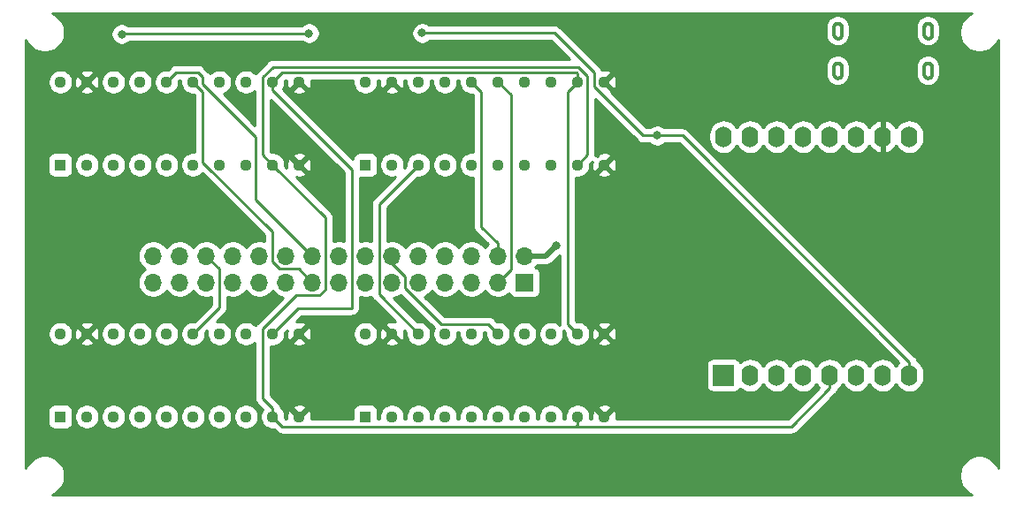
<source format=gbl>
G04 #@! TF.GenerationSoftware,KiCad,Pcbnew,(5.1.5)-3*
G04 #@! TF.CreationDate,2021-05-12T20:45:07+02:00*
G04 #@! TF.ProjectId,thermochromic clock resistors driver,74686572-6d6f-4636-9872-6f6d69632063,1*
G04 #@! TF.SameCoordinates,Original*
G04 #@! TF.FileFunction,Copper,L2,Bot*
G04 #@! TF.FilePolarity,Positive*
%FSLAX46Y46*%
G04 Gerber Fmt 4.6, Leading zero omitted, Abs format (unit mm)*
G04 Created by KiCad (PCBNEW (5.1.5)-3) date 2021-05-12 20:45:07*
%MOMM*%
%LPD*%
G04 APERTURE LIST*
%ADD10C,0.010000*%
%ADD11O,1.600000X2.000000*%
%ADD12R,2.000000X2.000000*%
%ADD13O,1.700000X1.700000*%
%ADD14R,1.700000X1.700000*%
%ADD15C,1.130000*%
%ADD16R,1.130000X1.130000*%
%ADD17C,0.800000*%
%ADD18C,0.250000*%
%ADD19C,0.500000*%
%ADD20C,0.254000*%
G04 APERTURE END LIST*
D10*
G36*
X209810000Y-73660000D02*
G01*
X209810000Y-74010000D01*
X209810343Y-74023084D01*
X209811370Y-74036132D01*
X209813078Y-74049109D01*
X209815463Y-74061978D01*
X209818519Y-74074705D01*
X209822236Y-74087254D01*
X209826605Y-74099592D01*
X209831614Y-74111684D01*
X209837248Y-74123498D01*
X209843494Y-74135000D01*
X209850332Y-74146160D01*
X209857746Y-74156946D01*
X209865714Y-74167330D01*
X209874214Y-74177283D01*
X209883223Y-74186777D01*
X209892717Y-74195786D01*
X209902670Y-74204286D01*
X209913054Y-74212254D01*
X209923840Y-74219668D01*
X209935000Y-74226506D01*
X209946502Y-74232752D01*
X209958316Y-74238386D01*
X209970408Y-74243395D01*
X209982746Y-74247764D01*
X209995295Y-74251481D01*
X210008022Y-74254537D01*
X210020891Y-74256922D01*
X210033868Y-74258630D01*
X210046916Y-74259657D01*
X210060000Y-74260000D01*
X210073084Y-74259657D01*
X210086132Y-74258630D01*
X210099109Y-74256922D01*
X210111978Y-74254537D01*
X210124705Y-74251481D01*
X210137254Y-74247764D01*
X210149592Y-74243395D01*
X210161684Y-74238386D01*
X210173498Y-74232752D01*
X210185000Y-74226506D01*
X210196160Y-74219668D01*
X210206946Y-74212254D01*
X210217330Y-74204286D01*
X210227283Y-74195786D01*
X210236777Y-74186777D01*
X210245786Y-74177283D01*
X210254286Y-74167330D01*
X210262254Y-74156946D01*
X210269668Y-74146160D01*
X210276506Y-74135000D01*
X210282752Y-74123498D01*
X210288386Y-74111684D01*
X210293395Y-74099592D01*
X210297764Y-74087254D01*
X210301481Y-74074705D01*
X210304537Y-74061978D01*
X210306922Y-74049109D01*
X210308630Y-74036132D01*
X210309657Y-74023084D01*
X210310000Y-74010000D01*
X210310000Y-73310000D01*
X210309657Y-73296916D01*
X210308630Y-73283868D01*
X210306922Y-73270891D01*
X210304537Y-73258022D01*
X210301481Y-73245295D01*
X210297764Y-73232746D01*
X210293395Y-73220408D01*
X210288386Y-73208316D01*
X210282752Y-73196502D01*
X210276506Y-73185000D01*
X210269668Y-73173840D01*
X210262254Y-73163054D01*
X210254286Y-73152670D01*
X210245786Y-73142717D01*
X210236777Y-73133223D01*
X210227283Y-73124214D01*
X210217330Y-73115714D01*
X210206946Y-73107746D01*
X210196160Y-73100332D01*
X210185000Y-73093494D01*
X210173498Y-73087248D01*
X210161684Y-73081614D01*
X210149592Y-73076605D01*
X210137254Y-73072236D01*
X210124705Y-73068519D01*
X210111978Y-73065463D01*
X210099109Y-73063078D01*
X210086132Y-73061370D01*
X210073084Y-73060343D01*
X210060000Y-73060000D01*
X210046916Y-73060343D01*
X210033868Y-73061370D01*
X210020891Y-73063078D01*
X210008022Y-73065463D01*
X209995295Y-73068519D01*
X209982746Y-73072236D01*
X209970408Y-73076605D01*
X209958316Y-73081614D01*
X209946502Y-73087248D01*
X209935000Y-73093494D01*
X209923840Y-73100332D01*
X209913054Y-73107746D01*
X209902670Y-73115714D01*
X209892717Y-73124214D01*
X209883223Y-73133223D01*
X209874214Y-73142717D01*
X209865714Y-73152670D01*
X209857746Y-73163054D01*
X209850332Y-73173840D01*
X209843494Y-73185000D01*
X209837248Y-73196502D01*
X209831614Y-73208316D01*
X209826605Y-73220408D01*
X209822236Y-73232746D01*
X209818519Y-73245295D01*
X209815463Y-73258022D01*
X209813078Y-73270891D01*
X209811370Y-73283868D01*
X209810343Y-73296916D01*
X209810000Y-73310000D01*
X209810000Y-73650000D01*
X209560000Y-73650000D01*
X209560000Y-73310000D01*
X209560685Y-73283832D01*
X209562739Y-73257736D01*
X209566156Y-73231783D01*
X209570926Y-73206044D01*
X209577037Y-73180590D01*
X209584472Y-73155492D01*
X209593210Y-73130816D01*
X209603227Y-73106632D01*
X209614497Y-73083005D01*
X209626987Y-73060000D01*
X209640665Y-73037680D01*
X209655492Y-73016107D01*
X209671427Y-72995340D01*
X209688428Y-72975435D01*
X209706447Y-72956447D01*
X209725435Y-72938428D01*
X209745340Y-72921427D01*
X209766107Y-72905492D01*
X209787680Y-72890665D01*
X209810000Y-72876987D01*
X209833005Y-72864497D01*
X209856632Y-72853227D01*
X209880816Y-72843210D01*
X209905492Y-72834472D01*
X209930590Y-72827037D01*
X209956044Y-72820926D01*
X209981783Y-72816156D01*
X210007736Y-72812739D01*
X210033832Y-72810685D01*
X210060000Y-72810000D01*
X210086168Y-72810685D01*
X210112264Y-72812739D01*
X210138217Y-72816156D01*
X210163956Y-72820926D01*
X210189410Y-72827037D01*
X210214508Y-72834472D01*
X210239184Y-72843210D01*
X210263368Y-72853227D01*
X210286995Y-72864497D01*
X210310000Y-72876987D01*
X210332320Y-72890665D01*
X210353893Y-72905492D01*
X210374660Y-72921427D01*
X210394565Y-72938428D01*
X210413553Y-72956447D01*
X210431572Y-72975435D01*
X210448573Y-72995340D01*
X210464508Y-73016107D01*
X210479335Y-73037680D01*
X210493013Y-73060000D01*
X210505503Y-73083005D01*
X210516773Y-73106632D01*
X210526790Y-73130816D01*
X210535528Y-73155492D01*
X210542963Y-73180590D01*
X210549074Y-73206044D01*
X210553844Y-73231783D01*
X210557261Y-73257736D01*
X210559315Y-73283832D01*
X210560000Y-73310000D01*
X210560000Y-74010000D01*
X210559315Y-74036168D01*
X210557261Y-74062264D01*
X210553844Y-74088217D01*
X210549074Y-74113956D01*
X210542963Y-74139410D01*
X210535528Y-74164508D01*
X210526790Y-74189184D01*
X210516773Y-74213368D01*
X210505503Y-74236995D01*
X210493013Y-74260000D01*
X210479335Y-74282320D01*
X210464508Y-74303893D01*
X210448573Y-74324660D01*
X210431572Y-74344565D01*
X210413553Y-74363553D01*
X210394565Y-74381572D01*
X210374660Y-74398573D01*
X210353893Y-74414508D01*
X210332320Y-74429335D01*
X210310000Y-74443013D01*
X210286995Y-74455503D01*
X210263368Y-74466773D01*
X210239184Y-74476790D01*
X210214508Y-74485528D01*
X210189410Y-74492963D01*
X210163956Y-74499074D01*
X210138217Y-74503844D01*
X210112264Y-74507261D01*
X210086168Y-74509315D01*
X210060000Y-74510000D01*
X210033832Y-74509315D01*
X210007736Y-74507261D01*
X209981783Y-74503844D01*
X209956044Y-74499074D01*
X209930590Y-74492963D01*
X209905492Y-74485528D01*
X209880816Y-74476790D01*
X209856632Y-74466773D01*
X209833005Y-74455503D01*
X209810000Y-74443013D01*
X209787680Y-74429335D01*
X209766107Y-74414508D01*
X209745340Y-74398573D01*
X209725435Y-74381572D01*
X209706447Y-74363553D01*
X209688428Y-74344565D01*
X209671427Y-74324660D01*
X209655492Y-74303893D01*
X209640665Y-74282320D01*
X209626987Y-74260000D01*
X209614497Y-74236995D01*
X209603227Y-74213368D01*
X209593210Y-74189184D01*
X209584472Y-74164508D01*
X209577037Y-74139410D01*
X209570926Y-74113956D01*
X209566156Y-74088217D01*
X209562739Y-74062264D01*
X209560685Y-74036168D01*
X209560000Y-74010000D01*
X209560000Y-73660000D01*
X209810000Y-73660000D01*
G37*
X209810000Y-73660000D02*
X209810000Y-74010000D01*
X209810343Y-74023084D01*
X209811370Y-74036132D01*
X209813078Y-74049109D01*
X209815463Y-74061978D01*
X209818519Y-74074705D01*
X209822236Y-74087254D01*
X209826605Y-74099592D01*
X209831614Y-74111684D01*
X209837248Y-74123498D01*
X209843494Y-74135000D01*
X209850332Y-74146160D01*
X209857746Y-74156946D01*
X209865714Y-74167330D01*
X209874214Y-74177283D01*
X209883223Y-74186777D01*
X209892717Y-74195786D01*
X209902670Y-74204286D01*
X209913054Y-74212254D01*
X209923840Y-74219668D01*
X209935000Y-74226506D01*
X209946502Y-74232752D01*
X209958316Y-74238386D01*
X209970408Y-74243395D01*
X209982746Y-74247764D01*
X209995295Y-74251481D01*
X210008022Y-74254537D01*
X210020891Y-74256922D01*
X210033868Y-74258630D01*
X210046916Y-74259657D01*
X210060000Y-74260000D01*
X210073084Y-74259657D01*
X210086132Y-74258630D01*
X210099109Y-74256922D01*
X210111978Y-74254537D01*
X210124705Y-74251481D01*
X210137254Y-74247764D01*
X210149592Y-74243395D01*
X210161684Y-74238386D01*
X210173498Y-74232752D01*
X210185000Y-74226506D01*
X210196160Y-74219668D01*
X210206946Y-74212254D01*
X210217330Y-74204286D01*
X210227283Y-74195786D01*
X210236777Y-74186777D01*
X210245786Y-74177283D01*
X210254286Y-74167330D01*
X210262254Y-74156946D01*
X210269668Y-74146160D01*
X210276506Y-74135000D01*
X210282752Y-74123498D01*
X210288386Y-74111684D01*
X210293395Y-74099592D01*
X210297764Y-74087254D01*
X210301481Y-74074705D01*
X210304537Y-74061978D01*
X210306922Y-74049109D01*
X210308630Y-74036132D01*
X210309657Y-74023084D01*
X210310000Y-74010000D01*
X210310000Y-73310000D01*
X210309657Y-73296916D01*
X210308630Y-73283868D01*
X210306922Y-73270891D01*
X210304537Y-73258022D01*
X210301481Y-73245295D01*
X210297764Y-73232746D01*
X210293395Y-73220408D01*
X210288386Y-73208316D01*
X210282752Y-73196502D01*
X210276506Y-73185000D01*
X210269668Y-73173840D01*
X210262254Y-73163054D01*
X210254286Y-73152670D01*
X210245786Y-73142717D01*
X210236777Y-73133223D01*
X210227283Y-73124214D01*
X210217330Y-73115714D01*
X210206946Y-73107746D01*
X210196160Y-73100332D01*
X210185000Y-73093494D01*
X210173498Y-73087248D01*
X210161684Y-73081614D01*
X210149592Y-73076605D01*
X210137254Y-73072236D01*
X210124705Y-73068519D01*
X210111978Y-73065463D01*
X210099109Y-73063078D01*
X210086132Y-73061370D01*
X210073084Y-73060343D01*
X210060000Y-73060000D01*
X210046916Y-73060343D01*
X210033868Y-73061370D01*
X210020891Y-73063078D01*
X210008022Y-73065463D01*
X209995295Y-73068519D01*
X209982746Y-73072236D01*
X209970408Y-73076605D01*
X209958316Y-73081614D01*
X209946502Y-73087248D01*
X209935000Y-73093494D01*
X209923840Y-73100332D01*
X209913054Y-73107746D01*
X209902670Y-73115714D01*
X209892717Y-73124214D01*
X209883223Y-73133223D01*
X209874214Y-73142717D01*
X209865714Y-73152670D01*
X209857746Y-73163054D01*
X209850332Y-73173840D01*
X209843494Y-73185000D01*
X209837248Y-73196502D01*
X209831614Y-73208316D01*
X209826605Y-73220408D01*
X209822236Y-73232746D01*
X209818519Y-73245295D01*
X209815463Y-73258022D01*
X209813078Y-73270891D01*
X209811370Y-73283868D01*
X209810343Y-73296916D01*
X209810000Y-73310000D01*
X209810000Y-73650000D01*
X209560000Y-73650000D01*
X209560000Y-73310000D01*
X209560685Y-73283832D01*
X209562739Y-73257736D01*
X209566156Y-73231783D01*
X209570926Y-73206044D01*
X209577037Y-73180590D01*
X209584472Y-73155492D01*
X209593210Y-73130816D01*
X209603227Y-73106632D01*
X209614497Y-73083005D01*
X209626987Y-73060000D01*
X209640665Y-73037680D01*
X209655492Y-73016107D01*
X209671427Y-72995340D01*
X209688428Y-72975435D01*
X209706447Y-72956447D01*
X209725435Y-72938428D01*
X209745340Y-72921427D01*
X209766107Y-72905492D01*
X209787680Y-72890665D01*
X209810000Y-72876987D01*
X209833005Y-72864497D01*
X209856632Y-72853227D01*
X209880816Y-72843210D01*
X209905492Y-72834472D01*
X209930590Y-72827037D01*
X209956044Y-72820926D01*
X209981783Y-72816156D01*
X210007736Y-72812739D01*
X210033832Y-72810685D01*
X210060000Y-72810000D01*
X210086168Y-72810685D01*
X210112264Y-72812739D01*
X210138217Y-72816156D01*
X210163956Y-72820926D01*
X210189410Y-72827037D01*
X210214508Y-72834472D01*
X210239184Y-72843210D01*
X210263368Y-72853227D01*
X210286995Y-72864497D01*
X210310000Y-72876987D01*
X210332320Y-72890665D01*
X210353893Y-72905492D01*
X210374660Y-72921427D01*
X210394565Y-72938428D01*
X210413553Y-72956447D01*
X210431572Y-72975435D01*
X210448573Y-72995340D01*
X210464508Y-73016107D01*
X210479335Y-73037680D01*
X210493013Y-73060000D01*
X210505503Y-73083005D01*
X210516773Y-73106632D01*
X210526790Y-73130816D01*
X210535528Y-73155492D01*
X210542963Y-73180590D01*
X210549074Y-73206044D01*
X210553844Y-73231783D01*
X210557261Y-73257736D01*
X210559315Y-73283832D01*
X210560000Y-73310000D01*
X210560000Y-74010000D01*
X210559315Y-74036168D01*
X210557261Y-74062264D01*
X210553844Y-74088217D01*
X210549074Y-74113956D01*
X210542963Y-74139410D01*
X210535528Y-74164508D01*
X210526790Y-74189184D01*
X210516773Y-74213368D01*
X210505503Y-74236995D01*
X210493013Y-74260000D01*
X210479335Y-74282320D01*
X210464508Y-74303893D01*
X210448573Y-74324660D01*
X210431572Y-74344565D01*
X210413553Y-74363553D01*
X210394565Y-74381572D01*
X210374660Y-74398573D01*
X210353893Y-74414508D01*
X210332320Y-74429335D01*
X210310000Y-74443013D01*
X210286995Y-74455503D01*
X210263368Y-74466773D01*
X210239184Y-74476790D01*
X210214508Y-74485528D01*
X210189410Y-74492963D01*
X210163956Y-74499074D01*
X210138217Y-74503844D01*
X210112264Y-74507261D01*
X210086168Y-74509315D01*
X210060000Y-74510000D01*
X210033832Y-74509315D01*
X210007736Y-74507261D01*
X209981783Y-74503844D01*
X209956044Y-74499074D01*
X209930590Y-74492963D01*
X209905492Y-74485528D01*
X209880816Y-74476790D01*
X209856632Y-74466773D01*
X209833005Y-74455503D01*
X209810000Y-74443013D01*
X209787680Y-74429335D01*
X209766107Y-74414508D01*
X209745340Y-74398573D01*
X209725435Y-74381572D01*
X209706447Y-74363553D01*
X209688428Y-74344565D01*
X209671427Y-74324660D01*
X209655492Y-74303893D01*
X209640665Y-74282320D01*
X209626987Y-74260000D01*
X209614497Y-74236995D01*
X209603227Y-74213368D01*
X209593210Y-74189184D01*
X209584472Y-74164508D01*
X209577037Y-74139410D01*
X209570926Y-74113956D01*
X209566156Y-74088217D01*
X209562739Y-74062264D01*
X209560685Y-74036168D01*
X209560000Y-74010000D01*
X209560000Y-73660000D01*
X209810000Y-73660000D01*
G36*
X201170000Y-73660000D02*
G01*
X201170000Y-74010000D01*
X201170343Y-74023084D01*
X201171370Y-74036132D01*
X201173078Y-74049109D01*
X201175463Y-74061978D01*
X201178519Y-74074705D01*
X201182236Y-74087254D01*
X201186605Y-74099592D01*
X201191614Y-74111684D01*
X201197248Y-74123498D01*
X201203494Y-74135000D01*
X201210332Y-74146160D01*
X201217746Y-74156946D01*
X201225714Y-74167330D01*
X201234214Y-74177283D01*
X201243223Y-74186777D01*
X201252717Y-74195786D01*
X201262670Y-74204286D01*
X201273054Y-74212254D01*
X201283840Y-74219668D01*
X201295000Y-74226506D01*
X201306502Y-74232752D01*
X201318316Y-74238386D01*
X201330408Y-74243395D01*
X201342746Y-74247764D01*
X201355295Y-74251481D01*
X201368022Y-74254537D01*
X201380891Y-74256922D01*
X201393868Y-74258630D01*
X201406916Y-74259657D01*
X201420000Y-74260000D01*
X201433084Y-74259657D01*
X201446132Y-74258630D01*
X201459109Y-74256922D01*
X201471978Y-74254537D01*
X201484705Y-74251481D01*
X201497254Y-74247764D01*
X201509592Y-74243395D01*
X201521684Y-74238386D01*
X201533498Y-74232752D01*
X201545000Y-74226506D01*
X201556160Y-74219668D01*
X201566946Y-74212254D01*
X201577330Y-74204286D01*
X201587283Y-74195786D01*
X201596777Y-74186777D01*
X201605786Y-74177283D01*
X201614286Y-74167330D01*
X201622254Y-74156946D01*
X201629668Y-74146160D01*
X201636506Y-74135000D01*
X201642752Y-74123498D01*
X201648386Y-74111684D01*
X201653395Y-74099592D01*
X201657764Y-74087254D01*
X201661481Y-74074705D01*
X201664537Y-74061978D01*
X201666922Y-74049109D01*
X201668630Y-74036132D01*
X201669657Y-74023084D01*
X201670000Y-74010000D01*
X201670000Y-73310000D01*
X201669657Y-73296916D01*
X201668630Y-73283868D01*
X201666922Y-73270891D01*
X201664537Y-73258022D01*
X201661481Y-73245295D01*
X201657764Y-73232746D01*
X201653395Y-73220408D01*
X201648386Y-73208316D01*
X201642752Y-73196502D01*
X201636506Y-73185000D01*
X201629668Y-73173840D01*
X201622254Y-73163054D01*
X201614286Y-73152670D01*
X201605786Y-73142717D01*
X201596777Y-73133223D01*
X201587283Y-73124214D01*
X201577330Y-73115714D01*
X201566946Y-73107746D01*
X201556160Y-73100332D01*
X201545000Y-73093494D01*
X201533498Y-73087248D01*
X201521684Y-73081614D01*
X201509592Y-73076605D01*
X201497254Y-73072236D01*
X201484705Y-73068519D01*
X201471978Y-73065463D01*
X201459109Y-73063078D01*
X201446132Y-73061370D01*
X201433084Y-73060343D01*
X201420000Y-73060000D01*
X201406916Y-73060343D01*
X201393868Y-73061370D01*
X201380891Y-73063078D01*
X201368022Y-73065463D01*
X201355295Y-73068519D01*
X201342746Y-73072236D01*
X201330408Y-73076605D01*
X201318316Y-73081614D01*
X201306502Y-73087248D01*
X201295000Y-73093494D01*
X201283840Y-73100332D01*
X201273054Y-73107746D01*
X201262670Y-73115714D01*
X201252717Y-73124214D01*
X201243223Y-73133223D01*
X201234214Y-73142717D01*
X201225714Y-73152670D01*
X201217746Y-73163054D01*
X201210332Y-73173840D01*
X201203494Y-73185000D01*
X201197248Y-73196502D01*
X201191614Y-73208316D01*
X201186605Y-73220408D01*
X201182236Y-73232746D01*
X201178519Y-73245295D01*
X201175463Y-73258022D01*
X201173078Y-73270891D01*
X201171370Y-73283868D01*
X201170343Y-73296916D01*
X201170000Y-73310000D01*
X201170000Y-73650000D01*
X200920000Y-73650000D01*
X200920000Y-73310000D01*
X200920685Y-73283832D01*
X200922739Y-73257736D01*
X200926156Y-73231783D01*
X200930926Y-73206044D01*
X200937037Y-73180590D01*
X200944472Y-73155492D01*
X200953210Y-73130816D01*
X200963227Y-73106632D01*
X200974497Y-73083005D01*
X200986987Y-73060000D01*
X201000665Y-73037680D01*
X201015492Y-73016107D01*
X201031427Y-72995340D01*
X201048428Y-72975435D01*
X201066447Y-72956447D01*
X201085435Y-72938428D01*
X201105340Y-72921427D01*
X201126107Y-72905492D01*
X201147680Y-72890665D01*
X201170000Y-72876987D01*
X201193005Y-72864497D01*
X201216632Y-72853227D01*
X201240816Y-72843210D01*
X201265492Y-72834472D01*
X201290590Y-72827037D01*
X201316044Y-72820926D01*
X201341783Y-72816156D01*
X201367736Y-72812739D01*
X201393832Y-72810685D01*
X201420000Y-72810000D01*
X201446168Y-72810685D01*
X201472264Y-72812739D01*
X201498217Y-72816156D01*
X201523956Y-72820926D01*
X201549410Y-72827037D01*
X201574508Y-72834472D01*
X201599184Y-72843210D01*
X201623368Y-72853227D01*
X201646995Y-72864497D01*
X201670000Y-72876987D01*
X201692320Y-72890665D01*
X201713893Y-72905492D01*
X201734660Y-72921427D01*
X201754565Y-72938428D01*
X201773553Y-72956447D01*
X201791572Y-72975435D01*
X201808573Y-72995340D01*
X201824508Y-73016107D01*
X201839335Y-73037680D01*
X201853013Y-73060000D01*
X201865503Y-73083005D01*
X201876773Y-73106632D01*
X201886790Y-73130816D01*
X201895528Y-73155492D01*
X201902963Y-73180590D01*
X201909074Y-73206044D01*
X201913844Y-73231783D01*
X201917261Y-73257736D01*
X201919315Y-73283832D01*
X201920000Y-73310000D01*
X201920000Y-74010000D01*
X201919315Y-74036168D01*
X201917261Y-74062264D01*
X201913844Y-74088217D01*
X201909074Y-74113956D01*
X201902963Y-74139410D01*
X201895528Y-74164508D01*
X201886790Y-74189184D01*
X201876773Y-74213368D01*
X201865503Y-74236995D01*
X201853013Y-74260000D01*
X201839335Y-74282320D01*
X201824508Y-74303893D01*
X201808573Y-74324660D01*
X201791572Y-74344565D01*
X201773553Y-74363553D01*
X201754565Y-74381572D01*
X201734660Y-74398573D01*
X201713893Y-74414508D01*
X201692320Y-74429335D01*
X201670000Y-74443013D01*
X201646995Y-74455503D01*
X201623368Y-74466773D01*
X201599184Y-74476790D01*
X201574508Y-74485528D01*
X201549410Y-74492963D01*
X201523956Y-74499074D01*
X201498217Y-74503844D01*
X201472264Y-74507261D01*
X201446168Y-74509315D01*
X201420000Y-74510000D01*
X201393832Y-74509315D01*
X201367736Y-74507261D01*
X201341783Y-74503844D01*
X201316044Y-74499074D01*
X201290590Y-74492963D01*
X201265492Y-74485528D01*
X201240816Y-74476790D01*
X201216632Y-74466773D01*
X201193005Y-74455503D01*
X201170000Y-74443013D01*
X201147680Y-74429335D01*
X201126107Y-74414508D01*
X201105340Y-74398573D01*
X201085435Y-74381572D01*
X201066447Y-74363553D01*
X201048428Y-74344565D01*
X201031427Y-74324660D01*
X201015492Y-74303893D01*
X201000665Y-74282320D01*
X200986987Y-74260000D01*
X200974497Y-74236995D01*
X200963227Y-74213368D01*
X200953210Y-74189184D01*
X200944472Y-74164508D01*
X200937037Y-74139410D01*
X200930926Y-74113956D01*
X200926156Y-74088217D01*
X200922739Y-74062264D01*
X200920685Y-74036168D01*
X200920000Y-74010000D01*
X200920000Y-73660000D01*
X201170000Y-73660000D01*
G37*
X201170000Y-73660000D02*
X201170000Y-74010000D01*
X201170343Y-74023084D01*
X201171370Y-74036132D01*
X201173078Y-74049109D01*
X201175463Y-74061978D01*
X201178519Y-74074705D01*
X201182236Y-74087254D01*
X201186605Y-74099592D01*
X201191614Y-74111684D01*
X201197248Y-74123498D01*
X201203494Y-74135000D01*
X201210332Y-74146160D01*
X201217746Y-74156946D01*
X201225714Y-74167330D01*
X201234214Y-74177283D01*
X201243223Y-74186777D01*
X201252717Y-74195786D01*
X201262670Y-74204286D01*
X201273054Y-74212254D01*
X201283840Y-74219668D01*
X201295000Y-74226506D01*
X201306502Y-74232752D01*
X201318316Y-74238386D01*
X201330408Y-74243395D01*
X201342746Y-74247764D01*
X201355295Y-74251481D01*
X201368022Y-74254537D01*
X201380891Y-74256922D01*
X201393868Y-74258630D01*
X201406916Y-74259657D01*
X201420000Y-74260000D01*
X201433084Y-74259657D01*
X201446132Y-74258630D01*
X201459109Y-74256922D01*
X201471978Y-74254537D01*
X201484705Y-74251481D01*
X201497254Y-74247764D01*
X201509592Y-74243395D01*
X201521684Y-74238386D01*
X201533498Y-74232752D01*
X201545000Y-74226506D01*
X201556160Y-74219668D01*
X201566946Y-74212254D01*
X201577330Y-74204286D01*
X201587283Y-74195786D01*
X201596777Y-74186777D01*
X201605786Y-74177283D01*
X201614286Y-74167330D01*
X201622254Y-74156946D01*
X201629668Y-74146160D01*
X201636506Y-74135000D01*
X201642752Y-74123498D01*
X201648386Y-74111684D01*
X201653395Y-74099592D01*
X201657764Y-74087254D01*
X201661481Y-74074705D01*
X201664537Y-74061978D01*
X201666922Y-74049109D01*
X201668630Y-74036132D01*
X201669657Y-74023084D01*
X201670000Y-74010000D01*
X201670000Y-73310000D01*
X201669657Y-73296916D01*
X201668630Y-73283868D01*
X201666922Y-73270891D01*
X201664537Y-73258022D01*
X201661481Y-73245295D01*
X201657764Y-73232746D01*
X201653395Y-73220408D01*
X201648386Y-73208316D01*
X201642752Y-73196502D01*
X201636506Y-73185000D01*
X201629668Y-73173840D01*
X201622254Y-73163054D01*
X201614286Y-73152670D01*
X201605786Y-73142717D01*
X201596777Y-73133223D01*
X201587283Y-73124214D01*
X201577330Y-73115714D01*
X201566946Y-73107746D01*
X201556160Y-73100332D01*
X201545000Y-73093494D01*
X201533498Y-73087248D01*
X201521684Y-73081614D01*
X201509592Y-73076605D01*
X201497254Y-73072236D01*
X201484705Y-73068519D01*
X201471978Y-73065463D01*
X201459109Y-73063078D01*
X201446132Y-73061370D01*
X201433084Y-73060343D01*
X201420000Y-73060000D01*
X201406916Y-73060343D01*
X201393868Y-73061370D01*
X201380891Y-73063078D01*
X201368022Y-73065463D01*
X201355295Y-73068519D01*
X201342746Y-73072236D01*
X201330408Y-73076605D01*
X201318316Y-73081614D01*
X201306502Y-73087248D01*
X201295000Y-73093494D01*
X201283840Y-73100332D01*
X201273054Y-73107746D01*
X201262670Y-73115714D01*
X201252717Y-73124214D01*
X201243223Y-73133223D01*
X201234214Y-73142717D01*
X201225714Y-73152670D01*
X201217746Y-73163054D01*
X201210332Y-73173840D01*
X201203494Y-73185000D01*
X201197248Y-73196502D01*
X201191614Y-73208316D01*
X201186605Y-73220408D01*
X201182236Y-73232746D01*
X201178519Y-73245295D01*
X201175463Y-73258022D01*
X201173078Y-73270891D01*
X201171370Y-73283868D01*
X201170343Y-73296916D01*
X201170000Y-73310000D01*
X201170000Y-73650000D01*
X200920000Y-73650000D01*
X200920000Y-73310000D01*
X200920685Y-73283832D01*
X200922739Y-73257736D01*
X200926156Y-73231783D01*
X200930926Y-73206044D01*
X200937037Y-73180590D01*
X200944472Y-73155492D01*
X200953210Y-73130816D01*
X200963227Y-73106632D01*
X200974497Y-73083005D01*
X200986987Y-73060000D01*
X201000665Y-73037680D01*
X201015492Y-73016107D01*
X201031427Y-72995340D01*
X201048428Y-72975435D01*
X201066447Y-72956447D01*
X201085435Y-72938428D01*
X201105340Y-72921427D01*
X201126107Y-72905492D01*
X201147680Y-72890665D01*
X201170000Y-72876987D01*
X201193005Y-72864497D01*
X201216632Y-72853227D01*
X201240816Y-72843210D01*
X201265492Y-72834472D01*
X201290590Y-72827037D01*
X201316044Y-72820926D01*
X201341783Y-72816156D01*
X201367736Y-72812739D01*
X201393832Y-72810685D01*
X201420000Y-72810000D01*
X201446168Y-72810685D01*
X201472264Y-72812739D01*
X201498217Y-72816156D01*
X201523956Y-72820926D01*
X201549410Y-72827037D01*
X201574508Y-72834472D01*
X201599184Y-72843210D01*
X201623368Y-72853227D01*
X201646995Y-72864497D01*
X201670000Y-72876987D01*
X201692320Y-72890665D01*
X201713893Y-72905492D01*
X201734660Y-72921427D01*
X201754565Y-72938428D01*
X201773553Y-72956447D01*
X201791572Y-72975435D01*
X201808573Y-72995340D01*
X201824508Y-73016107D01*
X201839335Y-73037680D01*
X201853013Y-73060000D01*
X201865503Y-73083005D01*
X201876773Y-73106632D01*
X201886790Y-73130816D01*
X201895528Y-73155492D01*
X201902963Y-73180590D01*
X201909074Y-73206044D01*
X201913844Y-73231783D01*
X201917261Y-73257736D01*
X201919315Y-73283832D01*
X201920000Y-73310000D01*
X201920000Y-74010000D01*
X201919315Y-74036168D01*
X201917261Y-74062264D01*
X201913844Y-74088217D01*
X201909074Y-74113956D01*
X201902963Y-74139410D01*
X201895528Y-74164508D01*
X201886790Y-74189184D01*
X201876773Y-74213368D01*
X201865503Y-74236995D01*
X201853013Y-74260000D01*
X201839335Y-74282320D01*
X201824508Y-74303893D01*
X201808573Y-74324660D01*
X201791572Y-74344565D01*
X201773553Y-74363553D01*
X201754565Y-74381572D01*
X201734660Y-74398573D01*
X201713893Y-74414508D01*
X201692320Y-74429335D01*
X201670000Y-74443013D01*
X201646995Y-74455503D01*
X201623368Y-74466773D01*
X201599184Y-74476790D01*
X201574508Y-74485528D01*
X201549410Y-74492963D01*
X201523956Y-74499074D01*
X201498217Y-74503844D01*
X201472264Y-74507261D01*
X201446168Y-74509315D01*
X201420000Y-74510000D01*
X201393832Y-74509315D01*
X201367736Y-74507261D01*
X201341783Y-74503844D01*
X201316044Y-74499074D01*
X201290590Y-74492963D01*
X201265492Y-74485528D01*
X201240816Y-74476790D01*
X201216632Y-74466773D01*
X201193005Y-74455503D01*
X201170000Y-74443013D01*
X201147680Y-74429335D01*
X201126107Y-74414508D01*
X201105340Y-74398573D01*
X201085435Y-74381572D01*
X201066447Y-74363553D01*
X201048428Y-74344565D01*
X201031427Y-74324660D01*
X201015492Y-74303893D01*
X201000665Y-74282320D01*
X200986987Y-74260000D01*
X200974497Y-74236995D01*
X200963227Y-74213368D01*
X200953210Y-74189184D01*
X200944472Y-74164508D01*
X200937037Y-74139410D01*
X200930926Y-74113956D01*
X200926156Y-74088217D01*
X200922739Y-74062264D01*
X200920685Y-74036168D01*
X200920000Y-74010000D01*
X200920000Y-73660000D01*
X201170000Y-73660000D01*
G36*
X209810000Y-69860000D02*
G01*
X209810000Y-70210000D01*
X209810343Y-70223084D01*
X209811370Y-70236132D01*
X209813078Y-70249109D01*
X209815463Y-70261978D01*
X209818519Y-70274705D01*
X209822236Y-70287254D01*
X209826605Y-70299592D01*
X209831614Y-70311684D01*
X209837248Y-70323498D01*
X209843494Y-70335000D01*
X209850332Y-70346160D01*
X209857746Y-70356946D01*
X209865714Y-70367330D01*
X209874214Y-70377283D01*
X209883223Y-70386777D01*
X209892717Y-70395786D01*
X209902670Y-70404286D01*
X209913054Y-70412254D01*
X209923840Y-70419668D01*
X209935000Y-70426506D01*
X209946502Y-70432752D01*
X209958316Y-70438386D01*
X209970408Y-70443395D01*
X209982746Y-70447764D01*
X209995295Y-70451481D01*
X210008022Y-70454537D01*
X210020891Y-70456922D01*
X210033868Y-70458630D01*
X210046916Y-70459657D01*
X210060000Y-70460000D01*
X210073084Y-70459657D01*
X210086132Y-70458630D01*
X210099109Y-70456922D01*
X210111978Y-70454537D01*
X210124705Y-70451481D01*
X210137254Y-70447764D01*
X210149592Y-70443395D01*
X210161684Y-70438386D01*
X210173498Y-70432752D01*
X210185000Y-70426506D01*
X210196160Y-70419668D01*
X210206946Y-70412254D01*
X210217330Y-70404286D01*
X210227283Y-70395786D01*
X210236777Y-70386777D01*
X210245786Y-70377283D01*
X210254286Y-70367330D01*
X210262254Y-70356946D01*
X210269668Y-70346160D01*
X210276506Y-70335000D01*
X210282752Y-70323498D01*
X210288386Y-70311684D01*
X210293395Y-70299592D01*
X210297764Y-70287254D01*
X210301481Y-70274705D01*
X210304537Y-70261978D01*
X210306922Y-70249109D01*
X210308630Y-70236132D01*
X210309657Y-70223084D01*
X210310000Y-70210000D01*
X210310000Y-69510000D01*
X210309657Y-69496916D01*
X210308630Y-69483868D01*
X210306922Y-69470891D01*
X210304537Y-69458022D01*
X210301481Y-69445295D01*
X210297764Y-69432746D01*
X210293395Y-69420408D01*
X210288386Y-69408316D01*
X210282752Y-69396502D01*
X210276506Y-69385000D01*
X210269668Y-69373840D01*
X210262254Y-69363054D01*
X210254286Y-69352670D01*
X210245786Y-69342717D01*
X210236777Y-69333223D01*
X210227283Y-69324214D01*
X210217330Y-69315714D01*
X210206946Y-69307746D01*
X210196160Y-69300332D01*
X210185000Y-69293494D01*
X210173498Y-69287248D01*
X210161684Y-69281614D01*
X210149592Y-69276605D01*
X210137254Y-69272236D01*
X210124705Y-69268519D01*
X210111978Y-69265463D01*
X210099109Y-69263078D01*
X210086132Y-69261370D01*
X210073084Y-69260343D01*
X210060000Y-69260000D01*
X210046916Y-69260343D01*
X210033868Y-69261370D01*
X210020891Y-69263078D01*
X210008022Y-69265463D01*
X209995295Y-69268519D01*
X209982746Y-69272236D01*
X209970408Y-69276605D01*
X209958316Y-69281614D01*
X209946502Y-69287248D01*
X209935000Y-69293494D01*
X209923840Y-69300332D01*
X209913054Y-69307746D01*
X209902670Y-69315714D01*
X209892717Y-69324214D01*
X209883223Y-69333223D01*
X209874214Y-69342717D01*
X209865714Y-69352670D01*
X209857746Y-69363054D01*
X209850332Y-69373840D01*
X209843494Y-69385000D01*
X209837248Y-69396502D01*
X209831614Y-69408316D01*
X209826605Y-69420408D01*
X209822236Y-69432746D01*
X209818519Y-69445295D01*
X209815463Y-69458022D01*
X209813078Y-69470891D01*
X209811370Y-69483868D01*
X209810343Y-69496916D01*
X209810000Y-69510000D01*
X209810000Y-69850000D01*
X209560000Y-69850000D01*
X209560000Y-69510000D01*
X209560685Y-69483832D01*
X209562739Y-69457736D01*
X209566156Y-69431783D01*
X209570926Y-69406044D01*
X209577037Y-69380590D01*
X209584472Y-69355492D01*
X209593210Y-69330816D01*
X209603227Y-69306632D01*
X209614497Y-69283005D01*
X209626987Y-69260000D01*
X209640665Y-69237680D01*
X209655492Y-69216107D01*
X209671427Y-69195340D01*
X209688428Y-69175435D01*
X209706447Y-69156447D01*
X209725435Y-69138428D01*
X209745340Y-69121427D01*
X209766107Y-69105492D01*
X209787680Y-69090665D01*
X209810000Y-69076987D01*
X209833005Y-69064497D01*
X209856632Y-69053227D01*
X209880816Y-69043210D01*
X209905492Y-69034472D01*
X209930590Y-69027037D01*
X209956044Y-69020926D01*
X209981783Y-69016156D01*
X210007736Y-69012739D01*
X210033832Y-69010685D01*
X210060000Y-69010000D01*
X210086168Y-69010685D01*
X210112264Y-69012739D01*
X210138217Y-69016156D01*
X210163956Y-69020926D01*
X210189410Y-69027037D01*
X210214508Y-69034472D01*
X210239184Y-69043210D01*
X210263368Y-69053227D01*
X210286995Y-69064497D01*
X210310000Y-69076987D01*
X210332320Y-69090665D01*
X210353893Y-69105492D01*
X210374660Y-69121427D01*
X210394565Y-69138428D01*
X210413553Y-69156447D01*
X210431572Y-69175435D01*
X210448573Y-69195340D01*
X210464508Y-69216107D01*
X210479335Y-69237680D01*
X210493013Y-69260000D01*
X210505503Y-69283005D01*
X210516773Y-69306632D01*
X210526790Y-69330816D01*
X210535528Y-69355492D01*
X210542963Y-69380590D01*
X210549074Y-69406044D01*
X210553844Y-69431783D01*
X210557261Y-69457736D01*
X210559315Y-69483832D01*
X210560000Y-69510000D01*
X210560000Y-70210000D01*
X210559315Y-70236168D01*
X210557261Y-70262264D01*
X210553844Y-70288217D01*
X210549074Y-70313956D01*
X210542963Y-70339410D01*
X210535528Y-70364508D01*
X210526790Y-70389184D01*
X210516773Y-70413368D01*
X210505503Y-70436995D01*
X210493013Y-70460000D01*
X210479335Y-70482320D01*
X210464508Y-70503893D01*
X210448573Y-70524660D01*
X210431572Y-70544565D01*
X210413553Y-70563553D01*
X210394565Y-70581572D01*
X210374660Y-70598573D01*
X210353893Y-70614508D01*
X210332320Y-70629335D01*
X210310000Y-70643013D01*
X210286995Y-70655503D01*
X210263368Y-70666773D01*
X210239184Y-70676790D01*
X210214508Y-70685528D01*
X210189410Y-70692963D01*
X210163956Y-70699074D01*
X210138217Y-70703844D01*
X210112264Y-70707261D01*
X210086168Y-70709315D01*
X210060000Y-70710000D01*
X210033832Y-70709315D01*
X210007736Y-70707261D01*
X209981783Y-70703844D01*
X209956044Y-70699074D01*
X209930590Y-70692963D01*
X209905492Y-70685528D01*
X209880816Y-70676790D01*
X209856632Y-70666773D01*
X209833005Y-70655503D01*
X209810000Y-70643013D01*
X209787680Y-70629335D01*
X209766107Y-70614508D01*
X209745340Y-70598573D01*
X209725435Y-70581572D01*
X209706447Y-70563553D01*
X209688428Y-70544565D01*
X209671427Y-70524660D01*
X209655492Y-70503893D01*
X209640665Y-70482320D01*
X209626987Y-70460000D01*
X209614497Y-70436995D01*
X209603227Y-70413368D01*
X209593210Y-70389184D01*
X209584472Y-70364508D01*
X209577037Y-70339410D01*
X209570926Y-70313956D01*
X209566156Y-70288217D01*
X209562739Y-70262264D01*
X209560685Y-70236168D01*
X209560000Y-70210000D01*
X209560000Y-69860000D01*
X209810000Y-69860000D01*
G37*
X209810000Y-69860000D02*
X209810000Y-70210000D01*
X209810343Y-70223084D01*
X209811370Y-70236132D01*
X209813078Y-70249109D01*
X209815463Y-70261978D01*
X209818519Y-70274705D01*
X209822236Y-70287254D01*
X209826605Y-70299592D01*
X209831614Y-70311684D01*
X209837248Y-70323498D01*
X209843494Y-70335000D01*
X209850332Y-70346160D01*
X209857746Y-70356946D01*
X209865714Y-70367330D01*
X209874214Y-70377283D01*
X209883223Y-70386777D01*
X209892717Y-70395786D01*
X209902670Y-70404286D01*
X209913054Y-70412254D01*
X209923840Y-70419668D01*
X209935000Y-70426506D01*
X209946502Y-70432752D01*
X209958316Y-70438386D01*
X209970408Y-70443395D01*
X209982746Y-70447764D01*
X209995295Y-70451481D01*
X210008022Y-70454537D01*
X210020891Y-70456922D01*
X210033868Y-70458630D01*
X210046916Y-70459657D01*
X210060000Y-70460000D01*
X210073084Y-70459657D01*
X210086132Y-70458630D01*
X210099109Y-70456922D01*
X210111978Y-70454537D01*
X210124705Y-70451481D01*
X210137254Y-70447764D01*
X210149592Y-70443395D01*
X210161684Y-70438386D01*
X210173498Y-70432752D01*
X210185000Y-70426506D01*
X210196160Y-70419668D01*
X210206946Y-70412254D01*
X210217330Y-70404286D01*
X210227283Y-70395786D01*
X210236777Y-70386777D01*
X210245786Y-70377283D01*
X210254286Y-70367330D01*
X210262254Y-70356946D01*
X210269668Y-70346160D01*
X210276506Y-70335000D01*
X210282752Y-70323498D01*
X210288386Y-70311684D01*
X210293395Y-70299592D01*
X210297764Y-70287254D01*
X210301481Y-70274705D01*
X210304537Y-70261978D01*
X210306922Y-70249109D01*
X210308630Y-70236132D01*
X210309657Y-70223084D01*
X210310000Y-70210000D01*
X210310000Y-69510000D01*
X210309657Y-69496916D01*
X210308630Y-69483868D01*
X210306922Y-69470891D01*
X210304537Y-69458022D01*
X210301481Y-69445295D01*
X210297764Y-69432746D01*
X210293395Y-69420408D01*
X210288386Y-69408316D01*
X210282752Y-69396502D01*
X210276506Y-69385000D01*
X210269668Y-69373840D01*
X210262254Y-69363054D01*
X210254286Y-69352670D01*
X210245786Y-69342717D01*
X210236777Y-69333223D01*
X210227283Y-69324214D01*
X210217330Y-69315714D01*
X210206946Y-69307746D01*
X210196160Y-69300332D01*
X210185000Y-69293494D01*
X210173498Y-69287248D01*
X210161684Y-69281614D01*
X210149592Y-69276605D01*
X210137254Y-69272236D01*
X210124705Y-69268519D01*
X210111978Y-69265463D01*
X210099109Y-69263078D01*
X210086132Y-69261370D01*
X210073084Y-69260343D01*
X210060000Y-69260000D01*
X210046916Y-69260343D01*
X210033868Y-69261370D01*
X210020891Y-69263078D01*
X210008022Y-69265463D01*
X209995295Y-69268519D01*
X209982746Y-69272236D01*
X209970408Y-69276605D01*
X209958316Y-69281614D01*
X209946502Y-69287248D01*
X209935000Y-69293494D01*
X209923840Y-69300332D01*
X209913054Y-69307746D01*
X209902670Y-69315714D01*
X209892717Y-69324214D01*
X209883223Y-69333223D01*
X209874214Y-69342717D01*
X209865714Y-69352670D01*
X209857746Y-69363054D01*
X209850332Y-69373840D01*
X209843494Y-69385000D01*
X209837248Y-69396502D01*
X209831614Y-69408316D01*
X209826605Y-69420408D01*
X209822236Y-69432746D01*
X209818519Y-69445295D01*
X209815463Y-69458022D01*
X209813078Y-69470891D01*
X209811370Y-69483868D01*
X209810343Y-69496916D01*
X209810000Y-69510000D01*
X209810000Y-69850000D01*
X209560000Y-69850000D01*
X209560000Y-69510000D01*
X209560685Y-69483832D01*
X209562739Y-69457736D01*
X209566156Y-69431783D01*
X209570926Y-69406044D01*
X209577037Y-69380590D01*
X209584472Y-69355492D01*
X209593210Y-69330816D01*
X209603227Y-69306632D01*
X209614497Y-69283005D01*
X209626987Y-69260000D01*
X209640665Y-69237680D01*
X209655492Y-69216107D01*
X209671427Y-69195340D01*
X209688428Y-69175435D01*
X209706447Y-69156447D01*
X209725435Y-69138428D01*
X209745340Y-69121427D01*
X209766107Y-69105492D01*
X209787680Y-69090665D01*
X209810000Y-69076987D01*
X209833005Y-69064497D01*
X209856632Y-69053227D01*
X209880816Y-69043210D01*
X209905492Y-69034472D01*
X209930590Y-69027037D01*
X209956044Y-69020926D01*
X209981783Y-69016156D01*
X210007736Y-69012739D01*
X210033832Y-69010685D01*
X210060000Y-69010000D01*
X210086168Y-69010685D01*
X210112264Y-69012739D01*
X210138217Y-69016156D01*
X210163956Y-69020926D01*
X210189410Y-69027037D01*
X210214508Y-69034472D01*
X210239184Y-69043210D01*
X210263368Y-69053227D01*
X210286995Y-69064497D01*
X210310000Y-69076987D01*
X210332320Y-69090665D01*
X210353893Y-69105492D01*
X210374660Y-69121427D01*
X210394565Y-69138428D01*
X210413553Y-69156447D01*
X210431572Y-69175435D01*
X210448573Y-69195340D01*
X210464508Y-69216107D01*
X210479335Y-69237680D01*
X210493013Y-69260000D01*
X210505503Y-69283005D01*
X210516773Y-69306632D01*
X210526790Y-69330816D01*
X210535528Y-69355492D01*
X210542963Y-69380590D01*
X210549074Y-69406044D01*
X210553844Y-69431783D01*
X210557261Y-69457736D01*
X210559315Y-69483832D01*
X210560000Y-69510000D01*
X210560000Y-70210000D01*
X210559315Y-70236168D01*
X210557261Y-70262264D01*
X210553844Y-70288217D01*
X210549074Y-70313956D01*
X210542963Y-70339410D01*
X210535528Y-70364508D01*
X210526790Y-70389184D01*
X210516773Y-70413368D01*
X210505503Y-70436995D01*
X210493013Y-70460000D01*
X210479335Y-70482320D01*
X210464508Y-70503893D01*
X210448573Y-70524660D01*
X210431572Y-70544565D01*
X210413553Y-70563553D01*
X210394565Y-70581572D01*
X210374660Y-70598573D01*
X210353893Y-70614508D01*
X210332320Y-70629335D01*
X210310000Y-70643013D01*
X210286995Y-70655503D01*
X210263368Y-70666773D01*
X210239184Y-70676790D01*
X210214508Y-70685528D01*
X210189410Y-70692963D01*
X210163956Y-70699074D01*
X210138217Y-70703844D01*
X210112264Y-70707261D01*
X210086168Y-70709315D01*
X210060000Y-70710000D01*
X210033832Y-70709315D01*
X210007736Y-70707261D01*
X209981783Y-70703844D01*
X209956044Y-70699074D01*
X209930590Y-70692963D01*
X209905492Y-70685528D01*
X209880816Y-70676790D01*
X209856632Y-70666773D01*
X209833005Y-70655503D01*
X209810000Y-70643013D01*
X209787680Y-70629335D01*
X209766107Y-70614508D01*
X209745340Y-70598573D01*
X209725435Y-70581572D01*
X209706447Y-70563553D01*
X209688428Y-70544565D01*
X209671427Y-70524660D01*
X209655492Y-70503893D01*
X209640665Y-70482320D01*
X209626987Y-70460000D01*
X209614497Y-70436995D01*
X209603227Y-70413368D01*
X209593210Y-70389184D01*
X209584472Y-70364508D01*
X209577037Y-70339410D01*
X209570926Y-70313956D01*
X209566156Y-70288217D01*
X209562739Y-70262264D01*
X209560685Y-70236168D01*
X209560000Y-70210000D01*
X209560000Y-69860000D01*
X209810000Y-69860000D01*
G36*
X201170000Y-69860000D02*
G01*
X201170000Y-70210000D01*
X201170343Y-70223084D01*
X201171370Y-70236132D01*
X201173078Y-70249109D01*
X201175463Y-70261978D01*
X201178519Y-70274705D01*
X201182236Y-70287254D01*
X201186605Y-70299592D01*
X201191614Y-70311684D01*
X201197248Y-70323498D01*
X201203494Y-70335000D01*
X201210332Y-70346160D01*
X201217746Y-70356946D01*
X201225714Y-70367330D01*
X201234214Y-70377283D01*
X201243223Y-70386777D01*
X201252717Y-70395786D01*
X201262670Y-70404286D01*
X201273054Y-70412254D01*
X201283840Y-70419668D01*
X201295000Y-70426506D01*
X201306502Y-70432752D01*
X201318316Y-70438386D01*
X201330408Y-70443395D01*
X201342746Y-70447764D01*
X201355295Y-70451481D01*
X201368022Y-70454537D01*
X201380891Y-70456922D01*
X201393868Y-70458630D01*
X201406916Y-70459657D01*
X201420000Y-70460000D01*
X201433084Y-70459657D01*
X201446132Y-70458630D01*
X201459109Y-70456922D01*
X201471978Y-70454537D01*
X201484705Y-70451481D01*
X201497254Y-70447764D01*
X201509592Y-70443395D01*
X201521684Y-70438386D01*
X201533498Y-70432752D01*
X201545000Y-70426506D01*
X201556160Y-70419668D01*
X201566946Y-70412254D01*
X201577330Y-70404286D01*
X201587283Y-70395786D01*
X201596777Y-70386777D01*
X201605786Y-70377283D01*
X201614286Y-70367330D01*
X201622254Y-70356946D01*
X201629668Y-70346160D01*
X201636506Y-70335000D01*
X201642752Y-70323498D01*
X201648386Y-70311684D01*
X201653395Y-70299592D01*
X201657764Y-70287254D01*
X201661481Y-70274705D01*
X201664537Y-70261978D01*
X201666922Y-70249109D01*
X201668630Y-70236132D01*
X201669657Y-70223084D01*
X201670000Y-70210000D01*
X201670000Y-69510000D01*
X201669657Y-69496916D01*
X201668630Y-69483868D01*
X201666922Y-69470891D01*
X201664537Y-69458022D01*
X201661481Y-69445295D01*
X201657764Y-69432746D01*
X201653395Y-69420408D01*
X201648386Y-69408316D01*
X201642752Y-69396502D01*
X201636506Y-69385000D01*
X201629668Y-69373840D01*
X201622254Y-69363054D01*
X201614286Y-69352670D01*
X201605786Y-69342717D01*
X201596777Y-69333223D01*
X201587283Y-69324214D01*
X201577330Y-69315714D01*
X201566946Y-69307746D01*
X201556160Y-69300332D01*
X201545000Y-69293494D01*
X201533498Y-69287248D01*
X201521684Y-69281614D01*
X201509592Y-69276605D01*
X201497254Y-69272236D01*
X201484705Y-69268519D01*
X201471978Y-69265463D01*
X201459109Y-69263078D01*
X201446132Y-69261370D01*
X201433084Y-69260343D01*
X201420000Y-69260000D01*
X201406916Y-69260343D01*
X201393868Y-69261370D01*
X201380891Y-69263078D01*
X201368022Y-69265463D01*
X201355295Y-69268519D01*
X201342746Y-69272236D01*
X201330408Y-69276605D01*
X201318316Y-69281614D01*
X201306502Y-69287248D01*
X201295000Y-69293494D01*
X201283840Y-69300332D01*
X201273054Y-69307746D01*
X201262670Y-69315714D01*
X201252717Y-69324214D01*
X201243223Y-69333223D01*
X201234214Y-69342717D01*
X201225714Y-69352670D01*
X201217746Y-69363054D01*
X201210332Y-69373840D01*
X201203494Y-69385000D01*
X201197248Y-69396502D01*
X201191614Y-69408316D01*
X201186605Y-69420408D01*
X201182236Y-69432746D01*
X201178519Y-69445295D01*
X201175463Y-69458022D01*
X201173078Y-69470891D01*
X201171370Y-69483868D01*
X201170343Y-69496916D01*
X201170000Y-69510000D01*
X201170000Y-69850000D01*
X200920000Y-69850000D01*
X200920000Y-69510000D01*
X200920685Y-69483832D01*
X200922739Y-69457736D01*
X200926156Y-69431783D01*
X200930926Y-69406044D01*
X200937037Y-69380590D01*
X200944472Y-69355492D01*
X200953210Y-69330816D01*
X200963227Y-69306632D01*
X200974497Y-69283005D01*
X200986987Y-69260000D01*
X201000665Y-69237680D01*
X201015492Y-69216107D01*
X201031427Y-69195340D01*
X201048428Y-69175435D01*
X201066447Y-69156447D01*
X201085435Y-69138428D01*
X201105340Y-69121427D01*
X201126107Y-69105492D01*
X201147680Y-69090665D01*
X201170000Y-69076987D01*
X201193005Y-69064497D01*
X201216632Y-69053227D01*
X201240816Y-69043210D01*
X201265492Y-69034472D01*
X201290590Y-69027037D01*
X201316044Y-69020926D01*
X201341783Y-69016156D01*
X201367736Y-69012739D01*
X201393832Y-69010685D01*
X201420000Y-69010000D01*
X201446168Y-69010685D01*
X201472264Y-69012739D01*
X201498217Y-69016156D01*
X201523956Y-69020926D01*
X201549410Y-69027037D01*
X201574508Y-69034472D01*
X201599184Y-69043210D01*
X201623368Y-69053227D01*
X201646995Y-69064497D01*
X201670000Y-69076987D01*
X201692320Y-69090665D01*
X201713893Y-69105492D01*
X201734660Y-69121427D01*
X201754565Y-69138428D01*
X201773553Y-69156447D01*
X201791572Y-69175435D01*
X201808573Y-69195340D01*
X201824508Y-69216107D01*
X201839335Y-69237680D01*
X201853013Y-69260000D01*
X201865503Y-69283005D01*
X201876773Y-69306632D01*
X201886790Y-69330816D01*
X201895528Y-69355492D01*
X201902963Y-69380590D01*
X201909074Y-69406044D01*
X201913844Y-69431783D01*
X201917261Y-69457736D01*
X201919315Y-69483832D01*
X201920000Y-69510000D01*
X201920000Y-70210000D01*
X201919315Y-70236168D01*
X201917261Y-70262264D01*
X201913844Y-70288217D01*
X201909074Y-70313956D01*
X201902963Y-70339410D01*
X201895528Y-70364508D01*
X201886790Y-70389184D01*
X201876773Y-70413368D01*
X201865503Y-70436995D01*
X201853013Y-70460000D01*
X201839335Y-70482320D01*
X201824508Y-70503893D01*
X201808573Y-70524660D01*
X201791572Y-70544565D01*
X201773553Y-70563553D01*
X201754565Y-70581572D01*
X201734660Y-70598573D01*
X201713893Y-70614508D01*
X201692320Y-70629335D01*
X201670000Y-70643013D01*
X201646995Y-70655503D01*
X201623368Y-70666773D01*
X201599184Y-70676790D01*
X201574508Y-70685528D01*
X201549410Y-70692963D01*
X201523956Y-70699074D01*
X201498217Y-70703844D01*
X201472264Y-70707261D01*
X201446168Y-70709315D01*
X201420000Y-70710000D01*
X201393832Y-70709315D01*
X201367736Y-70707261D01*
X201341783Y-70703844D01*
X201316044Y-70699074D01*
X201290590Y-70692963D01*
X201265492Y-70685528D01*
X201240816Y-70676790D01*
X201216632Y-70666773D01*
X201193005Y-70655503D01*
X201170000Y-70643013D01*
X201147680Y-70629335D01*
X201126107Y-70614508D01*
X201105340Y-70598573D01*
X201085435Y-70581572D01*
X201066447Y-70563553D01*
X201048428Y-70544565D01*
X201031427Y-70524660D01*
X201015492Y-70503893D01*
X201000665Y-70482320D01*
X200986987Y-70460000D01*
X200974497Y-70436995D01*
X200963227Y-70413368D01*
X200953210Y-70389184D01*
X200944472Y-70364508D01*
X200937037Y-70339410D01*
X200930926Y-70313956D01*
X200926156Y-70288217D01*
X200922739Y-70262264D01*
X200920685Y-70236168D01*
X200920000Y-70210000D01*
X200920000Y-69860000D01*
X201170000Y-69860000D01*
G37*
X201170000Y-69860000D02*
X201170000Y-70210000D01*
X201170343Y-70223084D01*
X201171370Y-70236132D01*
X201173078Y-70249109D01*
X201175463Y-70261978D01*
X201178519Y-70274705D01*
X201182236Y-70287254D01*
X201186605Y-70299592D01*
X201191614Y-70311684D01*
X201197248Y-70323498D01*
X201203494Y-70335000D01*
X201210332Y-70346160D01*
X201217746Y-70356946D01*
X201225714Y-70367330D01*
X201234214Y-70377283D01*
X201243223Y-70386777D01*
X201252717Y-70395786D01*
X201262670Y-70404286D01*
X201273054Y-70412254D01*
X201283840Y-70419668D01*
X201295000Y-70426506D01*
X201306502Y-70432752D01*
X201318316Y-70438386D01*
X201330408Y-70443395D01*
X201342746Y-70447764D01*
X201355295Y-70451481D01*
X201368022Y-70454537D01*
X201380891Y-70456922D01*
X201393868Y-70458630D01*
X201406916Y-70459657D01*
X201420000Y-70460000D01*
X201433084Y-70459657D01*
X201446132Y-70458630D01*
X201459109Y-70456922D01*
X201471978Y-70454537D01*
X201484705Y-70451481D01*
X201497254Y-70447764D01*
X201509592Y-70443395D01*
X201521684Y-70438386D01*
X201533498Y-70432752D01*
X201545000Y-70426506D01*
X201556160Y-70419668D01*
X201566946Y-70412254D01*
X201577330Y-70404286D01*
X201587283Y-70395786D01*
X201596777Y-70386777D01*
X201605786Y-70377283D01*
X201614286Y-70367330D01*
X201622254Y-70356946D01*
X201629668Y-70346160D01*
X201636506Y-70335000D01*
X201642752Y-70323498D01*
X201648386Y-70311684D01*
X201653395Y-70299592D01*
X201657764Y-70287254D01*
X201661481Y-70274705D01*
X201664537Y-70261978D01*
X201666922Y-70249109D01*
X201668630Y-70236132D01*
X201669657Y-70223084D01*
X201670000Y-70210000D01*
X201670000Y-69510000D01*
X201669657Y-69496916D01*
X201668630Y-69483868D01*
X201666922Y-69470891D01*
X201664537Y-69458022D01*
X201661481Y-69445295D01*
X201657764Y-69432746D01*
X201653395Y-69420408D01*
X201648386Y-69408316D01*
X201642752Y-69396502D01*
X201636506Y-69385000D01*
X201629668Y-69373840D01*
X201622254Y-69363054D01*
X201614286Y-69352670D01*
X201605786Y-69342717D01*
X201596777Y-69333223D01*
X201587283Y-69324214D01*
X201577330Y-69315714D01*
X201566946Y-69307746D01*
X201556160Y-69300332D01*
X201545000Y-69293494D01*
X201533498Y-69287248D01*
X201521684Y-69281614D01*
X201509592Y-69276605D01*
X201497254Y-69272236D01*
X201484705Y-69268519D01*
X201471978Y-69265463D01*
X201459109Y-69263078D01*
X201446132Y-69261370D01*
X201433084Y-69260343D01*
X201420000Y-69260000D01*
X201406916Y-69260343D01*
X201393868Y-69261370D01*
X201380891Y-69263078D01*
X201368022Y-69265463D01*
X201355295Y-69268519D01*
X201342746Y-69272236D01*
X201330408Y-69276605D01*
X201318316Y-69281614D01*
X201306502Y-69287248D01*
X201295000Y-69293494D01*
X201283840Y-69300332D01*
X201273054Y-69307746D01*
X201262670Y-69315714D01*
X201252717Y-69324214D01*
X201243223Y-69333223D01*
X201234214Y-69342717D01*
X201225714Y-69352670D01*
X201217746Y-69363054D01*
X201210332Y-69373840D01*
X201203494Y-69385000D01*
X201197248Y-69396502D01*
X201191614Y-69408316D01*
X201186605Y-69420408D01*
X201182236Y-69432746D01*
X201178519Y-69445295D01*
X201175463Y-69458022D01*
X201173078Y-69470891D01*
X201171370Y-69483868D01*
X201170343Y-69496916D01*
X201170000Y-69510000D01*
X201170000Y-69850000D01*
X200920000Y-69850000D01*
X200920000Y-69510000D01*
X200920685Y-69483832D01*
X200922739Y-69457736D01*
X200926156Y-69431783D01*
X200930926Y-69406044D01*
X200937037Y-69380590D01*
X200944472Y-69355492D01*
X200953210Y-69330816D01*
X200963227Y-69306632D01*
X200974497Y-69283005D01*
X200986987Y-69260000D01*
X201000665Y-69237680D01*
X201015492Y-69216107D01*
X201031427Y-69195340D01*
X201048428Y-69175435D01*
X201066447Y-69156447D01*
X201085435Y-69138428D01*
X201105340Y-69121427D01*
X201126107Y-69105492D01*
X201147680Y-69090665D01*
X201170000Y-69076987D01*
X201193005Y-69064497D01*
X201216632Y-69053227D01*
X201240816Y-69043210D01*
X201265492Y-69034472D01*
X201290590Y-69027037D01*
X201316044Y-69020926D01*
X201341783Y-69016156D01*
X201367736Y-69012739D01*
X201393832Y-69010685D01*
X201420000Y-69010000D01*
X201446168Y-69010685D01*
X201472264Y-69012739D01*
X201498217Y-69016156D01*
X201523956Y-69020926D01*
X201549410Y-69027037D01*
X201574508Y-69034472D01*
X201599184Y-69043210D01*
X201623368Y-69053227D01*
X201646995Y-69064497D01*
X201670000Y-69076987D01*
X201692320Y-69090665D01*
X201713893Y-69105492D01*
X201734660Y-69121427D01*
X201754565Y-69138428D01*
X201773553Y-69156447D01*
X201791572Y-69175435D01*
X201808573Y-69195340D01*
X201824508Y-69216107D01*
X201839335Y-69237680D01*
X201853013Y-69260000D01*
X201865503Y-69283005D01*
X201876773Y-69306632D01*
X201886790Y-69330816D01*
X201895528Y-69355492D01*
X201902963Y-69380590D01*
X201909074Y-69406044D01*
X201913844Y-69431783D01*
X201917261Y-69457736D01*
X201919315Y-69483832D01*
X201920000Y-69510000D01*
X201920000Y-70210000D01*
X201919315Y-70236168D01*
X201917261Y-70262264D01*
X201913844Y-70288217D01*
X201909074Y-70313956D01*
X201902963Y-70339410D01*
X201895528Y-70364508D01*
X201886790Y-70389184D01*
X201876773Y-70413368D01*
X201865503Y-70436995D01*
X201853013Y-70460000D01*
X201839335Y-70482320D01*
X201824508Y-70503893D01*
X201808573Y-70524660D01*
X201791572Y-70544565D01*
X201773553Y-70563553D01*
X201754565Y-70581572D01*
X201734660Y-70598573D01*
X201713893Y-70614508D01*
X201692320Y-70629335D01*
X201670000Y-70643013D01*
X201646995Y-70655503D01*
X201623368Y-70666773D01*
X201599184Y-70676790D01*
X201574508Y-70685528D01*
X201549410Y-70692963D01*
X201523956Y-70699074D01*
X201498217Y-70703844D01*
X201472264Y-70707261D01*
X201446168Y-70709315D01*
X201420000Y-70710000D01*
X201393832Y-70709315D01*
X201367736Y-70707261D01*
X201341783Y-70703844D01*
X201316044Y-70699074D01*
X201290590Y-70692963D01*
X201265492Y-70685528D01*
X201240816Y-70676790D01*
X201216632Y-70666773D01*
X201193005Y-70655503D01*
X201170000Y-70643013D01*
X201147680Y-70629335D01*
X201126107Y-70614508D01*
X201105340Y-70598573D01*
X201085435Y-70581572D01*
X201066447Y-70563553D01*
X201048428Y-70544565D01*
X201031427Y-70524660D01*
X201015492Y-70503893D01*
X201000665Y-70482320D01*
X200986987Y-70460000D01*
X200974497Y-70436995D01*
X200963227Y-70413368D01*
X200953210Y-70389184D01*
X200944472Y-70364508D01*
X200937037Y-70339410D01*
X200930926Y-70313956D01*
X200926156Y-70288217D01*
X200922739Y-70262264D01*
X200920685Y-70236168D01*
X200920000Y-70210000D01*
X200920000Y-69860000D01*
X201170000Y-69860000D01*
D11*
X190500000Y-80010000D03*
X193040000Y-80010000D03*
X195580000Y-80010000D03*
X198120000Y-80010000D03*
X200660000Y-80010000D03*
X203200000Y-80010000D03*
X205740000Y-80010000D03*
X208280000Y-80010000D03*
X208280000Y-102870000D03*
X205740000Y-102870000D03*
X203200000Y-102870000D03*
X200660000Y-102870000D03*
X198120000Y-102870000D03*
X195580000Y-102870000D03*
D12*
X190500000Y-102870000D03*
D11*
X193040000Y-102870000D03*
D13*
X135890000Y-91440000D03*
X135890000Y-93980000D03*
X138430000Y-91440000D03*
X138430000Y-93980000D03*
X140970000Y-91440000D03*
X140970000Y-93980000D03*
X143510000Y-91440000D03*
X143510000Y-93980000D03*
X146050000Y-91440000D03*
X146050000Y-93980000D03*
X148590000Y-91440000D03*
X148590000Y-93980000D03*
X151130000Y-91440000D03*
X151130000Y-93980000D03*
X153670000Y-91440000D03*
X153670000Y-93980000D03*
X156210000Y-91440000D03*
X156210000Y-93980000D03*
X158750000Y-91440000D03*
X158750000Y-93980000D03*
X161290000Y-91440000D03*
X161290000Y-93980000D03*
X163830000Y-91440000D03*
X163830000Y-93980000D03*
X166370000Y-91440000D03*
X166370000Y-93980000D03*
X168910000Y-91440000D03*
X168910000Y-93980000D03*
X171450000Y-91440000D03*
D14*
X171450000Y-93980000D03*
D15*
X156210000Y-74770000D03*
X158750000Y-74770000D03*
X161290000Y-74770000D03*
X163830000Y-74770000D03*
X166370000Y-74770000D03*
X168910000Y-74770000D03*
X171450000Y-74770000D03*
X173990000Y-74770000D03*
X176530000Y-74770000D03*
X179070000Y-74770000D03*
X179070000Y-82710000D03*
X176530000Y-82710000D03*
X173990000Y-82710000D03*
X171450000Y-82710000D03*
X168910000Y-82710000D03*
X166370000Y-82710000D03*
X163830000Y-82710000D03*
X161290000Y-82710000D03*
X158750000Y-82710000D03*
D16*
X156210000Y-82710000D03*
D15*
X156210000Y-98900000D03*
X158750000Y-98900000D03*
X161290000Y-98900000D03*
X163830000Y-98900000D03*
X166370000Y-98900000D03*
X168910000Y-98900000D03*
X171450000Y-98900000D03*
X173990000Y-98900000D03*
X176530000Y-98900000D03*
X179070000Y-98900000D03*
X179070000Y-106840000D03*
X176530000Y-106840000D03*
X173990000Y-106840000D03*
X171450000Y-106840000D03*
X168910000Y-106840000D03*
X166370000Y-106840000D03*
X163830000Y-106840000D03*
X161290000Y-106840000D03*
X158750000Y-106840000D03*
D16*
X156210000Y-106840000D03*
D15*
X127000000Y-74770000D03*
X129540000Y-74770000D03*
X132080000Y-74770000D03*
X134620000Y-74770000D03*
X137160000Y-74770000D03*
X139700000Y-74770000D03*
X142240000Y-74770000D03*
X144780000Y-74770000D03*
X147320000Y-74770000D03*
X149860000Y-74770000D03*
X149860000Y-82710000D03*
X147320000Y-82710000D03*
X144780000Y-82710000D03*
X142240000Y-82710000D03*
X139700000Y-82710000D03*
X137160000Y-82710000D03*
X134620000Y-82710000D03*
X132080000Y-82710000D03*
X129540000Y-82710000D03*
D16*
X127000000Y-82710000D03*
D15*
X127000000Y-98900000D03*
X129540000Y-98900000D03*
X132080000Y-98900000D03*
X134620000Y-98900000D03*
X137160000Y-98900000D03*
X139700000Y-98900000D03*
X142240000Y-98900000D03*
X144780000Y-98900000D03*
X147320000Y-98900000D03*
X149860000Y-98900000D03*
X149860000Y-106840000D03*
X147320000Y-106840000D03*
X144780000Y-106840000D03*
X142240000Y-106840000D03*
X139700000Y-106840000D03*
X137160000Y-106840000D03*
X134620000Y-106840000D03*
X132080000Y-106840000D03*
X129540000Y-106840000D03*
D16*
X127000000Y-106840000D03*
D17*
X157226000Y-111506000D03*
X172288200Y-71780400D03*
X161671000Y-72085200D03*
X184150000Y-79908400D03*
X161645600Y-70078600D03*
X132867400Y-70180200D03*
X150799800Y-70104000D03*
X174498000Y-90424000D03*
D18*
X161975800Y-71780400D02*
X161671000Y-72085200D01*
X172288200Y-71780400D02*
X161975800Y-71780400D01*
X208280000Y-101620000D02*
X186568400Y-79908400D01*
X208280000Y-102870000D02*
X208280000Y-101620000D01*
X186568400Y-79908400D02*
X184150000Y-79908400D01*
X174320200Y-70078600D02*
X161645600Y-70078600D01*
X182817198Y-79908400D02*
X178129999Y-75221201D01*
X178129999Y-73888399D02*
X174320200Y-70078600D01*
X184150000Y-79908400D02*
X182817198Y-79908400D01*
X178129999Y-75221201D02*
X178129999Y-73888399D01*
X150799800Y-70104000D02*
X132943600Y-70104000D01*
X132943600Y-70104000D02*
X132867400Y-70180200D01*
X142195001Y-96404999D02*
X139700000Y-98900000D01*
X142195001Y-92665001D02*
X142195001Y-96404999D01*
X140970000Y-91440000D02*
X142195001Y-92665001D01*
X148260001Y-73829999D02*
X147320000Y-74770000D01*
X176530000Y-73970970D02*
X176389029Y-73829999D01*
X176389029Y-73829999D02*
X148260001Y-73829999D01*
X176530000Y-74770000D02*
X176530000Y-73970970D01*
X175589999Y-97959999D02*
X176530000Y-98900000D01*
X175589999Y-75710001D02*
X175589999Y-97959999D01*
X176530000Y-74770000D02*
X175589999Y-75710001D01*
X147320000Y-74770000D02*
X147320000Y-75569030D01*
X154895001Y-83144031D02*
X154895001Y-96437999D01*
X147320000Y-75569030D02*
X154895001Y-83144031D01*
X149782001Y-96437999D02*
X147320000Y-98900000D01*
X154895001Y-96437999D02*
X149782001Y-96437999D01*
X148260001Y-107780001D02*
X147320000Y-106840000D01*
X200660000Y-104120000D02*
X196999999Y-107780001D01*
X200660000Y-102870000D02*
X200660000Y-104120000D01*
X152355001Y-87745001D02*
X147320000Y-82710000D01*
X152355001Y-94657999D02*
X152355001Y-87745001D01*
X151807999Y-95205001D02*
X152355001Y-94657999D01*
X149623797Y-95205001D02*
X151807999Y-95205001D01*
X146379999Y-98448799D02*
X149623797Y-95205001D01*
X146379999Y-105100969D02*
X146379999Y-98448799D01*
X147320000Y-106040970D02*
X146379999Y-105100969D01*
X147320000Y-106840000D02*
X147320000Y-106040970D01*
X146379999Y-81769999D02*
X147320000Y-82710000D01*
X146379999Y-74318799D02*
X146379999Y-81769999D01*
X147368809Y-73329989D02*
X146379999Y-74318799D01*
X176596139Y-73329989D02*
X147368809Y-73329989D01*
X177470001Y-74203851D02*
X176596139Y-73329989D01*
X177470001Y-81769999D02*
X177470001Y-74203851D01*
X176530000Y-82710000D02*
X177470001Y-81769999D01*
X176346030Y-107823000D02*
X175895000Y-107823000D01*
X176530000Y-107639030D02*
X176346030Y-107823000D01*
X176530000Y-106840000D02*
X176530000Y-107639030D01*
X196999999Y-107780001D02*
X175895000Y-107823000D01*
X175895000Y-107823000D02*
X148260001Y-107780001D01*
X138100001Y-73829999D02*
X137160000Y-74770000D01*
X140151201Y-73829999D02*
X138100001Y-73829999D01*
X140640001Y-75002881D02*
X140640001Y-74318799D01*
X145720001Y-80082881D02*
X140640001Y-75002881D01*
X145720001Y-86030001D02*
X145720001Y-80082881D01*
X140640001Y-74318799D02*
X140151201Y-73829999D01*
X151130000Y-91440000D02*
X145720001Y-86030001D01*
X140640001Y-75710001D02*
X139700000Y-74770000D01*
X147275001Y-89136203D02*
X140640001Y-82501203D01*
X147275001Y-91938003D02*
X147275001Y-89136203D01*
X140640001Y-82501203D02*
X140640001Y-75710001D01*
X148001999Y-92665001D02*
X147275001Y-91938003D01*
X149815001Y-92665001D02*
X148001999Y-92665001D01*
X151130000Y-93980000D02*
X149815001Y-92665001D01*
X157524999Y-86475001D02*
X161290000Y-82710000D01*
X157524999Y-95134999D02*
X157524999Y-86475001D01*
X161290000Y-98900000D02*
X157524999Y-95134999D01*
X167969999Y-97959999D02*
X168910000Y-98900000D01*
X159975001Y-94478003D02*
X163456997Y-97959999D01*
X163456997Y-97959999D02*
X167969999Y-97959999D01*
X158750000Y-92166998D02*
X159975001Y-93391999D01*
X159975001Y-93391999D02*
X159975001Y-94478003D01*
X158750000Y-91440000D02*
X158750000Y-92166998D01*
X167310001Y-75710001D02*
X166370000Y-74770000D01*
X168910000Y-90237919D02*
X167310001Y-88637920D01*
X167310001Y-88637920D02*
X167310001Y-75710001D01*
X168910000Y-91440000D02*
X168910000Y-90237919D01*
X170135001Y-75995001D02*
X168910000Y-74770000D01*
X170135001Y-92754999D02*
X170135001Y-75995001D01*
X168910000Y-93980000D02*
X170135001Y-92754999D01*
D19*
X171450000Y-91440000D02*
X173482000Y-91440000D01*
X173482000Y-91440000D02*
X174498000Y-90424000D01*
D20*
G36*
X214078419Y-68275844D02*
G01*
X213759761Y-68488765D01*
X213488765Y-68759761D01*
X213275844Y-69078419D01*
X213129182Y-69432493D01*
X213054414Y-69808376D01*
X213054414Y-70191624D01*
X213129182Y-70567507D01*
X213275844Y-70921581D01*
X213488765Y-71240239D01*
X213759761Y-71511235D01*
X214078419Y-71724156D01*
X214432493Y-71870818D01*
X214808376Y-71945586D01*
X215191624Y-71945586D01*
X215567507Y-71870818D01*
X215921581Y-71724156D01*
X216240239Y-71511235D01*
X216511235Y-71240239D01*
X216724156Y-70921581D01*
X216815000Y-70702264D01*
X216815001Y-111797738D01*
X216724156Y-111578419D01*
X216511235Y-111259761D01*
X216240239Y-110988765D01*
X215921581Y-110775844D01*
X215567507Y-110629182D01*
X215191624Y-110554414D01*
X214808376Y-110554414D01*
X214432493Y-110629182D01*
X214078419Y-110775844D01*
X213759761Y-110988765D01*
X213488765Y-111259761D01*
X213275844Y-111578419D01*
X213129182Y-111932493D01*
X213054414Y-112308376D01*
X213054414Y-112691624D01*
X213129182Y-113067507D01*
X213275844Y-113421581D01*
X213488765Y-113740239D01*
X213759761Y-114011235D01*
X214078419Y-114224156D01*
X214297736Y-114315000D01*
X126202264Y-114315000D01*
X126421581Y-114224156D01*
X126740239Y-114011235D01*
X127011235Y-113740239D01*
X127224156Y-113421581D01*
X127370818Y-113067507D01*
X127445586Y-112691624D01*
X127445586Y-112308376D01*
X127370818Y-111932493D01*
X127224156Y-111578419D01*
X127011235Y-111259761D01*
X126740239Y-110988765D01*
X126421581Y-110775844D01*
X126067507Y-110629182D01*
X125691624Y-110554414D01*
X125308376Y-110554414D01*
X124932493Y-110629182D01*
X124578419Y-110775844D01*
X124259761Y-110988765D01*
X123988765Y-111259761D01*
X123775844Y-111578419D01*
X123685000Y-111797736D01*
X123685000Y-106275000D01*
X125796928Y-106275000D01*
X125796928Y-107405000D01*
X125809188Y-107529482D01*
X125845498Y-107649180D01*
X125904463Y-107759494D01*
X125983815Y-107856185D01*
X126080506Y-107935537D01*
X126190820Y-107994502D01*
X126310518Y-108030812D01*
X126435000Y-108043072D01*
X127565000Y-108043072D01*
X127689482Y-108030812D01*
X127809180Y-107994502D01*
X127919494Y-107935537D01*
X128016185Y-107856185D01*
X128095537Y-107759494D01*
X128154502Y-107649180D01*
X128190812Y-107529482D01*
X128203072Y-107405000D01*
X128203072Y-106721810D01*
X128340000Y-106721810D01*
X128340000Y-106958190D01*
X128386116Y-107190027D01*
X128476574Y-107408413D01*
X128607899Y-107604955D01*
X128775045Y-107772101D01*
X128971587Y-107903426D01*
X129189973Y-107993884D01*
X129421810Y-108040000D01*
X129658190Y-108040000D01*
X129890027Y-107993884D01*
X130108413Y-107903426D01*
X130304955Y-107772101D01*
X130472101Y-107604955D01*
X130603426Y-107408413D01*
X130693884Y-107190027D01*
X130740000Y-106958190D01*
X130740000Y-106721810D01*
X130880000Y-106721810D01*
X130880000Y-106958190D01*
X130926116Y-107190027D01*
X131016574Y-107408413D01*
X131147899Y-107604955D01*
X131315045Y-107772101D01*
X131511587Y-107903426D01*
X131729973Y-107993884D01*
X131961810Y-108040000D01*
X132198190Y-108040000D01*
X132430027Y-107993884D01*
X132648413Y-107903426D01*
X132844955Y-107772101D01*
X133012101Y-107604955D01*
X133143426Y-107408413D01*
X133233884Y-107190027D01*
X133280000Y-106958190D01*
X133280000Y-106721810D01*
X133420000Y-106721810D01*
X133420000Y-106958190D01*
X133466116Y-107190027D01*
X133556574Y-107408413D01*
X133687899Y-107604955D01*
X133855045Y-107772101D01*
X134051587Y-107903426D01*
X134269973Y-107993884D01*
X134501810Y-108040000D01*
X134738190Y-108040000D01*
X134970027Y-107993884D01*
X135188413Y-107903426D01*
X135384955Y-107772101D01*
X135552101Y-107604955D01*
X135683426Y-107408413D01*
X135773884Y-107190027D01*
X135820000Y-106958190D01*
X135820000Y-106721810D01*
X135960000Y-106721810D01*
X135960000Y-106958190D01*
X136006116Y-107190027D01*
X136096574Y-107408413D01*
X136227899Y-107604955D01*
X136395045Y-107772101D01*
X136591587Y-107903426D01*
X136809973Y-107993884D01*
X137041810Y-108040000D01*
X137278190Y-108040000D01*
X137510027Y-107993884D01*
X137728413Y-107903426D01*
X137924955Y-107772101D01*
X138092101Y-107604955D01*
X138223426Y-107408413D01*
X138313884Y-107190027D01*
X138360000Y-106958190D01*
X138360000Y-106721810D01*
X138500000Y-106721810D01*
X138500000Y-106958190D01*
X138546116Y-107190027D01*
X138636574Y-107408413D01*
X138767899Y-107604955D01*
X138935045Y-107772101D01*
X139131587Y-107903426D01*
X139349973Y-107993884D01*
X139581810Y-108040000D01*
X139818190Y-108040000D01*
X140050027Y-107993884D01*
X140268413Y-107903426D01*
X140464955Y-107772101D01*
X140632101Y-107604955D01*
X140763426Y-107408413D01*
X140853884Y-107190027D01*
X140900000Y-106958190D01*
X140900000Y-106721810D01*
X141040000Y-106721810D01*
X141040000Y-106958190D01*
X141086116Y-107190027D01*
X141176574Y-107408413D01*
X141307899Y-107604955D01*
X141475045Y-107772101D01*
X141671587Y-107903426D01*
X141889973Y-107993884D01*
X142121810Y-108040000D01*
X142358190Y-108040000D01*
X142590027Y-107993884D01*
X142808413Y-107903426D01*
X143004955Y-107772101D01*
X143172101Y-107604955D01*
X143303426Y-107408413D01*
X143393884Y-107190027D01*
X143440000Y-106958190D01*
X143440000Y-106721810D01*
X143580000Y-106721810D01*
X143580000Y-106958190D01*
X143626116Y-107190027D01*
X143716574Y-107408413D01*
X143847899Y-107604955D01*
X144015045Y-107772101D01*
X144211587Y-107903426D01*
X144429973Y-107993884D01*
X144661810Y-108040000D01*
X144898190Y-108040000D01*
X145130027Y-107993884D01*
X145348413Y-107903426D01*
X145544955Y-107772101D01*
X145712101Y-107604955D01*
X145843426Y-107408413D01*
X145933884Y-107190027D01*
X145980000Y-106958190D01*
X145980000Y-106721810D01*
X145933884Y-106489973D01*
X145843426Y-106271587D01*
X145712101Y-106075045D01*
X145544955Y-105907899D01*
X145348413Y-105776574D01*
X145130027Y-105686116D01*
X144898190Y-105640000D01*
X144661810Y-105640000D01*
X144429973Y-105686116D01*
X144211587Y-105776574D01*
X144015045Y-105907899D01*
X143847899Y-106075045D01*
X143716574Y-106271587D01*
X143626116Y-106489973D01*
X143580000Y-106721810D01*
X143440000Y-106721810D01*
X143393884Y-106489973D01*
X143303426Y-106271587D01*
X143172101Y-106075045D01*
X143004955Y-105907899D01*
X142808413Y-105776574D01*
X142590027Y-105686116D01*
X142358190Y-105640000D01*
X142121810Y-105640000D01*
X141889973Y-105686116D01*
X141671587Y-105776574D01*
X141475045Y-105907899D01*
X141307899Y-106075045D01*
X141176574Y-106271587D01*
X141086116Y-106489973D01*
X141040000Y-106721810D01*
X140900000Y-106721810D01*
X140853884Y-106489973D01*
X140763426Y-106271587D01*
X140632101Y-106075045D01*
X140464955Y-105907899D01*
X140268413Y-105776574D01*
X140050027Y-105686116D01*
X139818190Y-105640000D01*
X139581810Y-105640000D01*
X139349973Y-105686116D01*
X139131587Y-105776574D01*
X138935045Y-105907899D01*
X138767899Y-106075045D01*
X138636574Y-106271587D01*
X138546116Y-106489973D01*
X138500000Y-106721810D01*
X138360000Y-106721810D01*
X138313884Y-106489973D01*
X138223426Y-106271587D01*
X138092101Y-106075045D01*
X137924955Y-105907899D01*
X137728413Y-105776574D01*
X137510027Y-105686116D01*
X137278190Y-105640000D01*
X137041810Y-105640000D01*
X136809973Y-105686116D01*
X136591587Y-105776574D01*
X136395045Y-105907899D01*
X136227899Y-106075045D01*
X136096574Y-106271587D01*
X136006116Y-106489973D01*
X135960000Y-106721810D01*
X135820000Y-106721810D01*
X135773884Y-106489973D01*
X135683426Y-106271587D01*
X135552101Y-106075045D01*
X135384955Y-105907899D01*
X135188413Y-105776574D01*
X134970027Y-105686116D01*
X134738190Y-105640000D01*
X134501810Y-105640000D01*
X134269973Y-105686116D01*
X134051587Y-105776574D01*
X133855045Y-105907899D01*
X133687899Y-106075045D01*
X133556574Y-106271587D01*
X133466116Y-106489973D01*
X133420000Y-106721810D01*
X133280000Y-106721810D01*
X133233884Y-106489973D01*
X133143426Y-106271587D01*
X133012101Y-106075045D01*
X132844955Y-105907899D01*
X132648413Y-105776574D01*
X132430027Y-105686116D01*
X132198190Y-105640000D01*
X131961810Y-105640000D01*
X131729973Y-105686116D01*
X131511587Y-105776574D01*
X131315045Y-105907899D01*
X131147899Y-106075045D01*
X131016574Y-106271587D01*
X130926116Y-106489973D01*
X130880000Y-106721810D01*
X130740000Y-106721810D01*
X130693884Y-106489973D01*
X130603426Y-106271587D01*
X130472101Y-106075045D01*
X130304955Y-105907899D01*
X130108413Y-105776574D01*
X129890027Y-105686116D01*
X129658190Y-105640000D01*
X129421810Y-105640000D01*
X129189973Y-105686116D01*
X128971587Y-105776574D01*
X128775045Y-105907899D01*
X128607899Y-106075045D01*
X128476574Y-106271587D01*
X128386116Y-106489973D01*
X128340000Y-106721810D01*
X128203072Y-106721810D01*
X128203072Y-106275000D01*
X128190812Y-106150518D01*
X128154502Y-106030820D01*
X128095537Y-105920506D01*
X128016185Y-105823815D01*
X127919494Y-105744463D01*
X127809180Y-105685498D01*
X127689482Y-105649188D01*
X127565000Y-105636928D01*
X126435000Y-105636928D01*
X126310518Y-105649188D01*
X126190820Y-105685498D01*
X126080506Y-105744463D01*
X125983815Y-105823815D01*
X125904463Y-105920506D01*
X125845498Y-106030820D01*
X125809188Y-106150518D01*
X125796928Y-106275000D01*
X123685000Y-106275000D01*
X123685000Y-98781810D01*
X125800000Y-98781810D01*
X125800000Y-99018190D01*
X125846116Y-99250027D01*
X125936574Y-99468413D01*
X126067899Y-99664955D01*
X126235045Y-99832101D01*
X126431587Y-99963426D01*
X126649973Y-100053884D01*
X126881810Y-100100000D01*
X127118190Y-100100000D01*
X127350027Y-100053884D01*
X127568413Y-99963426D01*
X127764955Y-99832101D01*
X127872340Y-99724716D01*
X128894889Y-99724716D01*
X128937933Y-99944740D01*
X129153320Y-100042123D01*
X129383567Y-100095615D01*
X129619826Y-100103160D01*
X129853017Y-100064468D01*
X130074179Y-99981027D01*
X130142067Y-99944740D01*
X130185111Y-99724716D01*
X129540000Y-99079605D01*
X128894889Y-99724716D01*
X127872340Y-99724716D01*
X127932101Y-99664955D01*
X128063426Y-99468413D01*
X128153884Y-99250027D01*
X128200000Y-99018190D01*
X128200000Y-98979826D01*
X128336840Y-98979826D01*
X128375532Y-99213017D01*
X128458973Y-99434179D01*
X128495260Y-99502067D01*
X128715284Y-99545111D01*
X129360395Y-98900000D01*
X129719605Y-98900000D01*
X130364716Y-99545111D01*
X130584740Y-99502067D01*
X130682123Y-99286680D01*
X130735615Y-99056433D01*
X130743160Y-98820174D01*
X130736795Y-98781810D01*
X130880000Y-98781810D01*
X130880000Y-99018190D01*
X130926116Y-99250027D01*
X131016574Y-99468413D01*
X131147899Y-99664955D01*
X131315045Y-99832101D01*
X131511587Y-99963426D01*
X131729973Y-100053884D01*
X131961810Y-100100000D01*
X132198190Y-100100000D01*
X132430027Y-100053884D01*
X132648413Y-99963426D01*
X132844955Y-99832101D01*
X133012101Y-99664955D01*
X133143426Y-99468413D01*
X133233884Y-99250027D01*
X133280000Y-99018190D01*
X133280000Y-98781810D01*
X133420000Y-98781810D01*
X133420000Y-99018190D01*
X133466116Y-99250027D01*
X133556574Y-99468413D01*
X133687899Y-99664955D01*
X133855045Y-99832101D01*
X134051587Y-99963426D01*
X134269973Y-100053884D01*
X134501810Y-100100000D01*
X134738190Y-100100000D01*
X134970027Y-100053884D01*
X135188413Y-99963426D01*
X135384955Y-99832101D01*
X135552101Y-99664955D01*
X135683426Y-99468413D01*
X135773884Y-99250027D01*
X135820000Y-99018190D01*
X135820000Y-98781810D01*
X135960000Y-98781810D01*
X135960000Y-99018190D01*
X136006116Y-99250027D01*
X136096574Y-99468413D01*
X136227899Y-99664955D01*
X136395045Y-99832101D01*
X136591587Y-99963426D01*
X136809973Y-100053884D01*
X137041810Y-100100000D01*
X137278190Y-100100000D01*
X137510027Y-100053884D01*
X137728413Y-99963426D01*
X137924955Y-99832101D01*
X138092101Y-99664955D01*
X138223426Y-99468413D01*
X138313884Y-99250027D01*
X138360000Y-99018190D01*
X138360000Y-98781810D01*
X138313884Y-98549973D01*
X138223426Y-98331587D01*
X138092101Y-98135045D01*
X137924955Y-97967899D01*
X137728413Y-97836574D01*
X137510027Y-97746116D01*
X137278190Y-97700000D01*
X137041810Y-97700000D01*
X136809973Y-97746116D01*
X136591587Y-97836574D01*
X136395045Y-97967899D01*
X136227899Y-98135045D01*
X136096574Y-98331587D01*
X136006116Y-98549973D01*
X135960000Y-98781810D01*
X135820000Y-98781810D01*
X135773884Y-98549973D01*
X135683426Y-98331587D01*
X135552101Y-98135045D01*
X135384955Y-97967899D01*
X135188413Y-97836574D01*
X134970027Y-97746116D01*
X134738190Y-97700000D01*
X134501810Y-97700000D01*
X134269973Y-97746116D01*
X134051587Y-97836574D01*
X133855045Y-97967899D01*
X133687899Y-98135045D01*
X133556574Y-98331587D01*
X133466116Y-98549973D01*
X133420000Y-98781810D01*
X133280000Y-98781810D01*
X133233884Y-98549973D01*
X133143426Y-98331587D01*
X133012101Y-98135045D01*
X132844955Y-97967899D01*
X132648413Y-97836574D01*
X132430027Y-97746116D01*
X132198190Y-97700000D01*
X131961810Y-97700000D01*
X131729973Y-97746116D01*
X131511587Y-97836574D01*
X131315045Y-97967899D01*
X131147899Y-98135045D01*
X131016574Y-98331587D01*
X130926116Y-98549973D01*
X130880000Y-98781810D01*
X130736795Y-98781810D01*
X130704468Y-98586983D01*
X130621027Y-98365821D01*
X130584740Y-98297933D01*
X130364716Y-98254889D01*
X129719605Y-98900000D01*
X129360395Y-98900000D01*
X128715284Y-98254889D01*
X128495260Y-98297933D01*
X128397877Y-98513320D01*
X128344385Y-98743567D01*
X128336840Y-98979826D01*
X128200000Y-98979826D01*
X128200000Y-98781810D01*
X128153884Y-98549973D01*
X128063426Y-98331587D01*
X127932101Y-98135045D01*
X127872340Y-98075284D01*
X128894889Y-98075284D01*
X129540000Y-98720395D01*
X130185111Y-98075284D01*
X130142067Y-97855260D01*
X129926680Y-97757877D01*
X129696433Y-97704385D01*
X129460174Y-97696840D01*
X129226983Y-97735532D01*
X129005821Y-97818973D01*
X128937933Y-97855260D01*
X128894889Y-98075284D01*
X127872340Y-98075284D01*
X127764955Y-97967899D01*
X127568413Y-97836574D01*
X127350027Y-97746116D01*
X127118190Y-97700000D01*
X126881810Y-97700000D01*
X126649973Y-97746116D01*
X126431587Y-97836574D01*
X126235045Y-97967899D01*
X126067899Y-98135045D01*
X125936574Y-98331587D01*
X125846116Y-98549973D01*
X125800000Y-98781810D01*
X123685000Y-98781810D01*
X123685000Y-91293740D01*
X134405000Y-91293740D01*
X134405000Y-91586260D01*
X134462068Y-91873158D01*
X134574010Y-92143411D01*
X134736525Y-92386632D01*
X134943368Y-92593475D01*
X135117760Y-92710000D01*
X134943368Y-92826525D01*
X134736525Y-93033368D01*
X134574010Y-93276589D01*
X134462068Y-93546842D01*
X134405000Y-93833740D01*
X134405000Y-94126260D01*
X134462068Y-94413158D01*
X134574010Y-94683411D01*
X134736525Y-94926632D01*
X134943368Y-95133475D01*
X135186589Y-95295990D01*
X135456842Y-95407932D01*
X135743740Y-95465000D01*
X136036260Y-95465000D01*
X136323158Y-95407932D01*
X136593411Y-95295990D01*
X136836632Y-95133475D01*
X137043475Y-94926632D01*
X137160000Y-94752240D01*
X137276525Y-94926632D01*
X137483368Y-95133475D01*
X137726589Y-95295990D01*
X137996842Y-95407932D01*
X138283740Y-95465000D01*
X138576260Y-95465000D01*
X138863158Y-95407932D01*
X139133411Y-95295990D01*
X139376632Y-95133475D01*
X139583475Y-94926632D01*
X139700000Y-94752240D01*
X139816525Y-94926632D01*
X140023368Y-95133475D01*
X140266589Y-95295990D01*
X140536842Y-95407932D01*
X140823740Y-95465000D01*
X141116260Y-95465000D01*
X141403158Y-95407932D01*
X141435002Y-95394742D01*
X141435002Y-96090196D01*
X139824036Y-97701163D01*
X139818190Y-97700000D01*
X139581810Y-97700000D01*
X139349973Y-97746116D01*
X139131587Y-97836574D01*
X138935045Y-97967899D01*
X138767899Y-98135045D01*
X138636574Y-98331587D01*
X138546116Y-98549973D01*
X138500000Y-98781810D01*
X138500000Y-99018190D01*
X138546116Y-99250027D01*
X138636574Y-99468413D01*
X138767899Y-99664955D01*
X138935045Y-99832101D01*
X139131587Y-99963426D01*
X139349973Y-100053884D01*
X139581810Y-100100000D01*
X139818190Y-100100000D01*
X140050027Y-100053884D01*
X140268413Y-99963426D01*
X140464955Y-99832101D01*
X140632101Y-99664955D01*
X140763426Y-99468413D01*
X140853884Y-99250027D01*
X140900000Y-99018190D01*
X140900000Y-98781810D01*
X140898837Y-98775964D01*
X141076503Y-98598298D01*
X141040000Y-98781810D01*
X141040000Y-99018190D01*
X141086116Y-99250027D01*
X141176574Y-99468413D01*
X141307899Y-99664955D01*
X141475045Y-99832101D01*
X141671587Y-99963426D01*
X141889973Y-100053884D01*
X142121810Y-100100000D01*
X142358190Y-100100000D01*
X142590027Y-100053884D01*
X142808413Y-99963426D01*
X143004955Y-99832101D01*
X143172101Y-99664955D01*
X143303426Y-99468413D01*
X143393884Y-99250027D01*
X143440000Y-99018190D01*
X143440000Y-98781810D01*
X143393884Y-98549973D01*
X143303426Y-98331587D01*
X143172101Y-98135045D01*
X143004955Y-97967899D01*
X142808413Y-97836574D01*
X142590027Y-97746116D01*
X142358190Y-97700000D01*
X142121810Y-97700000D01*
X141938298Y-97736503D01*
X142706004Y-96968798D01*
X142735002Y-96945000D01*
X142829975Y-96829275D01*
X142900547Y-96697246D01*
X142944004Y-96553985D01*
X142955001Y-96442332D01*
X142955001Y-96442323D01*
X142958677Y-96405000D01*
X142955001Y-96367677D01*
X142955001Y-95357464D01*
X143076842Y-95407932D01*
X143363740Y-95465000D01*
X143656260Y-95465000D01*
X143943158Y-95407932D01*
X144213411Y-95295990D01*
X144456632Y-95133475D01*
X144663475Y-94926632D01*
X144780000Y-94752240D01*
X144896525Y-94926632D01*
X145103368Y-95133475D01*
X145346589Y-95295990D01*
X145616842Y-95407932D01*
X145903740Y-95465000D01*
X146196260Y-95465000D01*
X146483158Y-95407932D01*
X146753411Y-95295990D01*
X146996632Y-95133475D01*
X147203475Y-94926632D01*
X147320000Y-94752240D01*
X147436525Y-94926632D01*
X147643368Y-95133475D01*
X147886589Y-95295990D01*
X148156842Y-95407932D01*
X148314670Y-95439326D01*
X145868997Y-97885000D01*
X145839999Y-97908798D01*
X145816201Y-97937796D01*
X145816200Y-97937797D01*
X145745025Y-98024523D01*
X145695059Y-98118003D01*
X145544955Y-97967899D01*
X145348413Y-97836574D01*
X145130027Y-97746116D01*
X144898190Y-97700000D01*
X144661810Y-97700000D01*
X144429973Y-97746116D01*
X144211587Y-97836574D01*
X144015045Y-97967899D01*
X143847899Y-98135045D01*
X143716574Y-98331587D01*
X143626116Y-98549973D01*
X143580000Y-98781810D01*
X143580000Y-99018190D01*
X143626116Y-99250027D01*
X143716574Y-99468413D01*
X143847899Y-99664955D01*
X144015045Y-99832101D01*
X144211587Y-99963426D01*
X144429973Y-100053884D01*
X144661810Y-100100000D01*
X144898190Y-100100000D01*
X145130027Y-100053884D01*
X145348413Y-99963426D01*
X145544955Y-99832101D01*
X145620000Y-99757056D01*
X145619999Y-105063646D01*
X145616323Y-105100969D01*
X145619999Y-105138291D01*
X145619999Y-105138301D01*
X145630996Y-105249954D01*
X145656923Y-105335424D01*
X145674453Y-105393215D01*
X145745025Y-105525245D01*
X145784870Y-105573795D01*
X145839998Y-105640970D01*
X145869001Y-105664773D01*
X146344390Y-106140161D01*
X146256574Y-106271587D01*
X146166116Y-106489973D01*
X146120000Y-106721810D01*
X146120000Y-106958190D01*
X146166116Y-107190027D01*
X146256574Y-107408413D01*
X146387899Y-107604955D01*
X146555045Y-107772101D01*
X146751587Y-107903426D01*
X146969973Y-107993884D01*
X147201810Y-108040000D01*
X147438190Y-108040000D01*
X147444036Y-108038837D01*
X147695786Y-108290588D01*
X147719161Y-108319161D01*
X147748576Y-108343378D01*
X147748998Y-108343800D01*
X147777579Y-108367256D01*
X147834738Y-108414314D01*
X147835263Y-108414596D01*
X147835724Y-108414974D01*
X147901346Y-108450051D01*
X147966657Y-108485091D01*
X147967225Y-108485264D01*
X147967754Y-108485547D01*
X148038885Y-108507124D01*
X148109850Y-108528771D01*
X148110446Y-108528831D01*
X148111014Y-108529003D01*
X148184844Y-108536275D01*
X148221486Y-108539941D01*
X148222078Y-108539942D01*
X148260000Y-108543677D01*
X148296743Y-108540058D01*
X175857076Y-108582942D01*
X175857667Y-108583000D01*
X175858449Y-108583000D01*
X175859216Y-108583074D01*
X175895095Y-108583001D01*
X175931149Y-108583057D01*
X175931737Y-108583000D01*
X176308708Y-108583000D01*
X176346030Y-108586676D01*
X176383352Y-108583000D01*
X176383363Y-108583000D01*
X176393667Y-108581985D01*
X196963445Y-108540077D01*
X196999999Y-108543677D01*
X197038097Y-108539925D01*
X197038880Y-108539923D01*
X197075496Y-108536241D01*
X197148984Y-108529003D01*
X197149731Y-108528776D01*
X197150510Y-108528698D01*
X197221441Y-108507024D01*
X197292245Y-108485547D01*
X197292933Y-108485179D01*
X197293683Y-108484950D01*
X197359009Y-108449861D01*
X197424275Y-108414975D01*
X197424880Y-108414479D01*
X197425568Y-108414109D01*
X197482780Y-108366961D01*
X197511001Y-108343800D01*
X197511548Y-108343253D01*
X197541099Y-108318900D01*
X197564348Y-108290453D01*
X201171003Y-104683799D01*
X201200001Y-104660001D01*
X201226332Y-104627917D01*
X201294974Y-104544277D01*
X201365546Y-104412247D01*
X201383831Y-104351967D01*
X201398941Y-104302157D01*
X201461101Y-104268932D01*
X201679608Y-104089608D01*
X201858932Y-103871101D01*
X201930000Y-103738142D01*
X202001068Y-103871101D01*
X202180393Y-104089608D01*
X202398900Y-104268932D01*
X202648193Y-104402182D01*
X202918692Y-104484236D01*
X203200000Y-104511943D01*
X203481309Y-104484236D01*
X203751808Y-104402182D01*
X204001101Y-104268932D01*
X204219608Y-104089608D01*
X204398932Y-103871101D01*
X204470000Y-103738142D01*
X204541068Y-103871101D01*
X204720393Y-104089608D01*
X204938900Y-104268932D01*
X205188193Y-104402182D01*
X205458692Y-104484236D01*
X205740000Y-104511943D01*
X206021309Y-104484236D01*
X206291808Y-104402182D01*
X206541101Y-104268932D01*
X206759608Y-104089608D01*
X206938932Y-103871101D01*
X207010000Y-103738142D01*
X207081068Y-103871101D01*
X207260393Y-104089608D01*
X207478900Y-104268932D01*
X207728193Y-104402182D01*
X207998692Y-104484236D01*
X208280000Y-104511943D01*
X208561309Y-104484236D01*
X208831808Y-104402182D01*
X209081101Y-104268932D01*
X209299608Y-104089608D01*
X209478932Y-103871101D01*
X209612182Y-103621807D01*
X209694236Y-103351308D01*
X209715000Y-103140491D01*
X209715000Y-102599508D01*
X209694236Y-102388691D01*
X209612182Y-102118192D01*
X209478932Y-101868899D01*
X209299607Y-101650392D01*
X209081100Y-101471068D01*
X209018941Y-101437843D01*
X208985546Y-101327753D01*
X208914974Y-101195724D01*
X208820001Y-101079999D01*
X208791003Y-101056201D01*
X187474311Y-79739509D01*
X189065000Y-79739509D01*
X189065000Y-80280492D01*
X189085764Y-80491309D01*
X189167818Y-80761808D01*
X189301068Y-81011101D01*
X189480393Y-81229608D01*
X189698900Y-81408932D01*
X189948193Y-81542182D01*
X190218692Y-81624236D01*
X190500000Y-81651943D01*
X190781309Y-81624236D01*
X191051808Y-81542182D01*
X191301101Y-81408932D01*
X191519608Y-81229608D01*
X191698932Y-81011101D01*
X191770000Y-80878142D01*
X191841068Y-81011101D01*
X192020393Y-81229608D01*
X192238900Y-81408932D01*
X192488193Y-81542182D01*
X192758692Y-81624236D01*
X193040000Y-81651943D01*
X193321309Y-81624236D01*
X193591808Y-81542182D01*
X193841101Y-81408932D01*
X194059608Y-81229608D01*
X194238932Y-81011101D01*
X194310000Y-80878142D01*
X194381068Y-81011101D01*
X194560393Y-81229608D01*
X194778900Y-81408932D01*
X195028193Y-81542182D01*
X195298692Y-81624236D01*
X195580000Y-81651943D01*
X195861309Y-81624236D01*
X196131808Y-81542182D01*
X196381101Y-81408932D01*
X196599608Y-81229608D01*
X196778932Y-81011101D01*
X196850000Y-80878142D01*
X196921068Y-81011101D01*
X197100393Y-81229608D01*
X197318900Y-81408932D01*
X197568193Y-81542182D01*
X197838692Y-81624236D01*
X198120000Y-81651943D01*
X198401309Y-81624236D01*
X198671808Y-81542182D01*
X198921101Y-81408932D01*
X199139608Y-81229608D01*
X199318932Y-81011101D01*
X199390000Y-80878142D01*
X199461068Y-81011101D01*
X199640393Y-81229608D01*
X199858900Y-81408932D01*
X200108193Y-81542182D01*
X200378692Y-81624236D01*
X200660000Y-81651943D01*
X200941309Y-81624236D01*
X201211808Y-81542182D01*
X201461101Y-81408932D01*
X201679608Y-81229608D01*
X201858932Y-81011101D01*
X201930000Y-80878142D01*
X202001068Y-81011101D01*
X202180393Y-81229608D01*
X202398900Y-81408932D01*
X202648193Y-81542182D01*
X202918692Y-81624236D01*
X203200000Y-81651943D01*
X203481309Y-81624236D01*
X203751808Y-81542182D01*
X204001101Y-81408932D01*
X204219608Y-81229608D01*
X204398932Y-81011101D01*
X204468122Y-80881655D01*
X204475570Y-80899227D01*
X204634327Y-81132662D01*
X204835575Y-81330639D01*
X205071579Y-81485551D01*
X205333270Y-81591444D01*
X205390961Y-81601904D01*
X205613000Y-81479915D01*
X205613000Y-80137000D01*
X205593000Y-80137000D01*
X205593000Y-79883000D01*
X205613000Y-79883000D01*
X205613000Y-78540085D01*
X205867000Y-78540085D01*
X205867000Y-79883000D01*
X205887000Y-79883000D01*
X205887000Y-80137000D01*
X205867000Y-80137000D01*
X205867000Y-81479915D01*
X206089039Y-81601904D01*
X206146730Y-81591444D01*
X206408421Y-81485551D01*
X206644425Y-81330639D01*
X206845673Y-81132662D01*
X207004430Y-80899227D01*
X207011878Y-80881655D01*
X207081068Y-81011101D01*
X207260393Y-81229608D01*
X207478900Y-81408932D01*
X207728193Y-81542182D01*
X207998692Y-81624236D01*
X208280000Y-81651943D01*
X208561309Y-81624236D01*
X208831808Y-81542182D01*
X209081101Y-81408932D01*
X209299608Y-81229608D01*
X209478932Y-81011101D01*
X209612182Y-80761807D01*
X209694236Y-80491308D01*
X209715000Y-80280491D01*
X209715000Y-79739508D01*
X209694236Y-79528691D01*
X209612182Y-79258192D01*
X209478932Y-79008899D01*
X209299607Y-78790392D01*
X209081100Y-78611068D01*
X208831807Y-78477818D01*
X208561308Y-78395764D01*
X208280000Y-78368057D01*
X207998691Y-78395764D01*
X207728192Y-78477818D01*
X207478899Y-78611068D01*
X207260392Y-78790393D01*
X207081068Y-79008900D01*
X207011878Y-79138345D01*
X207004430Y-79120773D01*
X206845673Y-78887338D01*
X206644425Y-78689361D01*
X206408421Y-78534449D01*
X206146730Y-78428556D01*
X206089039Y-78418096D01*
X205867000Y-78540085D01*
X205613000Y-78540085D01*
X205390961Y-78418096D01*
X205333270Y-78428556D01*
X205071579Y-78534449D01*
X204835575Y-78689361D01*
X204634327Y-78887338D01*
X204475570Y-79120773D01*
X204468122Y-79138345D01*
X204398932Y-79008899D01*
X204219607Y-78790392D01*
X204001100Y-78611068D01*
X203751807Y-78477818D01*
X203481308Y-78395764D01*
X203200000Y-78368057D01*
X202918691Y-78395764D01*
X202648192Y-78477818D01*
X202398899Y-78611068D01*
X202180392Y-78790393D01*
X202001068Y-79008900D01*
X201930000Y-79141858D01*
X201858932Y-79008899D01*
X201679607Y-78790392D01*
X201461100Y-78611068D01*
X201211807Y-78477818D01*
X200941308Y-78395764D01*
X200660000Y-78368057D01*
X200378691Y-78395764D01*
X200108192Y-78477818D01*
X199858899Y-78611068D01*
X199640392Y-78790393D01*
X199461068Y-79008900D01*
X199390000Y-79141858D01*
X199318932Y-79008899D01*
X199139607Y-78790392D01*
X198921100Y-78611068D01*
X198671807Y-78477818D01*
X198401308Y-78395764D01*
X198120000Y-78368057D01*
X197838691Y-78395764D01*
X197568192Y-78477818D01*
X197318899Y-78611068D01*
X197100392Y-78790393D01*
X196921068Y-79008900D01*
X196850000Y-79141858D01*
X196778932Y-79008899D01*
X196599607Y-78790392D01*
X196381100Y-78611068D01*
X196131807Y-78477818D01*
X195861308Y-78395764D01*
X195580000Y-78368057D01*
X195298691Y-78395764D01*
X195028192Y-78477818D01*
X194778899Y-78611068D01*
X194560392Y-78790393D01*
X194381068Y-79008900D01*
X194310000Y-79141858D01*
X194238932Y-79008899D01*
X194059607Y-78790392D01*
X193841100Y-78611068D01*
X193591807Y-78477818D01*
X193321308Y-78395764D01*
X193040000Y-78368057D01*
X192758691Y-78395764D01*
X192488192Y-78477818D01*
X192238899Y-78611068D01*
X192020392Y-78790393D01*
X191841068Y-79008900D01*
X191770000Y-79141858D01*
X191698932Y-79008899D01*
X191519607Y-78790392D01*
X191301100Y-78611068D01*
X191051807Y-78477818D01*
X190781308Y-78395764D01*
X190500000Y-78368057D01*
X190218691Y-78395764D01*
X189948192Y-78477818D01*
X189698899Y-78611068D01*
X189480392Y-78790393D01*
X189301068Y-79008900D01*
X189167818Y-79258193D01*
X189085764Y-79528692D01*
X189065000Y-79739509D01*
X187474311Y-79739509D01*
X187132204Y-79397403D01*
X187108401Y-79368399D01*
X186992676Y-79273426D01*
X186860647Y-79202854D01*
X186717386Y-79159397D01*
X186605733Y-79148400D01*
X186605722Y-79148400D01*
X186568400Y-79144724D01*
X186531078Y-79148400D01*
X184853711Y-79148400D01*
X184809774Y-79104463D01*
X184640256Y-78991195D01*
X184451898Y-78913174D01*
X184251939Y-78873400D01*
X184048061Y-78873400D01*
X183848102Y-78913174D01*
X183659744Y-78991195D01*
X183490226Y-79104463D01*
X183446289Y-79148400D01*
X183132001Y-79148400D01*
X179692728Y-75709129D01*
X179715111Y-75594716D01*
X179070000Y-74949605D01*
X179055858Y-74963748D01*
X178889999Y-74797889D01*
X178889999Y-74770396D01*
X178890395Y-74770000D01*
X179249605Y-74770000D01*
X179894716Y-75415111D01*
X180114740Y-75372067D01*
X180212123Y-75156680D01*
X180265615Y-74926433D01*
X180273160Y-74690174D01*
X180234468Y-74456983D01*
X180151027Y-74235821D01*
X180114740Y-74167933D01*
X179894716Y-74124889D01*
X179249605Y-74770000D01*
X178890395Y-74770000D01*
X178889999Y-74769604D01*
X178889999Y-74742111D01*
X179055858Y-74576253D01*
X179070000Y-74590395D01*
X179715111Y-73945284D01*
X179672067Y-73725260D01*
X179456680Y-73627877D01*
X179226433Y-73574385D01*
X178990174Y-73566840D01*
X178833750Y-73592794D01*
X178764973Y-73464123D01*
X178749573Y-73445358D01*
X178693798Y-73377395D01*
X178693794Y-73377391D01*
X178670000Y-73348398D01*
X178641007Y-73324604D01*
X178626403Y-73310000D01*
X200280000Y-73310000D01*
X200280000Y-73650000D01*
X200280085Y-73650863D01*
X200280062Y-73651064D01*
X200280032Y-73655379D01*
X200280016Y-73655532D01*
X200280030Y-73655685D01*
X200280000Y-73660000D01*
X200280000Y-74010000D01*
X200280382Y-74013901D01*
X200280047Y-74017813D01*
X200280219Y-74026748D01*
X200280904Y-74052916D01*
X200282428Y-74065150D01*
X200282019Y-74077473D01*
X200282658Y-74086387D01*
X200284712Y-74112483D01*
X200286873Y-74124616D01*
X200287110Y-74136938D01*
X200288215Y-74145806D01*
X200291632Y-74171759D01*
X200294424Y-74183755D01*
X200295304Y-74196040D01*
X200296871Y-74204837D01*
X200301641Y-74230576D01*
X200305060Y-74242422D01*
X200306584Y-74254658D01*
X200308609Y-74263362D01*
X200314720Y-74288816D01*
X200318755Y-74300469D01*
X200320918Y-74312609D01*
X200323397Y-74321194D01*
X200330832Y-74346292D01*
X200335463Y-74357696D01*
X200338255Y-74369695D01*
X200341180Y-74378139D01*
X200349918Y-74402815D01*
X200355144Y-74413970D01*
X200358562Y-74425815D01*
X200361924Y-74434094D01*
X200371941Y-74458278D01*
X200377749Y-74469156D01*
X200381786Y-74480813D01*
X200385577Y-74488905D01*
X200396847Y-74512532D01*
X200403206Y-74523074D01*
X200407838Y-74534481D01*
X200412047Y-74542363D01*
X200424537Y-74565369D01*
X200431450Y-74575581D01*
X200436684Y-74586753D01*
X200441300Y-74594404D01*
X200454979Y-74616724D01*
X200462410Y-74626549D01*
X200468217Y-74637425D01*
X200473228Y-74644825D01*
X200488055Y-74666398D01*
X200495986Y-74675816D01*
X200502354Y-74686372D01*
X200507745Y-74693499D01*
X200523680Y-74714266D01*
X200532102Y-74723267D01*
X200539017Y-74733479D01*
X200544774Y-74740314D01*
X200561774Y-74760219D01*
X200570652Y-74768762D01*
X200578083Y-74778588D01*
X200584189Y-74785113D01*
X200602208Y-74804101D01*
X200611522Y-74812169D01*
X200619460Y-74821596D01*
X200625899Y-74827792D01*
X200644887Y-74845811D01*
X200654607Y-74853378D01*
X200663026Y-74862375D01*
X200669781Y-74868225D01*
X200689686Y-74885226D01*
X200699794Y-74892277D01*
X200708682Y-74900831D01*
X200715734Y-74906320D01*
X200736501Y-74922255D01*
X200746958Y-74928764D01*
X200756273Y-74936833D01*
X200763602Y-74941945D01*
X200785175Y-74956772D01*
X200795959Y-74962725D01*
X200805689Y-74970300D01*
X200813276Y-74975022D01*
X200835596Y-74988700D01*
X200846691Y-74994088D01*
X200856808Y-75001145D01*
X200864632Y-75005463D01*
X200887637Y-75017953D01*
X200898973Y-75022741D01*
X200909429Y-75029250D01*
X200917468Y-75033153D01*
X200941095Y-75044423D01*
X200952692Y-75048621D01*
X200963490Y-75054582D01*
X200971722Y-75058059D01*
X200995905Y-75068076D01*
X201007697Y-75071658D01*
X201018782Y-75077041D01*
X201027185Y-75080082D01*
X201051860Y-75088820D01*
X201063811Y-75091777D01*
X201075158Y-75096571D01*
X201083708Y-75099168D01*
X201108806Y-75106603D01*
X201120912Y-75108935D01*
X201132510Y-75113133D01*
X201141184Y-75115280D01*
X201166638Y-75121390D01*
X201178845Y-75123084D01*
X201190649Y-75126670D01*
X201199424Y-75128359D01*
X201225162Y-75133129D01*
X201237432Y-75134181D01*
X201249389Y-75137140D01*
X201258241Y-75138368D01*
X201284194Y-75141785D01*
X201296508Y-75142194D01*
X201308614Y-75144525D01*
X201317517Y-75145288D01*
X201343614Y-75147342D01*
X201355940Y-75147105D01*
X201368153Y-75148800D01*
X201377084Y-75149096D01*
X201403252Y-75149781D01*
X201415536Y-75148900D01*
X201427813Y-75149953D01*
X201436748Y-75149781D01*
X201462916Y-75149096D01*
X201475150Y-75147572D01*
X201487473Y-75147981D01*
X201496387Y-75147342D01*
X201522483Y-75145288D01*
X201534616Y-75143127D01*
X201546938Y-75142890D01*
X201555806Y-75141785D01*
X201581759Y-75138368D01*
X201593755Y-75135576D01*
X201606040Y-75134696D01*
X201614837Y-75133129D01*
X201640576Y-75128359D01*
X201652422Y-75124940D01*
X201664658Y-75123416D01*
X201673362Y-75121391D01*
X201698816Y-75115280D01*
X201710469Y-75111245D01*
X201722609Y-75109082D01*
X201731194Y-75106603D01*
X201756292Y-75099168D01*
X201767696Y-75094537D01*
X201779695Y-75091745D01*
X201788139Y-75088820D01*
X201812815Y-75080082D01*
X201823970Y-75074856D01*
X201835815Y-75071438D01*
X201844094Y-75068076D01*
X201868278Y-75058059D01*
X201879156Y-75052251D01*
X201890813Y-75048214D01*
X201898905Y-75044423D01*
X201922532Y-75033153D01*
X201933074Y-75026794D01*
X201944481Y-75022162D01*
X201952363Y-75017953D01*
X201975369Y-75005463D01*
X201985581Y-74998550D01*
X201996753Y-74993316D01*
X202004404Y-74988700D01*
X202026724Y-74975021D01*
X202036549Y-74967590D01*
X202047425Y-74961783D01*
X202054825Y-74956772D01*
X202076398Y-74941945D01*
X202085818Y-74934013D01*
X202096372Y-74927646D01*
X202103499Y-74922255D01*
X202124266Y-74906320D01*
X202133267Y-74897898D01*
X202143479Y-74890983D01*
X202150314Y-74885226D01*
X202170219Y-74868226D01*
X202178762Y-74859348D01*
X202188588Y-74851917D01*
X202195113Y-74845811D01*
X202214101Y-74827792D01*
X202222169Y-74818478D01*
X202231596Y-74810540D01*
X202237792Y-74804101D01*
X202255811Y-74785113D01*
X202263378Y-74775393D01*
X202272375Y-74766974D01*
X202278225Y-74760219D01*
X202295226Y-74740314D01*
X202302277Y-74730206D01*
X202310831Y-74721318D01*
X202316320Y-74714266D01*
X202332255Y-74693499D01*
X202338764Y-74683042D01*
X202346833Y-74673727D01*
X202351945Y-74666398D01*
X202366772Y-74644825D01*
X202372725Y-74634041D01*
X202380300Y-74624311D01*
X202385022Y-74616724D01*
X202398700Y-74594404D01*
X202404088Y-74583309D01*
X202411145Y-74573192D01*
X202415463Y-74565368D01*
X202427953Y-74542363D01*
X202432741Y-74531027D01*
X202439250Y-74520571D01*
X202443153Y-74512532D01*
X202454423Y-74488905D01*
X202458621Y-74477308D01*
X202464582Y-74466510D01*
X202468059Y-74458278D01*
X202478076Y-74434095D01*
X202481658Y-74422303D01*
X202487041Y-74411218D01*
X202490082Y-74402815D01*
X202498820Y-74378140D01*
X202501777Y-74366189D01*
X202506571Y-74354842D01*
X202509168Y-74346292D01*
X202516603Y-74321194D01*
X202518935Y-74309088D01*
X202523133Y-74297490D01*
X202525280Y-74288816D01*
X202531390Y-74263362D01*
X202533084Y-74251155D01*
X202536670Y-74239351D01*
X202538359Y-74230576D01*
X202543129Y-74204838D01*
X202544181Y-74192568D01*
X202547140Y-74180611D01*
X202548368Y-74171759D01*
X202551785Y-74145806D01*
X202552194Y-74133492D01*
X202554525Y-74121386D01*
X202555288Y-74112483D01*
X202557342Y-74086386D01*
X202557105Y-74074060D01*
X202558800Y-74061847D01*
X202559096Y-74052916D01*
X202559781Y-74026748D01*
X202559501Y-74022836D01*
X202559938Y-74018936D01*
X202560000Y-74010000D01*
X202560000Y-73310000D01*
X208920000Y-73310000D01*
X208920000Y-73650000D01*
X208920085Y-73650863D01*
X208920062Y-73651064D01*
X208920032Y-73655379D01*
X208920016Y-73655532D01*
X208920030Y-73655685D01*
X208920000Y-73660000D01*
X208920000Y-74010000D01*
X208920382Y-74013901D01*
X208920047Y-74017813D01*
X208920219Y-74026748D01*
X208920904Y-74052916D01*
X208922428Y-74065150D01*
X208922019Y-74077473D01*
X208922658Y-74086387D01*
X208924712Y-74112483D01*
X208926873Y-74124616D01*
X208927110Y-74136938D01*
X208928215Y-74145806D01*
X208931632Y-74171759D01*
X208934424Y-74183755D01*
X208935304Y-74196040D01*
X208936871Y-74204837D01*
X208941641Y-74230576D01*
X208945060Y-74242422D01*
X208946584Y-74254658D01*
X208948609Y-74263362D01*
X208954720Y-74288816D01*
X208958755Y-74300469D01*
X208960918Y-74312609D01*
X208963397Y-74321194D01*
X208970832Y-74346292D01*
X208975463Y-74357696D01*
X208978255Y-74369695D01*
X208981180Y-74378139D01*
X208989918Y-74402815D01*
X208995144Y-74413970D01*
X208998562Y-74425815D01*
X209001924Y-74434094D01*
X209011941Y-74458278D01*
X209017749Y-74469156D01*
X209021786Y-74480813D01*
X209025577Y-74488905D01*
X209036847Y-74512532D01*
X209043206Y-74523074D01*
X209047838Y-74534481D01*
X209052047Y-74542363D01*
X209064537Y-74565369D01*
X209071450Y-74575581D01*
X209076684Y-74586753D01*
X209081300Y-74594404D01*
X209094979Y-74616724D01*
X209102410Y-74626549D01*
X209108217Y-74637425D01*
X209113228Y-74644825D01*
X209128055Y-74666398D01*
X209135986Y-74675816D01*
X209142354Y-74686372D01*
X209147745Y-74693499D01*
X209163680Y-74714266D01*
X209172102Y-74723267D01*
X209179017Y-74733479D01*
X209184774Y-74740314D01*
X209201774Y-74760219D01*
X209210652Y-74768762D01*
X209218083Y-74778588D01*
X209224189Y-74785113D01*
X209242208Y-74804101D01*
X209251522Y-74812169D01*
X209259460Y-74821596D01*
X209265899Y-74827792D01*
X209284887Y-74845811D01*
X209294607Y-74853378D01*
X209303026Y-74862375D01*
X209309781Y-74868225D01*
X209329686Y-74885226D01*
X209339794Y-74892277D01*
X209348682Y-74900831D01*
X209355734Y-74906320D01*
X209376501Y-74922255D01*
X209386958Y-74928764D01*
X209396273Y-74936833D01*
X209403602Y-74941945D01*
X209425175Y-74956772D01*
X209435959Y-74962725D01*
X209445689Y-74970300D01*
X209453276Y-74975022D01*
X209475596Y-74988700D01*
X209486691Y-74994088D01*
X209496808Y-75001145D01*
X209504632Y-75005463D01*
X209527637Y-75017953D01*
X209538973Y-75022741D01*
X209549429Y-75029250D01*
X209557468Y-75033153D01*
X209581095Y-75044423D01*
X209592692Y-75048621D01*
X209603490Y-75054582D01*
X209611722Y-75058059D01*
X209635905Y-75068076D01*
X209647697Y-75071658D01*
X209658782Y-75077041D01*
X209667185Y-75080082D01*
X209691860Y-75088820D01*
X209703811Y-75091777D01*
X209715158Y-75096571D01*
X209723708Y-75099168D01*
X209748806Y-75106603D01*
X209760912Y-75108935D01*
X209772510Y-75113133D01*
X209781184Y-75115280D01*
X209806638Y-75121390D01*
X209818845Y-75123084D01*
X209830649Y-75126670D01*
X209839424Y-75128359D01*
X209865162Y-75133129D01*
X209877432Y-75134181D01*
X209889389Y-75137140D01*
X209898241Y-75138368D01*
X209924194Y-75141785D01*
X209936508Y-75142194D01*
X209948614Y-75144525D01*
X209957517Y-75145288D01*
X209983614Y-75147342D01*
X209995940Y-75147105D01*
X210008153Y-75148800D01*
X210017084Y-75149096D01*
X210043252Y-75149781D01*
X210055536Y-75148900D01*
X210067813Y-75149953D01*
X210076748Y-75149781D01*
X210102916Y-75149096D01*
X210115150Y-75147572D01*
X210127473Y-75147981D01*
X210136387Y-75147342D01*
X210162483Y-75145288D01*
X210174616Y-75143127D01*
X210186938Y-75142890D01*
X210195806Y-75141785D01*
X210221759Y-75138368D01*
X210233755Y-75135576D01*
X210246040Y-75134696D01*
X210254837Y-75133129D01*
X210280576Y-75128359D01*
X210292422Y-75124940D01*
X210304658Y-75123416D01*
X210313362Y-75121391D01*
X210338816Y-75115280D01*
X210350469Y-75111245D01*
X210362609Y-75109082D01*
X210371194Y-75106603D01*
X210396292Y-75099168D01*
X210407696Y-75094537D01*
X210419695Y-75091745D01*
X210428139Y-75088820D01*
X210452815Y-75080082D01*
X210463970Y-75074856D01*
X210475815Y-75071438D01*
X210484094Y-75068076D01*
X210508278Y-75058059D01*
X210519156Y-75052251D01*
X210530813Y-75048214D01*
X210538905Y-75044423D01*
X210562532Y-75033153D01*
X210573074Y-75026794D01*
X210584481Y-75022162D01*
X210592363Y-75017953D01*
X210615369Y-75005463D01*
X210625581Y-74998550D01*
X210636753Y-74993316D01*
X210644404Y-74988700D01*
X210666724Y-74975021D01*
X210676549Y-74967590D01*
X210687425Y-74961783D01*
X210694825Y-74956772D01*
X210716398Y-74941945D01*
X210725818Y-74934013D01*
X210736372Y-74927646D01*
X210743499Y-74922255D01*
X210764266Y-74906320D01*
X210773267Y-74897898D01*
X210783479Y-74890983D01*
X210790314Y-74885226D01*
X210810219Y-74868226D01*
X210818762Y-74859348D01*
X210828588Y-74851917D01*
X210835113Y-74845811D01*
X210854101Y-74827792D01*
X210862169Y-74818478D01*
X210871596Y-74810540D01*
X210877792Y-74804101D01*
X210895811Y-74785113D01*
X210903378Y-74775393D01*
X210912375Y-74766974D01*
X210918225Y-74760219D01*
X210935226Y-74740314D01*
X210942277Y-74730206D01*
X210950831Y-74721318D01*
X210956320Y-74714266D01*
X210972255Y-74693499D01*
X210978764Y-74683042D01*
X210986833Y-74673727D01*
X210991945Y-74666398D01*
X211006772Y-74644825D01*
X211012725Y-74634041D01*
X211020300Y-74624311D01*
X211025022Y-74616724D01*
X211038700Y-74594404D01*
X211044088Y-74583309D01*
X211051145Y-74573192D01*
X211055463Y-74565368D01*
X211067953Y-74542363D01*
X211072741Y-74531027D01*
X211079250Y-74520571D01*
X211083153Y-74512532D01*
X211094423Y-74488905D01*
X211098621Y-74477308D01*
X211104582Y-74466510D01*
X211108059Y-74458278D01*
X211118076Y-74434095D01*
X211121658Y-74422303D01*
X211127041Y-74411218D01*
X211130082Y-74402815D01*
X211138820Y-74378140D01*
X211141777Y-74366189D01*
X211146571Y-74354842D01*
X211149168Y-74346292D01*
X211156603Y-74321194D01*
X211158935Y-74309088D01*
X211163133Y-74297490D01*
X211165280Y-74288816D01*
X211171390Y-74263362D01*
X211173084Y-74251155D01*
X211176670Y-74239351D01*
X211178359Y-74230576D01*
X211183129Y-74204838D01*
X211184181Y-74192568D01*
X211187140Y-74180611D01*
X211188368Y-74171759D01*
X211191785Y-74145806D01*
X211192194Y-74133492D01*
X211194525Y-74121386D01*
X211195288Y-74112483D01*
X211197342Y-74086386D01*
X211197105Y-74074060D01*
X211198800Y-74061847D01*
X211199096Y-74052916D01*
X211199781Y-74026748D01*
X211199501Y-74022836D01*
X211199938Y-74018936D01*
X211200000Y-74010000D01*
X211200000Y-73310000D01*
X211199618Y-73306099D01*
X211199953Y-73302187D01*
X211199781Y-73293252D01*
X211199096Y-73267084D01*
X211197572Y-73254850D01*
X211197981Y-73242527D01*
X211197342Y-73233614D01*
X211195288Y-73207517D01*
X211193127Y-73195384D01*
X211192890Y-73183062D01*
X211191785Y-73174194D01*
X211188368Y-73148241D01*
X211185576Y-73136245D01*
X211184696Y-73123960D01*
X211183129Y-73115162D01*
X211178359Y-73089424D01*
X211174940Y-73077579D01*
X211173416Y-73065341D01*
X211171390Y-73056638D01*
X211165280Y-73031184D01*
X211161245Y-73019530D01*
X211159082Y-73007391D01*
X211156603Y-72998806D01*
X211149168Y-72973708D01*
X211144538Y-72962305D01*
X211141745Y-72950304D01*
X211138820Y-72941860D01*
X211130082Y-72917185D01*
X211124856Y-72906029D01*
X211121438Y-72894185D01*
X211118076Y-72885905D01*
X211108059Y-72861722D01*
X211102250Y-72850843D01*
X211098214Y-72839187D01*
X211094423Y-72831095D01*
X211083153Y-72807468D01*
X211076794Y-72796926D01*
X211072162Y-72785519D01*
X211067953Y-72777637D01*
X211055463Y-72754632D01*
X211048550Y-72744420D01*
X211043316Y-72733248D01*
X211038700Y-72725596D01*
X211025022Y-72703276D01*
X211017588Y-72693447D01*
X211011783Y-72682575D01*
X211006772Y-72675175D01*
X210991945Y-72653602D01*
X210984012Y-72644182D01*
X210977646Y-72633628D01*
X210972255Y-72626501D01*
X210956320Y-72605734D01*
X210947898Y-72596733D01*
X210940983Y-72586521D01*
X210935226Y-72579686D01*
X210918225Y-72559781D01*
X210909351Y-72551242D01*
X210901917Y-72541412D01*
X210895811Y-72534887D01*
X210877792Y-72515899D01*
X210868479Y-72507832D01*
X210860540Y-72498404D01*
X210854101Y-72492208D01*
X210835113Y-72474189D01*
X210825393Y-72466622D01*
X210816974Y-72457625D01*
X210810219Y-72451774D01*
X210790314Y-72434774D01*
X210780206Y-72427723D01*
X210771318Y-72419169D01*
X210764266Y-72413680D01*
X210743499Y-72397745D01*
X210733042Y-72391236D01*
X210723727Y-72383167D01*
X210716398Y-72378055D01*
X210694825Y-72363228D01*
X210684037Y-72357272D01*
X210674311Y-72349701D01*
X210666724Y-72344979D01*
X210644404Y-72331300D01*
X210633309Y-72325912D01*
X210623192Y-72318855D01*
X210615369Y-72314537D01*
X210592363Y-72302047D01*
X210581027Y-72297259D01*
X210570571Y-72290750D01*
X210562532Y-72286847D01*
X210538905Y-72275577D01*
X210527308Y-72271379D01*
X210516510Y-72265418D01*
X210508278Y-72261941D01*
X210484094Y-72251924D01*
X210472304Y-72248342D01*
X210461218Y-72242959D01*
X210452815Y-72239918D01*
X210428139Y-72231180D01*
X210416190Y-72228223D01*
X210404842Y-72223429D01*
X210396292Y-72220832D01*
X210371194Y-72213397D01*
X210359088Y-72211065D01*
X210347490Y-72206867D01*
X210338816Y-72204720D01*
X210313362Y-72198609D01*
X210301149Y-72196914D01*
X210289351Y-72193330D01*
X210280576Y-72191641D01*
X210254837Y-72186871D01*
X210242569Y-72185819D01*
X210230611Y-72182860D01*
X210221759Y-72181632D01*
X210195806Y-72178215D01*
X210183493Y-72177806D01*
X210171387Y-72175475D01*
X210162483Y-72174712D01*
X210136387Y-72172658D01*
X210124060Y-72172895D01*
X210111847Y-72171200D01*
X210102916Y-72170904D01*
X210076748Y-72170219D01*
X210064464Y-72171100D01*
X210052187Y-72170047D01*
X210043252Y-72170219D01*
X210017084Y-72170904D01*
X210004850Y-72172428D01*
X209992527Y-72172019D01*
X209983614Y-72172658D01*
X209957517Y-72174712D01*
X209945384Y-72176873D01*
X209933062Y-72177110D01*
X209924194Y-72178215D01*
X209898241Y-72181632D01*
X209886245Y-72184424D01*
X209873960Y-72185304D01*
X209865162Y-72186871D01*
X209839424Y-72191641D01*
X209827579Y-72195060D01*
X209815341Y-72196584D01*
X209806638Y-72198610D01*
X209781184Y-72204720D01*
X209769530Y-72208755D01*
X209757391Y-72210918D01*
X209748806Y-72213397D01*
X209723708Y-72220832D01*
X209712305Y-72225462D01*
X209700304Y-72228255D01*
X209691860Y-72231180D01*
X209667185Y-72239918D01*
X209656029Y-72245144D01*
X209644185Y-72248562D01*
X209635905Y-72251924D01*
X209611722Y-72261941D01*
X209600843Y-72267750D01*
X209589187Y-72271786D01*
X209581095Y-72275577D01*
X209557468Y-72286847D01*
X209546926Y-72293206D01*
X209535519Y-72297838D01*
X209527637Y-72302047D01*
X209504632Y-72314537D01*
X209494420Y-72321450D01*
X209483248Y-72326684D01*
X209475596Y-72331300D01*
X209453276Y-72344978D01*
X209443447Y-72352412D01*
X209432575Y-72358217D01*
X209425175Y-72363228D01*
X209403602Y-72378055D01*
X209394182Y-72385988D01*
X209383628Y-72392354D01*
X209376501Y-72397745D01*
X209355734Y-72413680D01*
X209346733Y-72422102D01*
X209336521Y-72429017D01*
X209329686Y-72434774D01*
X209309781Y-72451775D01*
X209301242Y-72460649D01*
X209291412Y-72468083D01*
X209284887Y-72474189D01*
X209265899Y-72492208D01*
X209257832Y-72501521D01*
X209248404Y-72509460D01*
X209242208Y-72515899D01*
X209224189Y-72534887D01*
X209216622Y-72544607D01*
X209207625Y-72553026D01*
X209201774Y-72559781D01*
X209184774Y-72579686D01*
X209177723Y-72589794D01*
X209169169Y-72598682D01*
X209163680Y-72605734D01*
X209147745Y-72626501D01*
X209141236Y-72636958D01*
X209133167Y-72646273D01*
X209128055Y-72653602D01*
X209113228Y-72675175D01*
X209107272Y-72685963D01*
X209099701Y-72695689D01*
X209094979Y-72703276D01*
X209081300Y-72725596D01*
X209075912Y-72736691D01*
X209068855Y-72746808D01*
X209064537Y-72754631D01*
X209052047Y-72777637D01*
X209047259Y-72788973D01*
X209040750Y-72799429D01*
X209036847Y-72807468D01*
X209025577Y-72831095D01*
X209021379Y-72842692D01*
X209015418Y-72853490D01*
X209011941Y-72861722D01*
X209001924Y-72885906D01*
X208998342Y-72897696D01*
X208992959Y-72908782D01*
X208989918Y-72917185D01*
X208981180Y-72941861D01*
X208978223Y-72953810D01*
X208973429Y-72965158D01*
X208970832Y-72973708D01*
X208963397Y-72998806D01*
X208961065Y-73010912D01*
X208956867Y-73022510D01*
X208954720Y-73031184D01*
X208948609Y-73056638D01*
X208946914Y-73068851D01*
X208943330Y-73080649D01*
X208941641Y-73089424D01*
X208936871Y-73115163D01*
X208935819Y-73127431D01*
X208932860Y-73139389D01*
X208931632Y-73148241D01*
X208928215Y-73174194D01*
X208927806Y-73186507D01*
X208925475Y-73198613D01*
X208924712Y-73207517D01*
X208922658Y-73233613D01*
X208922895Y-73245940D01*
X208921200Y-73258153D01*
X208920904Y-73267084D01*
X208920219Y-73293252D01*
X208920499Y-73297164D01*
X208920062Y-73301064D01*
X208920000Y-73310000D01*
X202560000Y-73310000D01*
X202559618Y-73306099D01*
X202559953Y-73302187D01*
X202559781Y-73293252D01*
X202559096Y-73267084D01*
X202557572Y-73254850D01*
X202557981Y-73242527D01*
X202557342Y-73233614D01*
X202555288Y-73207517D01*
X202553127Y-73195384D01*
X202552890Y-73183062D01*
X202551785Y-73174194D01*
X202548368Y-73148241D01*
X202545576Y-73136245D01*
X202544696Y-73123960D01*
X202543129Y-73115162D01*
X202538359Y-73089424D01*
X202534940Y-73077579D01*
X202533416Y-73065341D01*
X202531390Y-73056638D01*
X202525280Y-73031184D01*
X202521245Y-73019530D01*
X202519082Y-73007391D01*
X202516603Y-72998806D01*
X202509168Y-72973708D01*
X202504538Y-72962305D01*
X202501745Y-72950304D01*
X202498820Y-72941860D01*
X202490082Y-72917185D01*
X202484856Y-72906029D01*
X202481438Y-72894185D01*
X202478076Y-72885905D01*
X202468059Y-72861722D01*
X202462250Y-72850843D01*
X202458214Y-72839187D01*
X202454423Y-72831095D01*
X202443153Y-72807468D01*
X202436794Y-72796926D01*
X202432162Y-72785519D01*
X202427953Y-72777637D01*
X202415463Y-72754632D01*
X202408550Y-72744420D01*
X202403316Y-72733248D01*
X202398700Y-72725596D01*
X202385022Y-72703276D01*
X202377588Y-72693447D01*
X202371783Y-72682575D01*
X202366772Y-72675175D01*
X202351945Y-72653602D01*
X202344012Y-72644182D01*
X202337646Y-72633628D01*
X202332255Y-72626501D01*
X202316320Y-72605734D01*
X202307898Y-72596733D01*
X202300983Y-72586521D01*
X202295226Y-72579686D01*
X202278225Y-72559781D01*
X202269351Y-72551242D01*
X202261917Y-72541412D01*
X202255811Y-72534887D01*
X202237792Y-72515899D01*
X202228479Y-72507832D01*
X202220540Y-72498404D01*
X202214101Y-72492208D01*
X202195113Y-72474189D01*
X202185393Y-72466622D01*
X202176974Y-72457625D01*
X202170219Y-72451774D01*
X202150314Y-72434774D01*
X202140206Y-72427723D01*
X202131318Y-72419169D01*
X202124266Y-72413680D01*
X202103499Y-72397745D01*
X202093042Y-72391236D01*
X202083727Y-72383167D01*
X202076398Y-72378055D01*
X202054825Y-72363228D01*
X202044037Y-72357272D01*
X202034311Y-72349701D01*
X202026724Y-72344979D01*
X202004404Y-72331300D01*
X201993309Y-72325912D01*
X201983192Y-72318855D01*
X201975369Y-72314537D01*
X201952363Y-72302047D01*
X201941027Y-72297259D01*
X201930571Y-72290750D01*
X201922532Y-72286847D01*
X201898905Y-72275577D01*
X201887308Y-72271379D01*
X201876510Y-72265418D01*
X201868278Y-72261941D01*
X201844094Y-72251924D01*
X201832304Y-72248342D01*
X201821218Y-72242959D01*
X201812815Y-72239918D01*
X201788139Y-72231180D01*
X201776190Y-72228223D01*
X201764842Y-72223429D01*
X201756292Y-72220832D01*
X201731194Y-72213397D01*
X201719088Y-72211065D01*
X201707490Y-72206867D01*
X201698816Y-72204720D01*
X201673362Y-72198609D01*
X201661149Y-72196914D01*
X201649351Y-72193330D01*
X201640576Y-72191641D01*
X201614837Y-72186871D01*
X201602569Y-72185819D01*
X201590611Y-72182860D01*
X201581759Y-72181632D01*
X201555806Y-72178215D01*
X201543493Y-72177806D01*
X201531387Y-72175475D01*
X201522483Y-72174712D01*
X201496387Y-72172658D01*
X201484060Y-72172895D01*
X201471847Y-72171200D01*
X201462916Y-72170904D01*
X201436748Y-72170219D01*
X201424464Y-72171100D01*
X201412187Y-72170047D01*
X201403252Y-72170219D01*
X201377084Y-72170904D01*
X201364850Y-72172428D01*
X201352527Y-72172019D01*
X201343614Y-72172658D01*
X201317517Y-72174712D01*
X201305384Y-72176873D01*
X201293062Y-72177110D01*
X201284194Y-72178215D01*
X201258241Y-72181632D01*
X201246245Y-72184424D01*
X201233960Y-72185304D01*
X201225162Y-72186871D01*
X201199424Y-72191641D01*
X201187579Y-72195060D01*
X201175341Y-72196584D01*
X201166638Y-72198610D01*
X201141184Y-72204720D01*
X201129530Y-72208755D01*
X201117391Y-72210918D01*
X201108806Y-72213397D01*
X201083708Y-72220832D01*
X201072305Y-72225462D01*
X201060304Y-72228255D01*
X201051860Y-72231180D01*
X201027185Y-72239918D01*
X201016029Y-72245144D01*
X201004185Y-72248562D01*
X200995905Y-72251924D01*
X200971722Y-72261941D01*
X200960843Y-72267750D01*
X200949187Y-72271786D01*
X200941095Y-72275577D01*
X200917468Y-72286847D01*
X200906926Y-72293206D01*
X200895519Y-72297838D01*
X200887637Y-72302047D01*
X200864632Y-72314537D01*
X200854420Y-72321450D01*
X200843248Y-72326684D01*
X200835596Y-72331300D01*
X200813276Y-72344978D01*
X200803447Y-72352412D01*
X200792575Y-72358217D01*
X200785175Y-72363228D01*
X200763602Y-72378055D01*
X200754182Y-72385988D01*
X200743628Y-72392354D01*
X200736501Y-72397745D01*
X200715734Y-72413680D01*
X200706733Y-72422102D01*
X200696521Y-72429017D01*
X200689686Y-72434774D01*
X200669781Y-72451775D01*
X200661242Y-72460649D01*
X200651412Y-72468083D01*
X200644887Y-72474189D01*
X200625899Y-72492208D01*
X200617832Y-72501521D01*
X200608404Y-72509460D01*
X200602208Y-72515899D01*
X200584189Y-72534887D01*
X200576622Y-72544607D01*
X200567625Y-72553026D01*
X200561774Y-72559781D01*
X200544774Y-72579686D01*
X200537723Y-72589794D01*
X200529169Y-72598682D01*
X200523680Y-72605734D01*
X200507745Y-72626501D01*
X200501236Y-72636958D01*
X200493167Y-72646273D01*
X200488055Y-72653602D01*
X200473228Y-72675175D01*
X200467272Y-72685963D01*
X200459701Y-72695689D01*
X200454979Y-72703276D01*
X200441300Y-72725596D01*
X200435912Y-72736691D01*
X200428855Y-72746808D01*
X200424537Y-72754631D01*
X200412047Y-72777637D01*
X200407259Y-72788973D01*
X200400750Y-72799429D01*
X200396847Y-72807468D01*
X200385577Y-72831095D01*
X200381379Y-72842692D01*
X200375418Y-72853490D01*
X200371941Y-72861722D01*
X200361924Y-72885906D01*
X200358342Y-72897696D01*
X200352959Y-72908782D01*
X200349918Y-72917185D01*
X200341180Y-72941861D01*
X200338223Y-72953810D01*
X200333429Y-72965158D01*
X200330832Y-72973708D01*
X200323397Y-72998806D01*
X200321065Y-73010912D01*
X200316867Y-73022510D01*
X200314720Y-73031184D01*
X200308609Y-73056638D01*
X200306914Y-73068851D01*
X200303330Y-73080649D01*
X200301641Y-73089424D01*
X200296871Y-73115163D01*
X200295819Y-73127431D01*
X200292860Y-73139389D01*
X200291632Y-73148241D01*
X200288215Y-73174194D01*
X200287806Y-73186507D01*
X200285475Y-73198613D01*
X200284712Y-73207517D01*
X200282658Y-73233613D01*
X200282895Y-73245940D01*
X200281200Y-73258153D01*
X200280904Y-73267084D01*
X200280219Y-73293252D01*
X200280499Y-73297164D01*
X200280062Y-73301064D01*
X200280000Y-73310000D01*
X178626403Y-73310000D01*
X174884004Y-69567603D01*
X174860201Y-69538599D01*
X174825353Y-69510000D01*
X200280000Y-69510000D01*
X200280000Y-69850000D01*
X200280085Y-69850863D01*
X200280062Y-69851064D01*
X200280032Y-69855379D01*
X200280016Y-69855532D01*
X200280030Y-69855685D01*
X200280000Y-69860000D01*
X200280000Y-70210000D01*
X200280382Y-70213901D01*
X200280047Y-70217813D01*
X200280219Y-70226748D01*
X200280904Y-70252916D01*
X200282428Y-70265150D01*
X200282019Y-70277473D01*
X200282658Y-70286387D01*
X200284712Y-70312483D01*
X200286873Y-70324616D01*
X200287110Y-70336938D01*
X200288215Y-70345806D01*
X200291632Y-70371759D01*
X200294424Y-70383755D01*
X200295304Y-70396040D01*
X200296871Y-70404837D01*
X200301641Y-70430576D01*
X200305060Y-70442422D01*
X200306584Y-70454658D01*
X200308609Y-70463362D01*
X200314720Y-70488816D01*
X200318755Y-70500469D01*
X200320918Y-70512609D01*
X200323397Y-70521194D01*
X200330832Y-70546292D01*
X200335463Y-70557696D01*
X200338255Y-70569695D01*
X200341180Y-70578139D01*
X200349918Y-70602815D01*
X200355144Y-70613970D01*
X200358562Y-70625815D01*
X200361924Y-70634094D01*
X200371941Y-70658278D01*
X200377749Y-70669156D01*
X200381786Y-70680813D01*
X200385577Y-70688905D01*
X200396847Y-70712532D01*
X200403206Y-70723074D01*
X200407838Y-70734481D01*
X200412047Y-70742363D01*
X200424537Y-70765369D01*
X200431450Y-70775581D01*
X200436684Y-70786753D01*
X200441300Y-70794404D01*
X200454979Y-70816724D01*
X200462410Y-70826549D01*
X200468217Y-70837425D01*
X200473228Y-70844825D01*
X200488055Y-70866398D01*
X200495986Y-70875816D01*
X200502354Y-70886372D01*
X200507745Y-70893499D01*
X200523680Y-70914266D01*
X200532102Y-70923267D01*
X200539017Y-70933479D01*
X200544774Y-70940314D01*
X200561774Y-70960219D01*
X200570652Y-70968762D01*
X200578083Y-70978588D01*
X200584189Y-70985113D01*
X200602208Y-71004101D01*
X200611522Y-71012169D01*
X200619460Y-71021596D01*
X200625899Y-71027792D01*
X200644887Y-71045811D01*
X200654607Y-71053378D01*
X200663026Y-71062375D01*
X200669781Y-71068225D01*
X200689686Y-71085226D01*
X200699794Y-71092277D01*
X200708682Y-71100831D01*
X200715734Y-71106320D01*
X200736501Y-71122255D01*
X200746958Y-71128764D01*
X200756273Y-71136833D01*
X200763602Y-71141945D01*
X200785175Y-71156772D01*
X200795959Y-71162725D01*
X200805689Y-71170300D01*
X200813276Y-71175022D01*
X200835596Y-71188700D01*
X200846691Y-71194088D01*
X200856808Y-71201145D01*
X200864632Y-71205463D01*
X200887637Y-71217953D01*
X200898973Y-71222741D01*
X200909429Y-71229250D01*
X200917468Y-71233153D01*
X200941095Y-71244423D01*
X200952692Y-71248621D01*
X200963490Y-71254582D01*
X200971722Y-71258059D01*
X200995905Y-71268076D01*
X201007697Y-71271658D01*
X201018782Y-71277041D01*
X201027185Y-71280082D01*
X201051860Y-71288820D01*
X201063811Y-71291777D01*
X201075158Y-71296571D01*
X201083708Y-71299168D01*
X201108806Y-71306603D01*
X201120912Y-71308935D01*
X201132510Y-71313133D01*
X201141184Y-71315280D01*
X201166638Y-71321390D01*
X201178845Y-71323084D01*
X201190649Y-71326670D01*
X201199424Y-71328359D01*
X201225162Y-71333129D01*
X201237432Y-71334181D01*
X201249389Y-71337140D01*
X201258241Y-71338368D01*
X201284194Y-71341785D01*
X201296508Y-71342194D01*
X201308614Y-71344525D01*
X201317517Y-71345288D01*
X201343614Y-71347342D01*
X201355940Y-71347105D01*
X201368153Y-71348800D01*
X201377084Y-71349096D01*
X201403252Y-71349781D01*
X201415536Y-71348900D01*
X201427813Y-71349953D01*
X201436748Y-71349781D01*
X201462916Y-71349096D01*
X201475150Y-71347572D01*
X201487473Y-71347981D01*
X201496387Y-71347342D01*
X201522483Y-71345288D01*
X201534616Y-71343127D01*
X201546938Y-71342890D01*
X201555806Y-71341785D01*
X201581759Y-71338368D01*
X201593755Y-71335576D01*
X201606040Y-71334696D01*
X201614837Y-71333129D01*
X201640576Y-71328359D01*
X201652422Y-71324940D01*
X201664658Y-71323416D01*
X201673362Y-71321391D01*
X201698816Y-71315280D01*
X201710469Y-71311245D01*
X201722609Y-71309082D01*
X201731194Y-71306603D01*
X201756292Y-71299168D01*
X201767696Y-71294537D01*
X201779695Y-71291745D01*
X201788139Y-71288820D01*
X201812815Y-71280082D01*
X201823970Y-71274856D01*
X201835815Y-71271438D01*
X201844094Y-71268076D01*
X201868278Y-71258059D01*
X201879156Y-71252251D01*
X201890813Y-71248214D01*
X201898905Y-71244423D01*
X201922532Y-71233153D01*
X201933074Y-71226794D01*
X201944481Y-71222162D01*
X201952363Y-71217953D01*
X201975369Y-71205463D01*
X201985581Y-71198550D01*
X201996753Y-71193316D01*
X202004404Y-71188700D01*
X202026724Y-71175021D01*
X202036549Y-71167590D01*
X202047425Y-71161783D01*
X202054825Y-71156772D01*
X202076398Y-71141945D01*
X202085818Y-71134013D01*
X202096372Y-71127646D01*
X202103499Y-71122255D01*
X202124266Y-71106320D01*
X202133267Y-71097898D01*
X202143479Y-71090983D01*
X202150314Y-71085226D01*
X202170219Y-71068226D01*
X202178762Y-71059348D01*
X202188588Y-71051917D01*
X202195113Y-71045811D01*
X202214101Y-71027792D01*
X202222169Y-71018478D01*
X202231596Y-71010540D01*
X202237792Y-71004101D01*
X202255811Y-70985113D01*
X202263378Y-70975393D01*
X202272375Y-70966974D01*
X202278225Y-70960219D01*
X202295226Y-70940314D01*
X202302277Y-70930206D01*
X202310831Y-70921318D01*
X202316320Y-70914266D01*
X202332255Y-70893499D01*
X202338764Y-70883042D01*
X202346833Y-70873727D01*
X202351945Y-70866398D01*
X202366772Y-70844825D01*
X202372725Y-70834041D01*
X202380300Y-70824311D01*
X202385022Y-70816724D01*
X202398700Y-70794404D01*
X202404088Y-70783309D01*
X202411145Y-70773192D01*
X202415463Y-70765368D01*
X202427953Y-70742363D01*
X202432741Y-70731027D01*
X202439250Y-70720571D01*
X202443153Y-70712532D01*
X202454423Y-70688905D01*
X202458621Y-70677308D01*
X202464582Y-70666510D01*
X202468059Y-70658278D01*
X202478076Y-70634095D01*
X202481658Y-70622303D01*
X202487041Y-70611218D01*
X202490082Y-70602815D01*
X202498820Y-70578140D01*
X202501777Y-70566189D01*
X202506571Y-70554842D01*
X202509168Y-70546292D01*
X202516603Y-70521194D01*
X202518935Y-70509088D01*
X202523133Y-70497490D01*
X202525280Y-70488816D01*
X202531390Y-70463362D01*
X202533084Y-70451155D01*
X202536670Y-70439351D01*
X202538359Y-70430576D01*
X202543129Y-70404838D01*
X202544181Y-70392568D01*
X202547140Y-70380611D01*
X202548368Y-70371759D01*
X202551785Y-70345806D01*
X202552194Y-70333492D01*
X202554525Y-70321386D01*
X202555288Y-70312483D01*
X202557342Y-70286386D01*
X202557105Y-70274060D01*
X202558800Y-70261847D01*
X202559096Y-70252916D01*
X202559781Y-70226748D01*
X202559501Y-70222836D01*
X202559938Y-70218936D01*
X202560000Y-70210000D01*
X202560000Y-69510000D01*
X208920000Y-69510000D01*
X208920000Y-69850000D01*
X208920085Y-69850863D01*
X208920062Y-69851064D01*
X208920032Y-69855379D01*
X208920016Y-69855532D01*
X208920030Y-69855685D01*
X208920000Y-69860000D01*
X208920000Y-70210000D01*
X208920382Y-70213901D01*
X208920047Y-70217813D01*
X208920219Y-70226748D01*
X208920904Y-70252916D01*
X208922428Y-70265150D01*
X208922019Y-70277473D01*
X208922658Y-70286387D01*
X208924712Y-70312483D01*
X208926873Y-70324616D01*
X208927110Y-70336938D01*
X208928215Y-70345806D01*
X208931632Y-70371759D01*
X208934424Y-70383755D01*
X208935304Y-70396040D01*
X208936871Y-70404837D01*
X208941641Y-70430576D01*
X208945060Y-70442422D01*
X208946584Y-70454658D01*
X208948609Y-70463362D01*
X208954720Y-70488816D01*
X208958755Y-70500469D01*
X208960918Y-70512609D01*
X208963397Y-70521194D01*
X208970832Y-70546292D01*
X208975463Y-70557696D01*
X208978255Y-70569695D01*
X208981180Y-70578139D01*
X208989918Y-70602815D01*
X208995144Y-70613970D01*
X208998562Y-70625815D01*
X209001924Y-70634094D01*
X209011941Y-70658278D01*
X209017749Y-70669156D01*
X209021786Y-70680813D01*
X209025577Y-70688905D01*
X209036847Y-70712532D01*
X209043206Y-70723074D01*
X209047838Y-70734481D01*
X209052047Y-70742363D01*
X209064537Y-70765369D01*
X209071450Y-70775581D01*
X209076684Y-70786753D01*
X209081300Y-70794404D01*
X209094979Y-70816724D01*
X209102410Y-70826549D01*
X209108217Y-70837425D01*
X209113228Y-70844825D01*
X209128055Y-70866398D01*
X209135986Y-70875816D01*
X209142354Y-70886372D01*
X209147745Y-70893499D01*
X209163680Y-70914266D01*
X209172102Y-70923267D01*
X209179017Y-70933479D01*
X209184774Y-70940314D01*
X209201774Y-70960219D01*
X209210652Y-70968762D01*
X209218083Y-70978588D01*
X209224189Y-70985113D01*
X209242208Y-71004101D01*
X209251522Y-71012169D01*
X209259460Y-71021596D01*
X209265899Y-71027792D01*
X209284887Y-71045811D01*
X209294607Y-71053378D01*
X209303026Y-71062375D01*
X209309781Y-71068225D01*
X209329686Y-71085226D01*
X209339794Y-71092277D01*
X209348682Y-71100831D01*
X209355734Y-71106320D01*
X209376501Y-71122255D01*
X209386958Y-71128764D01*
X209396273Y-71136833D01*
X209403602Y-71141945D01*
X209425175Y-71156772D01*
X209435959Y-71162725D01*
X209445689Y-71170300D01*
X209453276Y-71175022D01*
X209475596Y-71188700D01*
X209486691Y-71194088D01*
X209496808Y-71201145D01*
X209504632Y-71205463D01*
X209527637Y-71217953D01*
X209538973Y-71222741D01*
X209549429Y-71229250D01*
X209557468Y-71233153D01*
X209581095Y-71244423D01*
X209592692Y-71248621D01*
X209603490Y-71254582D01*
X209611722Y-71258059D01*
X209635905Y-71268076D01*
X209647697Y-71271658D01*
X209658782Y-71277041D01*
X209667185Y-71280082D01*
X209691860Y-71288820D01*
X209703811Y-71291777D01*
X209715158Y-71296571D01*
X209723708Y-71299168D01*
X209748806Y-71306603D01*
X209760912Y-71308935D01*
X209772510Y-71313133D01*
X209781184Y-71315280D01*
X209806638Y-71321390D01*
X209818845Y-71323084D01*
X209830649Y-71326670D01*
X209839424Y-71328359D01*
X209865162Y-71333129D01*
X209877432Y-71334181D01*
X209889389Y-71337140D01*
X209898241Y-71338368D01*
X209924194Y-71341785D01*
X209936508Y-71342194D01*
X209948614Y-71344525D01*
X209957517Y-71345288D01*
X209983614Y-71347342D01*
X209995940Y-71347105D01*
X210008153Y-71348800D01*
X210017084Y-71349096D01*
X210043252Y-71349781D01*
X210055536Y-71348900D01*
X210067813Y-71349953D01*
X210076748Y-71349781D01*
X210102916Y-71349096D01*
X210115150Y-71347572D01*
X210127473Y-71347981D01*
X210136387Y-71347342D01*
X210162483Y-71345288D01*
X210174616Y-71343127D01*
X210186938Y-71342890D01*
X210195806Y-71341785D01*
X210221759Y-71338368D01*
X210233755Y-71335576D01*
X210246040Y-71334696D01*
X210254837Y-71333129D01*
X210280576Y-71328359D01*
X210292422Y-71324940D01*
X210304658Y-71323416D01*
X210313362Y-71321391D01*
X210338816Y-71315280D01*
X210350469Y-71311245D01*
X210362609Y-71309082D01*
X210371194Y-71306603D01*
X210396292Y-71299168D01*
X210407696Y-71294537D01*
X210419695Y-71291745D01*
X210428139Y-71288820D01*
X210452815Y-71280082D01*
X210463970Y-71274856D01*
X210475815Y-71271438D01*
X210484094Y-71268076D01*
X210508278Y-71258059D01*
X210519156Y-71252251D01*
X210530813Y-71248214D01*
X210538905Y-71244423D01*
X210562532Y-71233153D01*
X210573074Y-71226794D01*
X210584481Y-71222162D01*
X210592363Y-71217953D01*
X210615369Y-71205463D01*
X210625581Y-71198550D01*
X210636753Y-71193316D01*
X210644404Y-71188700D01*
X210666724Y-71175021D01*
X210676549Y-71167590D01*
X210687425Y-71161783D01*
X210694825Y-71156772D01*
X210716398Y-71141945D01*
X210725818Y-71134013D01*
X210736372Y-71127646D01*
X210743499Y-71122255D01*
X210764266Y-71106320D01*
X210773267Y-71097898D01*
X210783479Y-71090983D01*
X210790314Y-71085226D01*
X210810219Y-71068226D01*
X210818762Y-71059348D01*
X210828588Y-71051917D01*
X210835113Y-71045811D01*
X210854101Y-71027792D01*
X210862169Y-71018478D01*
X210871596Y-71010540D01*
X210877792Y-71004101D01*
X210895811Y-70985113D01*
X210903378Y-70975393D01*
X210912375Y-70966974D01*
X210918225Y-70960219D01*
X210935226Y-70940314D01*
X210942277Y-70930206D01*
X210950831Y-70921318D01*
X210956320Y-70914266D01*
X210972255Y-70893499D01*
X210978764Y-70883042D01*
X210986833Y-70873727D01*
X210991945Y-70866398D01*
X211006772Y-70844825D01*
X211012725Y-70834041D01*
X211020300Y-70824311D01*
X211025022Y-70816724D01*
X211038700Y-70794404D01*
X211044088Y-70783309D01*
X211051145Y-70773192D01*
X211055463Y-70765368D01*
X211067953Y-70742363D01*
X211072741Y-70731027D01*
X211079250Y-70720571D01*
X211083153Y-70712532D01*
X211094423Y-70688905D01*
X211098621Y-70677308D01*
X211104582Y-70666510D01*
X211108059Y-70658278D01*
X211118076Y-70634095D01*
X211121658Y-70622303D01*
X211127041Y-70611218D01*
X211130082Y-70602815D01*
X211138820Y-70578140D01*
X211141777Y-70566189D01*
X211146571Y-70554842D01*
X211149168Y-70546292D01*
X211156603Y-70521194D01*
X211158935Y-70509088D01*
X211163133Y-70497490D01*
X211165280Y-70488816D01*
X211171390Y-70463362D01*
X211173084Y-70451155D01*
X211176670Y-70439351D01*
X211178359Y-70430576D01*
X211183129Y-70404838D01*
X211184181Y-70392568D01*
X211187140Y-70380611D01*
X211188368Y-70371759D01*
X211191785Y-70345806D01*
X211192194Y-70333492D01*
X211194525Y-70321386D01*
X211195288Y-70312483D01*
X211197342Y-70286386D01*
X211197105Y-70274060D01*
X211198800Y-70261847D01*
X211199096Y-70252916D01*
X211199781Y-70226748D01*
X211199501Y-70222836D01*
X211199938Y-70218936D01*
X211200000Y-70210000D01*
X211200000Y-69510000D01*
X211199618Y-69506099D01*
X211199953Y-69502187D01*
X211199781Y-69493252D01*
X211199096Y-69467084D01*
X211197572Y-69454850D01*
X211197981Y-69442527D01*
X211197342Y-69433614D01*
X211195288Y-69407517D01*
X211193127Y-69395384D01*
X211192890Y-69383062D01*
X211191785Y-69374194D01*
X211188368Y-69348241D01*
X211185576Y-69336245D01*
X211184696Y-69323960D01*
X211183129Y-69315162D01*
X211178359Y-69289424D01*
X211174940Y-69277579D01*
X211173416Y-69265341D01*
X211171390Y-69256638D01*
X211165280Y-69231184D01*
X211161245Y-69219530D01*
X211159082Y-69207391D01*
X211156603Y-69198806D01*
X211149168Y-69173708D01*
X211144538Y-69162305D01*
X211141745Y-69150304D01*
X211138820Y-69141860D01*
X211130082Y-69117185D01*
X211124856Y-69106029D01*
X211121438Y-69094185D01*
X211118076Y-69085905D01*
X211108059Y-69061722D01*
X211102250Y-69050843D01*
X211098214Y-69039187D01*
X211094423Y-69031095D01*
X211083153Y-69007468D01*
X211076794Y-68996926D01*
X211072162Y-68985519D01*
X211067953Y-68977637D01*
X211055463Y-68954632D01*
X211048550Y-68944420D01*
X211043316Y-68933248D01*
X211038700Y-68925596D01*
X211025022Y-68903276D01*
X211017588Y-68893447D01*
X211011783Y-68882575D01*
X211006772Y-68875175D01*
X210991945Y-68853602D01*
X210984012Y-68844182D01*
X210977646Y-68833628D01*
X210972255Y-68826501D01*
X210956320Y-68805734D01*
X210947898Y-68796733D01*
X210940983Y-68786521D01*
X210935226Y-68779686D01*
X210918225Y-68759781D01*
X210909351Y-68751242D01*
X210901917Y-68741412D01*
X210895811Y-68734887D01*
X210877792Y-68715899D01*
X210868479Y-68707832D01*
X210860540Y-68698404D01*
X210854101Y-68692208D01*
X210835113Y-68674189D01*
X210825393Y-68666622D01*
X210816974Y-68657625D01*
X210810219Y-68651774D01*
X210790314Y-68634774D01*
X210780206Y-68627723D01*
X210771318Y-68619169D01*
X210764266Y-68613680D01*
X210743499Y-68597745D01*
X210733042Y-68591236D01*
X210723727Y-68583167D01*
X210716398Y-68578055D01*
X210694825Y-68563228D01*
X210684037Y-68557272D01*
X210674311Y-68549701D01*
X210666724Y-68544979D01*
X210644404Y-68531300D01*
X210633309Y-68525912D01*
X210623192Y-68518855D01*
X210615369Y-68514537D01*
X210592363Y-68502047D01*
X210581027Y-68497259D01*
X210570571Y-68490750D01*
X210562532Y-68486847D01*
X210538905Y-68475577D01*
X210527308Y-68471379D01*
X210516510Y-68465418D01*
X210508278Y-68461941D01*
X210484094Y-68451924D01*
X210472304Y-68448342D01*
X210461218Y-68442959D01*
X210452815Y-68439918D01*
X210428139Y-68431180D01*
X210416190Y-68428223D01*
X210404842Y-68423429D01*
X210396292Y-68420832D01*
X210371194Y-68413397D01*
X210359088Y-68411065D01*
X210347490Y-68406867D01*
X210338816Y-68404720D01*
X210313362Y-68398609D01*
X210301149Y-68396914D01*
X210289351Y-68393330D01*
X210280576Y-68391641D01*
X210254837Y-68386871D01*
X210242569Y-68385819D01*
X210230611Y-68382860D01*
X210221759Y-68381632D01*
X210195806Y-68378215D01*
X210183493Y-68377806D01*
X210171387Y-68375475D01*
X210162483Y-68374712D01*
X210136387Y-68372658D01*
X210124060Y-68372895D01*
X210111847Y-68371200D01*
X210102916Y-68370904D01*
X210076748Y-68370219D01*
X210064464Y-68371100D01*
X210052187Y-68370047D01*
X210043252Y-68370219D01*
X210017084Y-68370904D01*
X210004850Y-68372428D01*
X209992527Y-68372019D01*
X209983614Y-68372658D01*
X209957517Y-68374712D01*
X209945384Y-68376873D01*
X209933062Y-68377110D01*
X209924194Y-68378215D01*
X209898241Y-68381632D01*
X209886245Y-68384424D01*
X209873960Y-68385304D01*
X209865162Y-68386871D01*
X209839424Y-68391641D01*
X209827579Y-68395060D01*
X209815341Y-68396584D01*
X209806638Y-68398610D01*
X209781184Y-68404720D01*
X209769530Y-68408755D01*
X209757391Y-68410918D01*
X209748806Y-68413397D01*
X209723708Y-68420832D01*
X209712305Y-68425462D01*
X209700304Y-68428255D01*
X209691860Y-68431180D01*
X209667185Y-68439918D01*
X209656029Y-68445144D01*
X209644185Y-68448562D01*
X209635905Y-68451924D01*
X209611722Y-68461941D01*
X209600843Y-68467750D01*
X209589187Y-68471786D01*
X209581095Y-68475577D01*
X209557468Y-68486847D01*
X209546926Y-68493206D01*
X209535519Y-68497838D01*
X209527637Y-68502047D01*
X209504632Y-68514537D01*
X209494420Y-68521450D01*
X209483248Y-68526684D01*
X209475596Y-68531300D01*
X209453276Y-68544978D01*
X209443447Y-68552412D01*
X209432575Y-68558217D01*
X209425175Y-68563228D01*
X209403602Y-68578055D01*
X209394182Y-68585988D01*
X209383628Y-68592354D01*
X209376501Y-68597745D01*
X209355734Y-68613680D01*
X209346733Y-68622102D01*
X209336521Y-68629017D01*
X209329686Y-68634774D01*
X209309781Y-68651775D01*
X209301242Y-68660649D01*
X209291412Y-68668083D01*
X209284887Y-68674189D01*
X209265899Y-68692208D01*
X209257832Y-68701521D01*
X209248404Y-68709460D01*
X209242208Y-68715899D01*
X209224189Y-68734887D01*
X209216622Y-68744607D01*
X209207625Y-68753026D01*
X209201774Y-68759781D01*
X209184774Y-68779686D01*
X209177723Y-68789794D01*
X209169169Y-68798682D01*
X209163680Y-68805734D01*
X209147745Y-68826501D01*
X209141236Y-68836958D01*
X209133167Y-68846273D01*
X209128055Y-68853602D01*
X209113228Y-68875175D01*
X209107272Y-68885963D01*
X209099701Y-68895689D01*
X209094979Y-68903276D01*
X209081300Y-68925596D01*
X209075912Y-68936691D01*
X209068855Y-68946808D01*
X209064537Y-68954631D01*
X209052047Y-68977637D01*
X209047259Y-68988973D01*
X209040750Y-68999429D01*
X209036847Y-69007468D01*
X209025577Y-69031095D01*
X209021379Y-69042692D01*
X209015418Y-69053490D01*
X209011941Y-69061722D01*
X209001924Y-69085906D01*
X208998342Y-69097696D01*
X208992959Y-69108782D01*
X208989918Y-69117185D01*
X208981180Y-69141861D01*
X208978223Y-69153810D01*
X208973429Y-69165158D01*
X208970832Y-69173708D01*
X208963397Y-69198806D01*
X208961065Y-69210912D01*
X208956867Y-69222510D01*
X208954720Y-69231184D01*
X208948609Y-69256638D01*
X208946914Y-69268851D01*
X208943330Y-69280649D01*
X208941641Y-69289424D01*
X208936871Y-69315163D01*
X208935819Y-69327431D01*
X208932860Y-69339389D01*
X208931632Y-69348241D01*
X208928215Y-69374194D01*
X208927806Y-69386507D01*
X208925475Y-69398613D01*
X208924712Y-69407517D01*
X208922658Y-69433613D01*
X208922895Y-69445940D01*
X208921200Y-69458153D01*
X208920904Y-69467084D01*
X208920219Y-69493252D01*
X208920499Y-69497164D01*
X208920062Y-69501064D01*
X208920000Y-69510000D01*
X202560000Y-69510000D01*
X202559618Y-69506099D01*
X202559953Y-69502187D01*
X202559781Y-69493252D01*
X202559096Y-69467084D01*
X202557572Y-69454850D01*
X202557981Y-69442527D01*
X202557342Y-69433614D01*
X202555288Y-69407517D01*
X202553127Y-69395384D01*
X202552890Y-69383062D01*
X202551785Y-69374194D01*
X202548368Y-69348241D01*
X202545576Y-69336245D01*
X202544696Y-69323960D01*
X202543129Y-69315162D01*
X202538359Y-69289424D01*
X202534940Y-69277579D01*
X202533416Y-69265341D01*
X202531390Y-69256638D01*
X202525280Y-69231184D01*
X202521245Y-69219530D01*
X202519082Y-69207391D01*
X202516603Y-69198806D01*
X202509168Y-69173708D01*
X202504538Y-69162305D01*
X202501745Y-69150304D01*
X202498820Y-69141860D01*
X202490082Y-69117185D01*
X202484856Y-69106029D01*
X202481438Y-69094185D01*
X202478076Y-69085905D01*
X202468059Y-69061722D01*
X202462250Y-69050843D01*
X202458214Y-69039187D01*
X202454423Y-69031095D01*
X202443153Y-69007468D01*
X202436794Y-68996926D01*
X202432162Y-68985519D01*
X202427953Y-68977637D01*
X202415463Y-68954632D01*
X202408550Y-68944420D01*
X202403316Y-68933248D01*
X202398700Y-68925596D01*
X202385022Y-68903276D01*
X202377588Y-68893447D01*
X202371783Y-68882575D01*
X202366772Y-68875175D01*
X202351945Y-68853602D01*
X202344012Y-68844182D01*
X202337646Y-68833628D01*
X202332255Y-68826501D01*
X202316320Y-68805734D01*
X202307898Y-68796733D01*
X202300983Y-68786521D01*
X202295226Y-68779686D01*
X202278225Y-68759781D01*
X202269351Y-68751242D01*
X202261917Y-68741412D01*
X202255811Y-68734887D01*
X202237792Y-68715899D01*
X202228479Y-68707832D01*
X202220540Y-68698404D01*
X202214101Y-68692208D01*
X202195113Y-68674189D01*
X202185393Y-68666622D01*
X202176974Y-68657625D01*
X202170219Y-68651774D01*
X202150314Y-68634774D01*
X202140206Y-68627723D01*
X202131318Y-68619169D01*
X202124266Y-68613680D01*
X202103499Y-68597745D01*
X202093042Y-68591236D01*
X202083727Y-68583167D01*
X202076398Y-68578055D01*
X202054825Y-68563228D01*
X202044037Y-68557272D01*
X202034311Y-68549701D01*
X202026724Y-68544979D01*
X202004404Y-68531300D01*
X201993309Y-68525912D01*
X201983192Y-68518855D01*
X201975369Y-68514537D01*
X201952363Y-68502047D01*
X201941027Y-68497259D01*
X201930571Y-68490750D01*
X201922532Y-68486847D01*
X201898905Y-68475577D01*
X201887308Y-68471379D01*
X201876510Y-68465418D01*
X201868278Y-68461941D01*
X201844094Y-68451924D01*
X201832304Y-68448342D01*
X201821218Y-68442959D01*
X201812815Y-68439918D01*
X201788139Y-68431180D01*
X201776190Y-68428223D01*
X201764842Y-68423429D01*
X201756292Y-68420832D01*
X201731194Y-68413397D01*
X201719088Y-68411065D01*
X201707490Y-68406867D01*
X201698816Y-68404720D01*
X201673362Y-68398609D01*
X201661149Y-68396914D01*
X201649351Y-68393330D01*
X201640576Y-68391641D01*
X201614837Y-68386871D01*
X201602569Y-68385819D01*
X201590611Y-68382860D01*
X201581759Y-68381632D01*
X201555806Y-68378215D01*
X201543493Y-68377806D01*
X201531387Y-68375475D01*
X201522483Y-68374712D01*
X201496387Y-68372658D01*
X201484060Y-68372895D01*
X201471847Y-68371200D01*
X201462916Y-68370904D01*
X201436748Y-68370219D01*
X201424464Y-68371100D01*
X201412187Y-68370047D01*
X201403252Y-68370219D01*
X201377084Y-68370904D01*
X201364850Y-68372428D01*
X201352527Y-68372019D01*
X201343614Y-68372658D01*
X201317517Y-68374712D01*
X201305384Y-68376873D01*
X201293062Y-68377110D01*
X201284194Y-68378215D01*
X201258241Y-68381632D01*
X201246245Y-68384424D01*
X201233960Y-68385304D01*
X201225162Y-68386871D01*
X201199424Y-68391641D01*
X201187579Y-68395060D01*
X201175341Y-68396584D01*
X201166638Y-68398610D01*
X201141184Y-68404720D01*
X201129530Y-68408755D01*
X201117391Y-68410918D01*
X201108806Y-68413397D01*
X201083708Y-68420832D01*
X201072305Y-68425462D01*
X201060304Y-68428255D01*
X201051860Y-68431180D01*
X201027185Y-68439918D01*
X201016029Y-68445144D01*
X201004185Y-68448562D01*
X200995905Y-68451924D01*
X200971722Y-68461941D01*
X200960843Y-68467750D01*
X200949187Y-68471786D01*
X200941095Y-68475577D01*
X200917468Y-68486847D01*
X200906926Y-68493206D01*
X200895519Y-68497838D01*
X200887637Y-68502047D01*
X200864632Y-68514537D01*
X200854420Y-68521450D01*
X200843248Y-68526684D01*
X200835596Y-68531300D01*
X200813276Y-68544978D01*
X200803447Y-68552412D01*
X200792575Y-68558217D01*
X200785175Y-68563228D01*
X200763602Y-68578055D01*
X200754182Y-68585988D01*
X200743628Y-68592354D01*
X200736501Y-68597745D01*
X200715734Y-68613680D01*
X200706733Y-68622102D01*
X200696521Y-68629017D01*
X200689686Y-68634774D01*
X200669781Y-68651775D01*
X200661242Y-68660649D01*
X200651412Y-68668083D01*
X200644887Y-68674189D01*
X200625899Y-68692208D01*
X200617832Y-68701521D01*
X200608404Y-68709460D01*
X200602208Y-68715899D01*
X200584189Y-68734887D01*
X200576622Y-68744607D01*
X200567625Y-68753026D01*
X200561774Y-68759781D01*
X200544774Y-68779686D01*
X200537723Y-68789794D01*
X200529169Y-68798682D01*
X200523680Y-68805734D01*
X200507745Y-68826501D01*
X200501236Y-68836958D01*
X200493167Y-68846273D01*
X200488055Y-68853602D01*
X200473228Y-68875175D01*
X200467272Y-68885963D01*
X200459701Y-68895689D01*
X200454979Y-68903276D01*
X200441300Y-68925596D01*
X200435912Y-68936691D01*
X200428855Y-68946808D01*
X200424537Y-68954631D01*
X200412047Y-68977637D01*
X200407259Y-68988973D01*
X200400750Y-68999429D01*
X200396847Y-69007468D01*
X200385577Y-69031095D01*
X200381379Y-69042692D01*
X200375418Y-69053490D01*
X200371941Y-69061722D01*
X200361924Y-69085906D01*
X200358342Y-69097696D01*
X200352959Y-69108782D01*
X200349918Y-69117185D01*
X200341180Y-69141861D01*
X200338223Y-69153810D01*
X200333429Y-69165158D01*
X200330832Y-69173708D01*
X200323397Y-69198806D01*
X200321065Y-69210912D01*
X200316867Y-69222510D01*
X200314720Y-69231184D01*
X200308609Y-69256638D01*
X200306914Y-69268851D01*
X200303330Y-69280649D01*
X200301641Y-69289424D01*
X200296871Y-69315163D01*
X200295819Y-69327431D01*
X200292860Y-69339389D01*
X200291632Y-69348241D01*
X200288215Y-69374194D01*
X200287806Y-69386507D01*
X200285475Y-69398613D01*
X200284712Y-69407517D01*
X200282658Y-69433613D01*
X200282895Y-69445940D01*
X200281200Y-69458153D01*
X200280904Y-69467084D01*
X200280219Y-69493252D01*
X200280499Y-69497164D01*
X200280062Y-69501064D01*
X200280000Y-69510000D01*
X174825353Y-69510000D01*
X174744476Y-69443626D01*
X174612447Y-69373054D01*
X174469186Y-69329597D01*
X174357533Y-69318600D01*
X174357522Y-69318600D01*
X174320200Y-69314924D01*
X174282878Y-69318600D01*
X162349311Y-69318600D01*
X162305374Y-69274663D01*
X162135856Y-69161395D01*
X161947498Y-69083374D01*
X161747539Y-69043600D01*
X161543661Y-69043600D01*
X161343702Y-69083374D01*
X161155344Y-69161395D01*
X160985826Y-69274663D01*
X160841663Y-69418826D01*
X160728395Y-69588344D01*
X160650374Y-69776702D01*
X160610600Y-69976661D01*
X160610600Y-70180539D01*
X160650374Y-70380498D01*
X160728395Y-70568856D01*
X160841663Y-70738374D01*
X160985826Y-70882537D01*
X161155344Y-70995805D01*
X161343702Y-71073826D01*
X161543661Y-71113600D01*
X161747539Y-71113600D01*
X161947498Y-71073826D01*
X162135856Y-70995805D01*
X162305374Y-70882537D01*
X162349311Y-70838600D01*
X174005399Y-70838600D01*
X175736787Y-72569989D01*
X147406142Y-72569989D01*
X147368809Y-72566312D01*
X147331476Y-72569989D01*
X147219823Y-72580986D01*
X147076562Y-72624443D01*
X146944533Y-72695015D01*
X146828808Y-72789988D01*
X146805010Y-72818986D01*
X145869001Y-73754995D01*
X145839998Y-73778798D01*
X145787055Y-73843310D01*
X145745025Y-73894523D01*
X145695059Y-73988003D01*
X145544955Y-73837899D01*
X145348413Y-73706574D01*
X145130027Y-73616116D01*
X144898190Y-73570000D01*
X144661810Y-73570000D01*
X144429973Y-73616116D01*
X144211587Y-73706574D01*
X144015045Y-73837899D01*
X143847899Y-74005045D01*
X143716574Y-74201587D01*
X143626116Y-74419973D01*
X143580000Y-74651810D01*
X143580000Y-74888190D01*
X143626116Y-75120027D01*
X143716574Y-75338413D01*
X143847899Y-75534955D01*
X144015045Y-75702101D01*
X144211587Y-75833426D01*
X144429973Y-75923884D01*
X144661810Y-75970000D01*
X144898190Y-75970000D01*
X145130027Y-75923884D01*
X145348413Y-75833426D01*
X145544955Y-75702101D01*
X145619999Y-75627057D01*
X145620000Y-78908078D01*
X142622397Y-75910476D01*
X142808413Y-75833426D01*
X143004955Y-75702101D01*
X143172101Y-75534955D01*
X143303426Y-75338413D01*
X143393884Y-75120027D01*
X143440000Y-74888190D01*
X143440000Y-74651810D01*
X143393884Y-74419973D01*
X143303426Y-74201587D01*
X143172101Y-74005045D01*
X143004955Y-73837899D01*
X142808413Y-73706574D01*
X142590027Y-73616116D01*
X142358190Y-73570000D01*
X142121810Y-73570000D01*
X141889973Y-73616116D01*
X141671587Y-73706574D01*
X141475045Y-73837899D01*
X141324942Y-73988002D01*
X141274975Y-73894523D01*
X141180002Y-73778798D01*
X141150998Y-73754995D01*
X140715005Y-73319002D01*
X140691202Y-73289998D01*
X140575477Y-73195025D01*
X140443448Y-73124453D01*
X140300187Y-73080996D01*
X140188534Y-73069999D01*
X140188523Y-73069999D01*
X140151201Y-73066323D01*
X140113879Y-73069999D01*
X138137323Y-73069999D01*
X138100000Y-73066323D01*
X138062677Y-73069999D01*
X138062668Y-73069999D01*
X137951015Y-73080996D01*
X137807754Y-73124453D01*
X137675725Y-73195025D01*
X137560000Y-73289998D01*
X137536202Y-73318996D01*
X137284036Y-73571163D01*
X137278190Y-73570000D01*
X137041810Y-73570000D01*
X136809973Y-73616116D01*
X136591587Y-73706574D01*
X136395045Y-73837899D01*
X136227899Y-74005045D01*
X136096574Y-74201587D01*
X136006116Y-74419973D01*
X135960000Y-74651810D01*
X135960000Y-74888190D01*
X136006116Y-75120027D01*
X136096574Y-75338413D01*
X136227899Y-75534955D01*
X136395045Y-75702101D01*
X136591587Y-75833426D01*
X136809973Y-75923884D01*
X137041810Y-75970000D01*
X137278190Y-75970000D01*
X137510027Y-75923884D01*
X137728413Y-75833426D01*
X137924955Y-75702101D01*
X138092101Y-75534955D01*
X138223426Y-75338413D01*
X138313884Y-75120027D01*
X138360000Y-74888190D01*
X138360000Y-74651810D01*
X138358837Y-74645964D01*
X138414803Y-74589999D01*
X138512295Y-74589999D01*
X138500000Y-74651810D01*
X138500000Y-74888190D01*
X138546116Y-75120027D01*
X138636574Y-75338413D01*
X138767899Y-75534955D01*
X138935045Y-75702101D01*
X139131587Y-75833426D01*
X139349973Y-75923884D01*
X139581810Y-75970000D01*
X139818190Y-75970000D01*
X139824036Y-75968837D01*
X139880002Y-76024804D01*
X139880001Y-81522295D01*
X139818190Y-81510000D01*
X139581810Y-81510000D01*
X139349973Y-81556116D01*
X139131587Y-81646574D01*
X138935045Y-81777899D01*
X138767899Y-81945045D01*
X138636574Y-82141587D01*
X138546116Y-82359973D01*
X138500000Y-82591810D01*
X138500000Y-82828190D01*
X138546116Y-83060027D01*
X138636574Y-83278413D01*
X138767899Y-83474955D01*
X138935045Y-83642101D01*
X139131587Y-83773426D01*
X139349973Y-83863884D01*
X139581810Y-83910000D01*
X139818190Y-83910000D01*
X140050027Y-83863884D01*
X140268413Y-83773426D01*
X140464955Y-83642101D01*
X140585526Y-83521530D01*
X146515002Y-89451006D01*
X146515002Y-90025258D01*
X146483158Y-90012068D01*
X146196260Y-89955000D01*
X145903740Y-89955000D01*
X145616842Y-90012068D01*
X145346589Y-90124010D01*
X145103368Y-90286525D01*
X144896525Y-90493368D01*
X144780000Y-90667760D01*
X144663475Y-90493368D01*
X144456632Y-90286525D01*
X144213411Y-90124010D01*
X143943158Y-90012068D01*
X143656260Y-89955000D01*
X143363740Y-89955000D01*
X143076842Y-90012068D01*
X142806589Y-90124010D01*
X142563368Y-90286525D01*
X142356525Y-90493368D01*
X142240000Y-90667760D01*
X142123475Y-90493368D01*
X141916632Y-90286525D01*
X141673411Y-90124010D01*
X141403158Y-90012068D01*
X141116260Y-89955000D01*
X140823740Y-89955000D01*
X140536842Y-90012068D01*
X140266589Y-90124010D01*
X140023368Y-90286525D01*
X139816525Y-90493368D01*
X139700000Y-90667760D01*
X139583475Y-90493368D01*
X139376632Y-90286525D01*
X139133411Y-90124010D01*
X138863158Y-90012068D01*
X138576260Y-89955000D01*
X138283740Y-89955000D01*
X137996842Y-90012068D01*
X137726589Y-90124010D01*
X137483368Y-90286525D01*
X137276525Y-90493368D01*
X137160000Y-90667760D01*
X137043475Y-90493368D01*
X136836632Y-90286525D01*
X136593411Y-90124010D01*
X136323158Y-90012068D01*
X136036260Y-89955000D01*
X135743740Y-89955000D01*
X135456842Y-90012068D01*
X135186589Y-90124010D01*
X134943368Y-90286525D01*
X134736525Y-90493368D01*
X134574010Y-90736589D01*
X134462068Y-91006842D01*
X134405000Y-91293740D01*
X123685000Y-91293740D01*
X123685000Y-82145000D01*
X125796928Y-82145000D01*
X125796928Y-83275000D01*
X125809188Y-83399482D01*
X125845498Y-83519180D01*
X125904463Y-83629494D01*
X125983815Y-83726185D01*
X126080506Y-83805537D01*
X126190820Y-83864502D01*
X126310518Y-83900812D01*
X126435000Y-83913072D01*
X127565000Y-83913072D01*
X127689482Y-83900812D01*
X127809180Y-83864502D01*
X127919494Y-83805537D01*
X128016185Y-83726185D01*
X128095537Y-83629494D01*
X128154502Y-83519180D01*
X128190812Y-83399482D01*
X128203072Y-83275000D01*
X128203072Y-82591810D01*
X128340000Y-82591810D01*
X128340000Y-82828190D01*
X128386116Y-83060027D01*
X128476574Y-83278413D01*
X128607899Y-83474955D01*
X128775045Y-83642101D01*
X128971587Y-83773426D01*
X129189973Y-83863884D01*
X129421810Y-83910000D01*
X129658190Y-83910000D01*
X129890027Y-83863884D01*
X130108413Y-83773426D01*
X130304955Y-83642101D01*
X130472101Y-83474955D01*
X130603426Y-83278413D01*
X130693884Y-83060027D01*
X130740000Y-82828190D01*
X130740000Y-82591810D01*
X130880000Y-82591810D01*
X130880000Y-82828190D01*
X130926116Y-83060027D01*
X131016574Y-83278413D01*
X131147899Y-83474955D01*
X131315045Y-83642101D01*
X131511587Y-83773426D01*
X131729973Y-83863884D01*
X131961810Y-83910000D01*
X132198190Y-83910000D01*
X132430027Y-83863884D01*
X132648413Y-83773426D01*
X132844955Y-83642101D01*
X133012101Y-83474955D01*
X133143426Y-83278413D01*
X133233884Y-83060027D01*
X133280000Y-82828190D01*
X133280000Y-82591810D01*
X133420000Y-82591810D01*
X133420000Y-82828190D01*
X133466116Y-83060027D01*
X133556574Y-83278413D01*
X133687899Y-83474955D01*
X133855045Y-83642101D01*
X134051587Y-83773426D01*
X134269973Y-83863884D01*
X134501810Y-83910000D01*
X134738190Y-83910000D01*
X134970027Y-83863884D01*
X135188413Y-83773426D01*
X135384955Y-83642101D01*
X135552101Y-83474955D01*
X135683426Y-83278413D01*
X135773884Y-83060027D01*
X135820000Y-82828190D01*
X135820000Y-82591810D01*
X135960000Y-82591810D01*
X135960000Y-82828190D01*
X136006116Y-83060027D01*
X136096574Y-83278413D01*
X136227899Y-83474955D01*
X136395045Y-83642101D01*
X136591587Y-83773426D01*
X136809973Y-83863884D01*
X137041810Y-83910000D01*
X137278190Y-83910000D01*
X137510027Y-83863884D01*
X137728413Y-83773426D01*
X137924955Y-83642101D01*
X138092101Y-83474955D01*
X138223426Y-83278413D01*
X138313884Y-83060027D01*
X138360000Y-82828190D01*
X138360000Y-82591810D01*
X138313884Y-82359973D01*
X138223426Y-82141587D01*
X138092101Y-81945045D01*
X137924955Y-81777899D01*
X137728413Y-81646574D01*
X137510027Y-81556116D01*
X137278190Y-81510000D01*
X137041810Y-81510000D01*
X136809973Y-81556116D01*
X136591587Y-81646574D01*
X136395045Y-81777899D01*
X136227899Y-81945045D01*
X136096574Y-82141587D01*
X136006116Y-82359973D01*
X135960000Y-82591810D01*
X135820000Y-82591810D01*
X135773884Y-82359973D01*
X135683426Y-82141587D01*
X135552101Y-81945045D01*
X135384955Y-81777899D01*
X135188413Y-81646574D01*
X134970027Y-81556116D01*
X134738190Y-81510000D01*
X134501810Y-81510000D01*
X134269973Y-81556116D01*
X134051587Y-81646574D01*
X133855045Y-81777899D01*
X133687899Y-81945045D01*
X133556574Y-82141587D01*
X133466116Y-82359973D01*
X133420000Y-82591810D01*
X133280000Y-82591810D01*
X133233884Y-82359973D01*
X133143426Y-82141587D01*
X133012101Y-81945045D01*
X132844955Y-81777899D01*
X132648413Y-81646574D01*
X132430027Y-81556116D01*
X132198190Y-81510000D01*
X131961810Y-81510000D01*
X131729973Y-81556116D01*
X131511587Y-81646574D01*
X131315045Y-81777899D01*
X131147899Y-81945045D01*
X131016574Y-82141587D01*
X130926116Y-82359973D01*
X130880000Y-82591810D01*
X130740000Y-82591810D01*
X130693884Y-82359973D01*
X130603426Y-82141587D01*
X130472101Y-81945045D01*
X130304955Y-81777899D01*
X130108413Y-81646574D01*
X129890027Y-81556116D01*
X129658190Y-81510000D01*
X129421810Y-81510000D01*
X129189973Y-81556116D01*
X128971587Y-81646574D01*
X128775045Y-81777899D01*
X128607899Y-81945045D01*
X128476574Y-82141587D01*
X128386116Y-82359973D01*
X128340000Y-82591810D01*
X128203072Y-82591810D01*
X128203072Y-82145000D01*
X128190812Y-82020518D01*
X128154502Y-81900820D01*
X128095537Y-81790506D01*
X128016185Y-81693815D01*
X127919494Y-81614463D01*
X127809180Y-81555498D01*
X127689482Y-81519188D01*
X127565000Y-81506928D01*
X126435000Y-81506928D01*
X126310518Y-81519188D01*
X126190820Y-81555498D01*
X126080506Y-81614463D01*
X125983815Y-81693815D01*
X125904463Y-81790506D01*
X125845498Y-81900820D01*
X125809188Y-82020518D01*
X125796928Y-82145000D01*
X123685000Y-82145000D01*
X123685000Y-74651810D01*
X125800000Y-74651810D01*
X125800000Y-74888190D01*
X125846116Y-75120027D01*
X125936574Y-75338413D01*
X126067899Y-75534955D01*
X126235045Y-75702101D01*
X126431587Y-75833426D01*
X126649973Y-75923884D01*
X126881810Y-75970000D01*
X127118190Y-75970000D01*
X127350027Y-75923884D01*
X127568413Y-75833426D01*
X127764955Y-75702101D01*
X127872340Y-75594716D01*
X128894889Y-75594716D01*
X128937933Y-75814740D01*
X129153320Y-75912123D01*
X129383567Y-75965615D01*
X129619826Y-75973160D01*
X129853017Y-75934468D01*
X130074179Y-75851027D01*
X130142067Y-75814740D01*
X130185111Y-75594716D01*
X129540000Y-74949605D01*
X128894889Y-75594716D01*
X127872340Y-75594716D01*
X127932101Y-75534955D01*
X128063426Y-75338413D01*
X128153884Y-75120027D01*
X128200000Y-74888190D01*
X128200000Y-74849826D01*
X128336840Y-74849826D01*
X128375532Y-75083017D01*
X128458973Y-75304179D01*
X128495260Y-75372067D01*
X128715284Y-75415111D01*
X129360395Y-74770000D01*
X129719605Y-74770000D01*
X130364716Y-75415111D01*
X130584740Y-75372067D01*
X130682123Y-75156680D01*
X130735615Y-74926433D01*
X130743160Y-74690174D01*
X130736795Y-74651810D01*
X130880000Y-74651810D01*
X130880000Y-74888190D01*
X130926116Y-75120027D01*
X131016574Y-75338413D01*
X131147899Y-75534955D01*
X131315045Y-75702101D01*
X131511587Y-75833426D01*
X131729973Y-75923884D01*
X131961810Y-75970000D01*
X132198190Y-75970000D01*
X132430027Y-75923884D01*
X132648413Y-75833426D01*
X132844955Y-75702101D01*
X133012101Y-75534955D01*
X133143426Y-75338413D01*
X133233884Y-75120027D01*
X133280000Y-74888190D01*
X133280000Y-74651810D01*
X133420000Y-74651810D01*
X133420000Y-74888190D01*
X133466116Y-75120027D01*
X133556574Y-75338413D01*
X133687899Y-75534955D01*
X133855045Y-75702101D01*
X134051587Y-75833426D01*
X134269973Y-75923884D01*
X134501810Y-75970000D01*
X134738190Y-75970000D01*
X134970027Y-75923884D01*
X135188413Y-75833426D01*
X135384955Y-75702101D01*
X135552101Y-75534955D01*
X135683426Y-75338413D01*
X135773884Y-75120027D01*
X135820000Y-74888190D01*
X135820000Y-74651810D01*
X135773884Y-74419973D01*
X135683426Y-74201587D01*
X135552101Y-74005045D01*
X135384955Y-73837899D01*
X135188413Y-73706574D01*
X134970027Y-73616116D01*
X134738190Y-73570000D01*
X134501810Y-73570000D01*
X134269973Y-73616116D01*
X134051587Y-73706574D01*
X133855045Y-73837899D01*
X133687899Y-74005045D01*
X133556574Y-74201587D01*
X133466116Y-74419973D01*
X133420000Y-74651810D01*
X133280000Y-74651810D01*
X133233884Y-74419973D01*
X133143426Y-74201587D01*
X133012101Y-74005045D01*
X132844955Y-73837899D01*
X132648413Y-73706574D01*
X132430027Y-73616116D01*
X132198190Y-73570000D01*
X131961810Y-73570000D01*
X131729973Y-73616116D01*
X131511587Y-73706574D01*
X131315045Y-73837899D01*
X131147899Y-74005045D01*
X131016574Y-74201587D01*
X130926116Y-74419973D01*
X130880000Y-74651810D01*
X130736795Y-74651810D01*
X130704468Y-74456983D01*
X130621027Y-74235821D01*
X130584740Y-74167933D01*
X130364716Y-74124889D01*
X129719605Y-74770000D01*
X129360395Y-74770000D01*
X128715284Y-74124889D01*
X128495260Y-74167933D01*
X128397877Y-74383320D01*
X128344385Y-74613567D01*
X128336840Y-74849826D01*
X128200000Y-74849826D01*
X128200000Y-74651810D01*
X128153884Y-74419973D01*
X128063426Y-74201587D01*
X127932101Y-74005045D01*
X127872340Y-73945284D01*
X128894889Y-73945284D01*
X129540000Y-74590395D01*
X130185111Y-73945284D01*
X130142067Y-73725260D01*
X129926680Y-73627877D01*
X129696433Y-73574385D01*
X129460174Y-73566840D01*
X129226983Y-73605532D01*
X129005821Y-73688973D01*
X128937933Y-73725260D01*
X128894889Y-73945284D01*
X127872340Y-73945284D01*
X127764955Y-73837899D01*
X127568413Y-73706574D01*
X127350027Y-73616116D01*
X127118190Y-73570000D01*
X126881810Y-73570000D01*
X126649973Y-73616116D01*
X126431587Y-73706574D01*
X126235045Y-73837899D01*
X126067899Y-74005045D01*
X125936574Y-74201587D01*
X125846116Y-74419973D01*
X125800000Y-74651810D01*
X123685000Y-74651810D01*
X123685000Y-70702264D01*
X123775844Y-70921581D01*
X123988765Y-71240239D01*
X124259761Y-71511235D01*
X124578419Y-71724156D01*
X124932493Y-71870818D01*
X125308376Y-71945586D01*
X125691624Y-71945586D01*
X126067507Y-71870818D01*
X126421581Y-71724156D01*
X126740239Y-71511235D01*
X127011235Y-71240239D01*
X127224156Y-70921581D01*
X127370818Y-70567507D01*
X127445586Y-70191624D01*
X127445586Y-70078261D01*
X131832400Y-70078261D01*
X131832400Y-70282139D01*
X131872174Y-70482098D01*
X131950195Y-70670456D01*
X132063463Y-70839974D01*
X132207626Y-70984137D01*
X132377144Y-71097405D01*
X132565502Y-71175426D01*
X132765461Y-71215200D01*
X132969339Y-71215200D01*
X133169298Y-71175426D01*
X133357656Y-71097405D01*
X133527174Y-70984137D01*
X133647311Y-70864000D01*
X150096089Y-70864000D01*
X150140026Y-70907937D01*
X150309544Y-71021205D01*
X150497902Y-71099226D01*
X150697861Y-71139000D01*
X150901739Y-71139000D01*
X151101698Y-71099226D01*
X151290056Y-71021205D01*
X151459574Y-70907937D01*
X151603737Y-70763774D01*
X151717005Y-70594256D01*
X151795026Y-70405898D01*
X151834800Y-70205939D01*
X151834800Y-70002061D01*
X151795026Y-69802102D01*
X151717005Y-69613744D01*
X151603737Y-69444226D01*
X151459574Y-69300063D01*
X151290056Y-69186795D01*
X151101698Y-69108774D01*
X150901739Y-69069000D01*
X150697861Y-69069000D01*
X150497902Y-69108774D01*
X150309544Y-69186795D01*
X150140026Y-69300063D01*
X150096089Y-69344000D01*
X133478889Y-69344000D01*
X133357656Y-69262995D01*
X133169298Y-69184974D01*
X132969339Y-69145200D01*
X132765461Y-69145200D01*
X132565502Y-69184974D01*
X132377144Y-69262995D01*
X132207626Y-69376263D01*
X132063463Y-69520426D01*
X131950195Y-69689944D01*
X131872174Y-69878302D01*
X131832400Y-70078261D01*
X127445586Y-70078261D01*
X127445586Y-69808376D01*
X127370818Y-69432493D01*
X127224156Y-69078419D01*
X127011235Y-68759761D01*
X126740239Y-68488765D01*
X126421581Y-68275844D01*
X126202264Y-68185000D01*
X214297736Y-68185000D01*
X214078419Y-68275844D01*
G37*
X214078419Y-68275844D02*
X213759761Y-68488765D01*
X213488765Y-68759761D01*
X213275844Y-69078419D01*
X213129182Y-69432493D01*
X213054414Y-69808376D01*
X213054414Y-70191624D01*
X213129182Y-70567507D01*
X213275844Y-70921581D01*
X213488765Y-71240239D01*
X213759761Y-71511235D01*
X214078419Y-71724156D01*
X214432493Y-71870818D01*
X214808376Y-71945586D01*
X215191624Y-71945586D01*
X215567507Y-71870818D01*
X215921581Y-71724156D01*
X216240239Y-71511235D01*
X216511235Y-71240239D01*
X216724156Y-70921581D01*
X216815000Y-70702264D01*
X216815001Y-111797738D01*
X216724156Y-111578419D01*
X216511235Y-111259761D01*
X216240239Y-110988765D01*
X215921581Y-110775844D01*
X215567507Y-110629182D01*
X215191624Y-110554414D01*
X214808376Y-110554414D01*
X214432493Y-110629182D01*
X214078419Y-110775844D01*
X213759761Y-110988765D01*
X213488765Y-111259761D01*
X213275844Y-111578419D01*
X213129182Y-111932493D01*
X213054414Y-112308376D01*
X213054414Y-112691624D01*
X213129182Y-113067507D01*
X213275844Y-113421581D01*
X213488765Y-113740239D01*
X213759761Y-114011235D01*
X214078419Y-114224156D01*
X214297736Y-114315000D01*
X126202264Y-114315000D01*
X126421581Y-114224156D01*
X126740239Y-114011235D01*
X127011235Y-113740239D01*
X127224156Y-113421581D01*
X127370818Y-113067507D01*
X127445586Y-112691624D01*
X127445586Y-112308376D01*
X127370818Y-111932493D01*
X127224156Y-111578419D01*
X127011235Y-111259761D01*
X126740239Y-110988765D01*
X126421581Y-110775844D01*
X126067507Y-110629182D01*
X125691624Y-110554414D01*
X125308376Y-110554414D01*
X124932493Y-110629182D01*
X124578419Y-110775844D01*
X124259761Y-110988765D01*
X123988765Y-111259761D01*
X123775844Y-111578419D01*
X123685000Y-111797736D01*
X123685000Y-106275000D01*
X125796928Y-106275000D01*
X125796928Y-107405000D01*
X125809188Y-107529482D01*
X125845498Y-107649180D01*
X125904463Y-107759494D01*
X125983815Y-107856185D01*
X126080506Y-107935537D01*
X126190820Y-107994502D01*
X126310518Y-108030812D01*
X126435000Y-108043072D01*
X127565000Y-108043072D01*
X127689482Y-108030812D01*
X127809180Y-107994502D01*
X127919494Y-107935537D01*
X128016185Y-107856185D01*
X128095537Y-107759494D01*
X128154502Y-107649180D01*
X128190812Y-107529482D01*
X128203072Y-107405000D01*
X128203072Y-106721810D01*
X128340000Y-106721810D01*
X128340000Y-106958190D01*
X128386116Y-107190027D01*
X128476574Y-107408413D01*
X128607899Y-107604955D01*
X128775045Y-107772101D01*
X128971587Y-107903426D01*
X129189973Y-107993884D01*
X129421810Y-108040000D01*
X129658190Y-108040000D01*
X129890027Y-107993884D01*
X130108413Y-107903426D01*
X130304955Y-107772101D01*
X130472101Y-107604955D01*
X130603426Y-107408413D01*
X130693884Y-107190027D01*
X130740000Y-106958190D01*
X130740000Y-106721810D01*
X130880000Y-106721810D01*
X130880000Y-106958190D01*
X130926116Y-107190027D01*
X131016574Y-107408413D01*
X131147899Y-107604955D01*
X131315045Y-107772101D01*
X131511587Y-107903426D01*
X131729973Y-107993884D01*
X131961810Y-108040000D01*
X132198190Y-108040000D01*
X132430027Y-107993884D01*
X132648413Y-107903426D01*
X132844955Y-107772101D01*
X133012101Y-107604955D01*
X133143426Y-107408413D01*
X133233884Y-107190027D01*
X133280000Y-106958190D01*
X133280000Y-106721810D01*
X133420000Y-106721810D01*
X133420000Y-106958190D01*
X133466116Y-107190027D01*
X133556574Y-107408413D01*
X133687899Y-107604955D01*
X133855045Y-107772101D01*
X134051587Y-107903426D01*
X134269973Y-107993884D01*
X134501810Y-108040000D01*
X134738190Y-108040000D01*
X134970027Y-107993884D01*
X135188413Y-107903426D01*
X135384955Y-107772101D01*
X135552101Y-107604955D01*
X135683426Y-107408413D01*
X135773884Y-107190027D01*
X135820000Y-106958190D01*
X135820000Y-106721810D01*
X135960000Y-106721810D01*
X135960000Y-106958190D01*
X136006116Y-107190027D01*
X136096574Y-107408413D01*
X136227899Y-107604955D01*
X136395045Y-107772101D01*
X136591587Y-107903426D01*
X136809973Y-107993884D01*
X137041810Y-108040000D01*
X137278190Y-108040000D01*
X137510027Y-107993884D01*
X137728413Y-107903426D01*
X137924955Y-107772101D01*
X138092101Y-107604955D01*
X138223426Y-107408413D01*
X138313884Y-107190027D01*
X138360000Y-106958190D01*
X138360000Y-106721810D01*
X138500000Y-106721810D01*
X138500000Y-106958190D01*
X138546116Y-107190027D01*
X138636574Y-107408413D01*
X138767899Y-107604955D01*
X138935045Y-107772101D01*
X139131587Y-107903426D01*
X139349973Y-107993884D01*
X139581810Y-108040000D01*
X139818190Y-108040000D01*
X140050027Y-107993884D01*
X140268413Y-107903426D01*
X140464955Y-107772101D01*
X140632101Y-107604955D01*
X140763426Y-107408413D01*
X140853884Y-107190027D01*
X140900000Y-106958190D01*
X140900000Y-106721810D01*
X141040000Y-106721810D01*
X141040000Y-106958190D01*
X141086116Y-107190027D01*
X141176574Y-107408413D01*
X141307899Y-107604955D01*
X141475045Y-107772101D01*
X141671587Y-107903426D01*
X141889973Y-107993884D01*
X142121810Y-108040000D01*
X142358190Y-108040000D01*
X142590027Y-107993884D01*
X142808413Y-107903426D01*
X143004955Y-107772101D01*
X143172101Y-107604955D01*
X143303426Y-107408413D01*
X143393884Y-107190027D01*
X143440000Y-106958190D01*
X143440000Y-106721810D01*
X143580000Y-106721810D01*
X143580000Y-106958190D01*
X143626116Y-107190027D01*
X143716574Y-107408413D01*
X143847899Y-107604955D01*
X144015045Y-107772101D01*
X144211587Y-107903426D01*
X144429973Y-107993884D01*
X144661810Y-108040000D01*
X144898190Y-108040000D01*
X145130027Y-107993884D01*
X145348413Y-107903426D01*
X145544955Y-107772101D01*
X145712101Y-107604955D01*
X145843426Y-107408413D01*
X145933884Y-107190027D01*
X145980000Y-106958190D01*
X145980000Y-106721810D01*
X145933884Y-106489973D01*
X145843426Y-106271587D01*
X145712101Y-106075045D01*
X145544955Y-105907899D01*
X145348413Y-105776574D01*
X145130027Y-105686116D01*
X144898190Y-105640000D01*
X144661810Y-105640000D01*
X144429973Y-105686116D01*
X144211587Y-105776574D01*
X144015045Y-105907899D01*
X143847899Y-106075045D01*
X143716574Y-106271587D01*
X143626116Y-106489973D01*
X143580000Y-106721810D01*
X143440000Y-106721810D01*
X143393884Y-106489973D01*
X143303426Y-106271587D01*
X143172101Y-106075045D01*
X143004955Y-105907899D01*
X142808413Y-105776574D01*
X142590027Y-105686116D01*
X142358190Y-105640000D01*
X142121810Y-105640000D01*
X141889973Y-105686116D01*
X141671587Y-105776574D01*
X141475045Y-105907899D01*
X141307899Y-106075045D01*
X141176574Y-106271587D01*
X141086116Y-106489973D01*
X141040000Y-106721810D01*
X140900000Y-106721810D01*
X140853884Y-106489973D01*
X140763426Y-106271587D01*
X140632101Y-106075045D01*
X140464955Y-105907899D01*
X140268413Y-105776574D01*
X140050027Y-105686116D01*
X139818190Y-105640000D01*
X139581810Y-105640000D01*
X139349973Y-105686116D01*
X139131587Y-105776574D01*
X138935045Y-105907899D01*
X138767899Y-106075045D01*
X138636574Y-106271587D01*
X138546116Y-106489973D01*
X138500000Y-106721810D01*
X138360000Y-106721810D01*
X138313884Y-106489973D01*
X138223426Y-106271587D01*
X138092101Y-106075045D01*
X137924955Y-105907899D01*
X137728413Y-105776574D01*
X137510027Y-105686116D01*
X137278190Y-105640000D01*
X137041810Y-105640000D01*
X136809973Y-105686116D01*
X136591587Y-105776574D01*
X136395045Y-105907899D01*
X136227899Y-106075045D01*
X136096574Y-106271587D01*
X136006116Y-106489973D01*
X135960000Y-106721810D01*
X135820000Y-106721810D01*
X135773884Y-106489973D01*
X135683426Y-106271587D01*
X135552101Y-106075045D01*
X135384955Y-105907899D01*
X135188413Y-105776574D01*
X134970027Y-105686116D01*
X134738190Y-105640000D01*
X134501810Y-105640000D01*
X134269973Y-105686116D01*
X134051587Y-105776574D01*
X133855045Y-105907899D01*
X133687899Y-106075045D01*
X133556574Y-106271587D01*
X133466116Y-106489973D01*
X133420000Y-106721810D01*
X133280000Y-106721810D01*
X133233884Y-106489973D01*
X133143426Y-106271587D01*
X133012101Y-106075045D01*
X132844955Y-105907899D01*
X132648413Y-105776574D01*
X132430027Y-105686116D01*
X132198190Y-105640000D01*
X131961810Y-105640000D01*
X131729973Y-105686116D01*
X131511587Y-105776574D01*
X131315045Y-105907899D01*
X131147899Y-106075045D01*
X131016574Y-106271587D01*
X130926116Y-106489973D01*
X130880000Y-106721810D01*
X130740000Y-106721810D01*
X130693884Y-106489973D01*
X130603426Y-106271587D01*
X130472101Y-106075045D01*
X130304955Y-105907899D01*
X130108413Y-105776574D01*
X129890027Y-105686116D01*
X129658190Y-105640000D01*
X129421810Y-105640000D01*
X129189973Y-105686116D01*
X128971587Y-105776574D01*
X128775045Y-105907899D01*
X128607899Y-106075045D01*
X128476574Y-106271587D01*
X128386116Y-106489973D01*
X128340000Y-106721810D01*
X128203072Y-106721810D01*
X128203072Y-106275000D01*
X128190812Y-106150518D01*
X128154502Y-106030820D01*
X128095537Y-105920506D01*
X128016185Y-105823815D01*
X127919494Y-105744463D01*
X127809180Y-105685498D01*
X127689482Y-105649188D01*
X127565000Y-105636928D01*
X126435000Y-105636928D01*
X126310518Y-105649188D01*
X126190820Y-105685498D01*
X126080506Y-105744463D01*
X125983815Y-105823815D01*
X125904463Y-105920506D01*
X125845498Y-106030820D01*
X125809188Y-106150518D01*
X125796928Y-106275000D01*
X123685000Y-106275000D01*
X123685000Y-98781810D01*
X125800000Y-98781810D01*
X125800000Y-99018190D01*
X125846116Y-99250027D01*
X125936574Y-99468413D01*
X126067899Y-99664955D01*
X126235045Y-99832101D01*
X126431587Y-99963426D01*
X126649973Y-100053884D01*
X126881810Y-100100000D01*
X127118190Y-100100000D01*
X127350027Y-100053884D01*
X127568413Y-99963426D01*
X127764955Y-99832101D01*
X127872340Y-99724716D01*
X128894889Y-99724716D01*
X128937933Y-99944740D01*
X129153320Y-100042123D01*
X129383567Y-100095615D01*
X129619826Y-100103160D01*
X129853017Y-100064468D01*
X130074179Y-99981027D01*
X130142067Y-99944740D01*
X130185111Y-99724716D01*
X129540000Y-99079605D01*
X128894889Y-99724716D01*
X127872340Y-99724716D01*
X127932101Y-99664955D01*
X128063426Y-99468413D01*
X128153884Y-99250027D01*
X128200000Y-99018190D01*
X128200000Y-98979826D01*
X128336840Y-98979826D01*
X128375532Y-99213017D01*
X128458973Y-99434179D01*
X128495260Y-99502067D01*
X128715284Y-99545111D01*
X129360395Y-98900000D01*
X129719605Y-98900000D01*
X130364716Y-99545111D01*
X130584740Y-99502067D01*
X130682123Y-99286680D01*
X130735615Y-99056433D01*
X130743160Y-98820174D01*
X130736795Y-98781810D01*
X130880000Y-98781810D01*
X130880000Y-99018190D01*
X130926116Y-99250027D01*
X131016574Y-99468413D01*
X131147899Y-99664955D01*
X131315045Y-99832101D01*
X131511587Y-99963426D01*
X131729973Y-100053884D01*
X131961810Y-100100000D01*
X132198190Y-100100000D01*
X132430027Y-100053884D01*
X132648413Y-99963426D01*
X132844955Y-99832101D01*
X133012101Y-99664955D01*
X133143426Y-99468413D01*
X133233884Y-99250027D01*
X133280000Y-99018190D01*
X133280000Y-98781810D01*
X133420000Y-98781810D01*
X133420000Y-99018190D01*
X133466116Y-99250027D01*
X133556574Y-99468413D01*
X133687899Y-99664955D01*
X133855045Y-99832101D01*
X134051587Y-99963426D01*
X134269973Y-100053884D01*
X134501810Y-100100000D01*
X134738190Y-100100000D01*
X134970027Y-100053884D01*
X135188413Y-99963426D01*
X135384955Y-99832101D01*
X135552101Y-99664955D01*
X135683426Y-99468413D01*
X135773884Y-99250027D01*
X135820000Y-99018190D01*
X135820000Y-98781810D01*
X135960000Y-98781810D01*
X135960000Y-99018190D01*
X136006116Y-99250027D01*
X136096574Y-99468413D01*
X136227899Y-99664955D01*
X136395045Y-99832101D01*
X136591587Y-99963426D01*
X136809973Y-100053884D01*
X137041810Y-100100000D01*
X137278190Y-100100000D01*
X137510027Y-100053884D01*
X137728413Y-99963426D01*
X137924955Y-99832101D01*
X138092101Y-99664955D01*
X138223426Y-99468413D01*
X138313884Y-99250027D01*
X138360000Y-99018190D01*
X138360000Y-98781810D01*
X138313884Y-98549973D01*
X138223426Y-98331587D01*
X138092101Y-98135045D01*
X137924955Y-97967899D01*
X137728413Y-97836574D01*
X137510027Y-97746116D01*
X137278190Y-97700000D01*
X137041810Y-97700000D01*
X136809973Y-97746116D01*
X136591587Y-97836574D01*
X136395045Y-97967899D01*
X136227899Y-98135045D01*
X136096574Y-98331587D01*
X136006116Y-98549973D01*
X135960000Y-98781810D01*
X135820000Y-98781810D01*
X135773884Y-98549973D01*
X135683426Y-98331587D01*
X135552101Y-98135045D01*
X135384955Y-97967899D01*
X135188413Y-97836574D01*
X134970027Y-97746116D01*
X134738190Y-97700000D01*
X134501810Y-97700000D01*
X134269973Y-97746116D01*
X134051587Y-97836574D01*
X133855045Y-97967899D01*
X133687899Y-98135045D01*
X133556574Y-98331587D01*
X133466116Y-98549973D01*
X133420000Y-98781810D01*
X133280000Y-98781810D01*
X133233884Y-98549973D01*
X133143426Y-98331587D01*
X133012101Y-98135045D01*
X132844955Y-97967899D01*
X132648413Y-97836574D01*
X132430027Y-97746116D01*
X132198190Y-97700000D01*
X131961810Y-97700000D01*
X131729973Y-97746116D01*
X131511587Y-97836574D01*
X131315045Y-97967899D01*
X131147899Y-98135045D01*
X131016574Y-98331587D01*
X130926116Y-98549973D01*
X130880000Y-98781810D01*
X130736795Y-98781810D01*
X130704468Y-98586983D01*
X130621027Y-98365821D01*
X130584740Y-98297933D01*
X130364716Y-98254889D01*
X129719605Y-98900000D01*
X129360395Y-98900000D01*
X128715284Y-98254889D01*
X128495260Y-98297933D01*
X128397877Y-98513320D01*
X128344385Y-98743567D01*
X128336840Y-98979826D01*
X128200000Y-98979826D01*
X128200000Y-98781810D01*
X128153884Y-98549973D01*
X128063426Y-98331587D01*
X127932101Y-98135045D01*
X127872340Y-98075284D01*
X128894889Y-98075284D01*
X129540000Y-98720395D01*
X130185111Y-98075284D01*
X130142067Y-97855260D01*
X129926680Y-97757877D01*
X129696433Y-97704385D01*
X129460174Y-97696840D01*
X129226983Y-97735532D01*
X129005821Y-97818973D01*
X128937933Y-97855260D01*
X128894889Y-98075284D01*
X127872340Y-98075284D01*
X127764955Y-97967899D01*
X127568413Y-97836574D01*
X127350027Y-97746116D01*
X127118190Y-97700000D01*
X126881810Y-97700000D01*
X126649973Y-97746116D01*
X126431587Y-97836574D01*
X126235045Y-97967899D01*
X126067899Y-98135045D01*
X125936574Y-98331587D01*
X125846116Y-98549973D01*
X125800000Y-98781810D01*
X123685000Y-98781810D01*
X123685000Y-91293740D01*
X134405000Y-91293740D01*
X134405000Y-91586260D01*
X134462068Y-91873158D01*
X134574010Y-92143411D01*
X134736525Y-92386632D01*
X134943368Y-92593475D01*
X135117760Y-92710000D01*
X134943368Y-92826525D01*
X134736525Y-93033368D01*
X134574010Y-93276589D01*
X134462068Y-93546842D01*
X134405000Y-93833740D01*
X134405000Y-94126260D01*
X134462068Y-94413158D01*
X134574010Y-94683411D01*
X134736525Y-94926632D01*
X134943368Y-95133475D01*
X135186589Y-95295990D01*
X135456842Y-95407932D01*
X135743740Y-95465000D01*
X136036260Y-95465000D01*
X136323158Y-95407932D01*
X136593411Y-95295990D01*
X136836632Y-95133475D01*
X137043475Y-94926632D01*
X137160000Y-94752240D01*
X137276525Y-94926632D01*
X137483368Y-95133475D01*
X137726589Y-95295990D01*
X137996842Y-95407932D01*
X138283740Y-95465000D01*
X138576260Y-95465000D01*
X138863158Y-95407932D01*
X139133411Y-95295990D01*
X139376632Y-95133475D01*
X139583475Y-94926632D01*
X139700000Y-94752240D01*
X139816525Y-94926632D01*
X140023368Y-95133475D01*
X140266589Y-95295990D01*
X140536842Y-95407932D01*
X140823740Y-95465000D01*
X141116260Y-95465000D01*
X141403158Y-95407932D01*
X141435002Y-95394742D01*
X141435002Y-96090196D01*
X139824036Y-97701163D01*
X139818190Y-97700000D01*
X139581810Y-97700000D01*
X139349973Y-97746116D01*
X139131587Y-97836574D01*
X138935045Y-97967899D01*
X138767899Y-98135045D01*
X138636574Y-98331587D01*
X138546116Y-98549973D01*
X138500000Y-98781810D01*
X138500000Y-99018190D01*
X138546116Y-99250027D01*
X138636574Y-99468413D01*
X138767899Y-99664955D01*
X138935045Y-99832101D01*
X139131587Y-99963426D01*
X139349973Y-100053884D01*
X139581810Y-100100000D01*
X139818190Y-100100000D01*
X140050027Y-100053884D01*
X140268413Y-99963426D01*
X140464955Y-99832101D01*
X140632101Y-99664955D01*
X140763426Y-99468413D01*
X140853884Y-99250027D01*
X140900000Y-99018190D01*
X140900000Y-98781810D01*
X140898837Y-98775964D01*
X141076503Y-98598298D01*
X141040000Y-98781810D01*
X141040000Y-99018190D01*
X141086116Y-99250027D01*
X141176574Y-99468413D01*
X141307899Y-99664955D01*
X141475045Y-99832101D01*
X141671587Y-99963426D01*
X141889973Y-100053884D01*
X142121810Y-100100000D01*
X142358190Y-100100000D01*
X142590027Y-100053884D01*
X142808413Y-99963426D01*
X143004955Y-99832101D01*
X143172101Y-99664955D01*
X143303426Y-99468413D01*
X143393884Y-99250027D01*
X143440000Y-99018190D01*
X143440000Y-98781810D01*
X143393884Y-98549973D01*
X143303426Y-98331587D01*
X143172101Y-98135045D01*
X143004955Y-97967899D01*
X142808413Y-97836574D01*
X142590027Y-97746116D01*
X142358190Y-97700000D01*
X142121810Y-97700000D01*
X141938298Y-97736503D01*
X142706004Y-96968798D01*
X142735002Y-96945000D01*
X142829975Y-96829275D01*
X142900547Y-96697246D01*
X142944004Y-96553985D01*
X142955001Y-96442332D01*
X142955001Y-96442323D01*
X142958677Y-96405000D01*
X142955001Y-96367677D01*
X142955001Y-95357464D01*
X143076842Y-95407932D01*
X143363740Y-95465000D01*
X143656260Y-95465000D01*
X143943158Y-95407932D01*
X144213411Y-95295990D01*
X144456632Y-95133475D01*
X144663475Y-94926632D01*
X144780000Y-94752240D01*
X144896525Y-94926632D01*
X145103368Y-95133475D01*
X145346589Y-95295990D01*
X145616842Y-95407932D01*
X145903740Y-95465000D01*
X146196260Y-95465000D01*
X146483158Y-95407932D01*
X146753411Y-95295990D01*
X146996632Y-95133475D01*
X147203475Y-94926632D01*
X147320000Y-94752240D01*
X147436525Y-94926632D01*
X147643368Y-95133475D01*
X147886589Y-95295990D01*
X148156842Y-95407932D01*
X148314670Y-95439326D01*
X145868997Y-97885000D01*
X145839999Y-97908798D01*
X145816201Y-97937796D01*
X145816200Y-97937797D01*
X145745025Y-98024523D01*
X145695059Y-98118003D01*
X145544955Y-97967899D01*
X145348413Y-97836574D01*
X145130027Y-97746116D01*
X144898190Y-97700000D01*
X144661810Y-97700000D01*
X144429973Y-97746116D01*
X144211587Y-97836574D01*
X144015045Y-97967899D01*
X143847899Y-98135045D01*
X143716574Y-98331587D01*
X143626116Y-98549973D01*
X143580000Y-98781810D01*
X143580000Y-99018190D01*
X143626116Y-99250027D01*
X143716574Y-99468413D01*
X143847899Y-99664955D01*
X144015045Y-99832101D01*
X144211587Y-99963426D01*
X144429973Y-100053884D01*
X144661810Y-100100000D01*
X144898190Y-100100000D01*
X145130027Y-100053884D01*
X145348413Y-99963426D01*
X145544955Y-99832101D01*
X145620000Y-99757056D01*
X145619999Y-105063646D01*
X145616323Y-105100969D01*
X145619999Y-105138291D01*
X145619999Y-105138301D01*
X145630996Y-105249954D01*
X145656923Y-105335424D01*
X145674453Y-105393215D01*
X145745025Y-105525245D01*
X145784870Y-105573795D01*
X145839998Y-105640970D01*
X145869001Y-105664773D01*
X146344390Y-106140161D01*
X146256574Y-106271587D01*
X146166116Y-106489973D01*
X146120000Y-106721810D01*
X146120000Y-106958190D01*
X146166116Y-107190027D01*
X146256574Y-107408413D01*
X146387899Y-107604955D01*
X146555045Y-107772101D01*
X146751587Y-107903426D01*
X146969973Y-107993884D01*
X147201810Y-108040000D01*
X147438190Y-108040000D01*
X147444036Y-108038837D01*
X147695786Y-108290588D01*
X147719161Y-108319161D01*
X147748576Y-108343378D01*
X147748998Y-108343800D01*
X147777579Y-108367256D01*
X147834738Y-108414314D01*
X147835263Y-108414596D01*
X147835724Y-108414974D01*
X147901346Y-108450051D01*
X147966657Y-108485091D01*
X147967225Y-108485264D01*
X147967754Y-108485547D01*
X148038885Y-108507124D01*
X148109850Y-108528771D01*
X148110446Y-108528831D01*
X148111014Y-108529003D01*
X148184844Y-108536275D01*
X148221486Y-108539941D01*
X148222078Y-108539942D01*
X148260000Y-108543677D01*
X148296743Y-108540058D01*
X175857076Y-108582942D01*
X175857667Y-108583000D01*
X175858449Y-108583000D01*
X175859216Y-108583074D01*
X175895095Y-108583001D01*
X175931149Y-108583057D01*
X175931737Y-108583000D01*
X176308708Y-108583000D01*
X176346030Y-108586676D01*
X176383352Y-108583000D01*
X176383363Y-108583000D01*
X176393667Y-108581985D01*
X196963445Y-108540077D01*
X196999999Y-108543677D01*
X197038097Y-108539925D01*
X197038880Y-108539923D01*
X197075496Y-108536241D01*
X197148984Y-108529003D01*
X197149731Y-108528776D01*
X197150510Y-108528698D01*
X197221441Y-108507024D01*
X197292245Y-108485547D01*
X197292933Y-108485179D01*
X197293683Y-108484950D01*
X197359009Y-108449861D01*
X197424275Y-108414975D01*
X197424880Y-108414479D01*
X197425568Y-108414109D01*
X197482780Y-108366961D01*
X197511001Y-108343800D01*
X197511548Y-108343253D01*
X197541099Y-108318900D01*
X197564348Y-108290453D01*
X201171003Y-104683799D01*
X201200001Y-104660001D01*
X201226332Y-104627917D01*
X201294974Y-104544277D01*
X201365546Y-104412247D01*
X201383831Y-104351967D01*
X201398941Y-104302157D01*
X201461101Y-104268932D01*
X201679608Y-104089608D01*
X201858932Y-103871101D01*
X201930000Y-103738142D01*
X202001068Y-103871101D01*
X202180393Y-104089608D01*
X202398900Y-104268932D01*
X202648193Y-104402182D01*
X202918692Y-104484236D01*
X203200000Y-104511943D01*
X203481309Y-104484236D01*
X203751808Y-104402182D01*
X204001101Y-104268932D01*
X204219608Y-104089608D01*
X204398932Y-103871101D01*
X204470000Y-103738142D01*
X204541068Y-103871101D01*
X204720393Y-104089608D01*
X204938900Y-104268932D01*
X205188193Y-104402182D01*
X205458692Y-104484236D01*
X205740000Y-104511943D01*
X206021309Y-104484236D01*
X206291808Y-104402182D01*
X206541101Y-104268932D01*
X206759608Y-104089608D01*
X206938932Y-103871101D01*
X207010000Y-103738142D01*
X207081068Y-103871101D01*
X207260393Y-104089608D01*
X207478900Y-104268932D01*
X207728193Y-104402182D01*
X207998692Y-104484236D01*
X208280000Y-104511943D01*
X208561309Y-104484236D01*
X208831808Y-104402182D01*
X209081101Y-104268932D01*
X209299608Y-104089608D01*
X209478932Y-103871101D01*
X209612182Y-103621807D01*
X209694236Y-103351308D01*
X209715000Y-103140491D01*
X209715000Y-102599508D01*
X209694236Y-102388691D01*
X209612182Y-102118192D01*
X209478932Y-101868899D01*
X209299607Y-101650392D01*
X209081100Y-101471068D01*
X209018941Y-101437843D01*
X208985546Y-101327753D01*
X208914974Y-101195724D01*
X208820001Y-101079999D01*
X208791003Y-101056201D01*
X187474311Y-79739509D01*
X189065000Y-79739509D01*
X189065000Y-80280492D01*
X189085764Y-80491309D01*
X189167818Y-80761808D01*
X189301068Y-81011101D01*
X189480393Y-81229608D01*
X189698900Y-81408932D01*
X189948193Y-81542182D01*
X190218692Y-81624236D01*
X190500000Y-81651943D01*
X190781309Y-81624236D01*
X191051808Y-81542182D01*
X191301101Y-81408932D01*
X191519608Y-81229608D01*
X191698932Y-81011101D01*
X191770000Y-80878142D01*
X191841068Y-81011101D01*
X192020393Y-81229608D01*
X192238900Y-81408932D01*
X192488193Y-81542182D01*
X192758692Y-81624236D01*
X193040000Y-81651943D01*
X193321309Y-81624236D01*
X193591808Y-81542182D01*
X193841101Y-81408932D01*
X194059608Y-81229608D01*
X194238932Y-81011101D01*
X194310000Y-80878142D01*
X194381068Y-81011101D01*
X194560393Y-81229608D01*
X194778900Y-81408932D01*
X195028193Y-81542182D01*
X195298692Y-81624236D01*
X195580000Y-81651943D01*
X195861309Y-81624236D01*
X196131808Y-81542182D01*
X196381101Y-81408932D01*
X196599608Y-81229608D01*
X196778932Y-81011101D01*
X196850000Y-80878142D01*
X196921068Y-81011101D01*
X197100393Y-81229608D01*
X197318900Y-81408932D01*
X197568193Y-81542182D01*
X197838692Y-81624236D01*
X198120000Y-81651943D01*
X198401309Y-81624236D01*
X198671808Y-81542182D01*
X198921101Y-81408932D01*
X199139608Y-81229608D01*
X199318932Y-81011101D01*
X199390000Y-80878142D01*
X199461068Y-81011101D01*
X199640393Y-81229608D01*
X199858900Y-81408932D01*
X200108193Y-81542182D01*
X200378692Y-81624236D01*
X200660000Y-81651943D01*
X200941309Y-81624236D01*
X201211808Y-81542182D01*
X201461101Y-81408932D01*
X201679608Y-81229608D01*
X201858932Y-81011101D01*
X201930000Y-80878142D01*
X202001068Y-81011101D01*
X202180393Y-81229608D01*
X202398900Y-81408932D01*
X202648193Y-81542182D01*
X202918692Y-81624236D01*
X203200000Y-81651943D01*
X203481309Y-81624236D01*
X203751808Y-81542182D01*
X204001101Y-81408932D01*
X204219608Y-81229608D01*
X204398932Y-81011101D01*
X204468122Y-80881655D01*
X204475570Y-80899227D01*
X204634327Y-81132662D01*
X204835575Y-81330639D01*
X205071579Y-81485551D01*
X205333270Y-81591444D01*
X205390961Y-81601904D01*
X205613000Y-81479915D01*
X205613000Y-80137000D01*
X205593000Y-80137000D01*
X205593000Y-79883000D01*
X205613000Y-79883000D01*
X205613000Y-78540085D01*
X205867000Y-78540085D01*
X205867000Y-79883000D01*
X205887000Y-79883000D01*
X205887000Y-80137000D01*
X205867000Y-80137000D01*
X205867000Y-81479915D01*
X206089039Y-81601904D01*
X206146730Y-81591444D01*
X206408421Y-81485551D01*
X206644425Y-81330639D01*
X206845673Y-81132662D01*
X207004430Y-80899227D01*
X207011878Y-80881655D01*
X207081068Y-81011101D01*
X207260393Y-81229608D01*
X207478900Y-81408932D01*
X207728193Y-81542182D01*
X207998692Y-81624236D01*
X208280000Y-81651943D01*
X208561309Y-81624236D01*
X208831808Y-81542182D01*
X209081101Y-81408932D01*
X209299608Y-81229608D01*
X209478932Y-81011101D01*
X209612182Y-80761807D01*
X209694236Y-80491308D01*
X209715000Y-80280491D01*
X209715000Y-79739508D01*
X209694236Y-79528691D01*
X209612182Y-79258192D01*
X209478932Y-79008899D01*
X209299607Y-78790392D01*
X209081100Y-78611068D01*
X208831807Y-78477818D01*
X208561308Y-78395764D01*
X208280000Y-78368057D01*
X207998691Y-78395764D01*
X207728192Y-78477818D01*
X207478899Y-78611068D01*
X207260392Y-78790393D01*
X207081068Y-79008900D01*
X207011878Y-79138345D01*
X207004430Y-79120773D01*
X206845673Y-78887338D01*
X206644425Y-78689361D01*
X206408421Y-78534449D01*
X206146730Y-78428556D01*
X206089039Y-78418096D01*
X205867000Y-78540085D01*
X205613000Y-78540085D01*
X205390961Y-78418096D01*
X205333270Y-78428556D01*
X205071579Y-78534449D01*
X204835575Y-78689361D01*
X204634327Y-78887338D01*
X204475570Y-79120773D01*
X204468122Y-79138345D01*
X204398932Y-79008899D01*
X204219607Y-78790392D01*
X204001100Y-78611068D01*
X203751807Y-78477818D01*
X203481308Y-78395764D01*
X203200000Y-78368057D01*
X202918691Y-78395764D01*
X202648192Y-78477818D01*
X202398899Y-78611068D01*
X202180392Y-78790393D01*
X202001068Y-79008900D01*
X201930000Y-79141858D01*
X201858932Y-79008899D01*
X201679607Y-78790392D01*
X201461100Y-78611068D01*
X201211807Y-78477818D01*
X200941308Y-78395764D01*
X200660000Y-78368057D01*
X200378691Y-78395764D01*
X200108192Y-78477818D01*
X199858899Y-78611068D01*
X199640392Y-78790393D01*
X199461068Y-79008900D01*
X199390000Y-79141858D01*
X199318932Y-79008899D01*
X199139607Y-78790392D01*
X198921100Y-78611068D01*
X198671807Y-78477818D01*
X198401308Y-78395764D01*
X198120000Y-78368057D01*
X197838691Y-78395764D01*
X197568192Y-78477818D01*
X197318899Y-78611068D01*
X197100392Y-78790393D01*
X196921068Y-79008900D01*
X196850000Y-79141858D01*
X196778932Y-79008899D01*
X196599607Y-78790392D01*
X196381100Y-78611068D01*
X196131807Y-78477818D01*
X195861308Y-78395764D01*
X195580000Y-78368057D01*
X195298691Y-78395764D01*
X195028192Y-78477818D01*
X194778899Y-78611068D01*
X194560392Y-78790393D01*
X194381068Y-79008900D01*
X194310000Y-79141858D01*
X194238932Y-79008899D01*
X194059607Y-78790392D01*
X193841100Y-78611068D01*
X193591807Y-78477818D01*
X193321308Y-78395764D01*
X193040000Y-78368057D01*
X192758691Y-78395764D01*
X192488192Y-78477818D01*
X192238899Y-78611068D01*
X192020392Y-78790393D01*
X191841068Y-79008900D01*
X191770000Y-79141858D01*
X191698932Y-79008899D01*
X191519607Y-78790392D01*
X191301100Y-78611068D01*
X191051807Y-78477818D01*
X190781308Y-78395764D01*
X190500000Y-78368057D01*
X190218691Y-78395764D01*
X189948192Y-78477818D01*
X189698899Y-78611068D01*
X189480392Y-78790393D01*
X189301068Y-79008900D01*
X189167818Y-79258193D01*
X189085764Y-79528692D01*
X189065000Y-79739509D01*
X187474311Y-79739509D01*
X187132204Y-79397403D01*
X187108401Y-79368399D01*
X186992676Y-79273426D01*
X186860647Y-79202854D01*
X186717386Y-79159397D01*
X186605733Y-79148400D01*
X186605722Y-79148400D01*
X186568400Y-79144724D01*
X186531078Y-79148400D01*
X184853711Y-79148400D01*
X184809774Y-79104463D01*
X184640256Y-78991195D01*
X184451898Y-78913174D01*
X184251939Y-78873400D01*
X184048061Y-78873400D01*
X183848102Y-78913174D01*
X183659744Y-78991195D01*
X183490226Y-79104463D01*
X183446289Y-79148400D01*
X183132001Y-79148400D01*
X179692728Y-75709129D01*
X179715111Y-75594716D01*
X179070000Y-74949605D01*
X179055858Y-74963748D01*
X178889999Y-74797889D01*
X178889999Y-74770396D01*
X178890395Y-74770000D01*
X179249605Y-74770000D01*
X179894716Y-75415111D01*
X180114740Y-75372067D01*
X180212123Y-75156680D01*
X180265615Y-74926433D01*
X180273160Y-74690174D01*
X180234468Y-74456983D01*
X180151027Y-74235821D01*
X180114740Y-74167933D01*
X179894716Y-74124889D01*
X179249605Y-74770000D01*
X178890395Y-74770000D01*
X178889999Y-74769604D01*
X178889999Y-74742111D01*
X179055858Y-74576253D01*
X179070000Y-74590395D01*
X179715111Y-73945284D01*
X179672067Y-73725260D01*
X179456680Y-73627877D01*
X179226433Y-73574385D01*
X178990174Y-73566840D01*
X178833750Y-73592794D01*
X178764973Y-73464123D01*
X178749573Y-73445358D01*
X178693798Y-73377395D01*
X178693794Y-73377391D01*
X178670000Y-73348398D01*
X178641007Y-73324604D01*
X178626403Y-73310000D01*
X200280000Y-73310000D01*
X200280000Y-73650000D01*
X200280085Y-73650863D01*
X200280062Y-73651064D01*
X200280032Y-73655379D01*
X200280016Y-73655532D01*
X200280030Y-73655685D01*
X200280000Y-73660000D01*
X200280000Y-74010000D01*
X200280382Y-74013901D01*
X200280047Y-74017813D01*
X200280219Y-74026748D01*
X200280904Y-74052916D01*
X200282428Y-74065150D01*
X200282019Y-74077473D01*
X200282658Y-74086387D01*
X200284712Y-74112483D01*
X200286873Y-74124616D01*
X200287110Y-74136938D01*
X200288215Y-74145806D01*
X200291632Y-74171759D01*
X200294424Y-74183755D01*
X200295304Y-74196040D01*
X200296871Y-74204837D01*
X200301641Y-74230576D01*
X200305060Y-74242422D01*
X200306584Y-74254658D01*
X200308609Y-74263362D01*
X200314720Y-74288816D01*
X200318755Y-74300469D01*
X200320918Y-74312609D01*
X200323397Y-74321194D01*
X200330832Y-74346292D01*
X200335463Y-74357696D01*
X200338255Y-74369695D01*
X200341180Y-74378139D01*
X200349918Y-74402815D01*
X200355144Y-74413970D01*
X200358562Y-74425815D01*
X200361924Y-74434094D01*
X200371941Y-74458278D01*
X200377749Y-74469156D01*
X200381786Y-74480813D01*
X200385577Y-74488905D01*
X200396847Y-74512532D01*
X200403206Y-74523074D01*
X200407838Y-74534481D01*
X200412047Y-74542363D01*
X200424537Y-74565369D01*
X200431450Y-74575581D01*
X200436684Y-74586753D01*
X200441300Y-74594404D01*
X200454979Y-74616724D01*
X200462410Y-74626549D01*
X200468217Y-74637425D01*
X200473228Y-74644825D01*
X200488055Y-74666398D01*
X200495986Y-74675816D01*
X200502354Y-74686372D01*
X200507745Y-74693499D01*
X200523680Y-74714266D01*
X200532102Y-74723267D01*
X200539017Y-74733479D01*
X200544774Y-74740314D01*
X200561774Y-74760219D01*
X200570652Y-74768762D01*
X200578083Y-74778588D01*
X200584189Y-74785113D01*
X200602208Y-74804101D01*
X200611522Y-74812169D01*
X200619460Y-74821596D01*
X200625899Y-74827792D01*
X200644887Y-74845811D01*
X200654607Y-74853378D01*
X200663026Y-74862375D01*
X200669781Y-74868225D01*
X200689686Y-74885226D01*
X200699794Y-74892277D01*
X200708682Y-74900831D01*
X200715734Y-74906320D01*
X200736501Y-74922255D01*
X200746958Y-74928764D01*
X200756273Y-74936833D01*
X200763602Y-74941945D01*
X200785175Y-74956772D01*
X200795959Y-74962725D01*
X200805689Y-74970300D01*
X200813276Y-74975022D01*
X200835596Y-74988700D01*
X200846691Y-74994088D01*
X200856808Y-75001145D01*
X200864632Y-75005463D01*
X200887637Y-75017953D01*
X200898973Y-75022741D01*
X200909429Y-75029250D01*
X200917468Y-75033153D01*
X200941095Y-75044423D01*
X200952692Y-75048621D01*
X200963490Y-75054582D01*
X200971722Y-75058059D01*
X200995905Y-75068076D01*
X201007697Y-75071658D01*
X201018782Y-75077041D01*
X201027185Y-75080082D01*
X201051860Y-75088820D01*
X201063811Y-75091777D01*
X201075158Y-75096571D01*
X201083708Y-75099168D01*
X201108806Y-75106603D01*
X201120912Y-75108935D01*
X201132510Y-75113133D01*
X201141184Y-75115280D01*
X201166638Y-75121390D01*
X201178845Y-75123084D01*
X201190649Y-75126670D01*
X201199424Y-75128359D01*
X201225162Y-75133129D01*
X201237432Y-75134181D01*
X201249389Y-75137140D01*
X201258241Y-75138368D01*
X201284194Y-75141785D01*
X201296508Y-75142194D01*
X201308614Y-75144525D01*
X201317517Y-75145288D01*
X201343614Y-75147342D01*
X201355940Y-75147105D01*
X201368153Y-75148800D01*
X201377084Y-75149096D01*
X201403252Y-75149781D01*
X201415536Y-75148900D01*
X201427813Y-75149953D01*
X201436748Y-75149781D01*
X201462916Y-75149096D01*
X201475150Y-75147572D01*
X201487473Y-75147981D01*
X201496387Y-75147342D01*
X201522483Y-75145288D01*
X201534616Y-75143127D01*
X201546938Y-75142890D01*
X201555806Y-75141785D01*
X201581759Y-75138368D01*
X201593755Y-75135576D01*
X201606040Y-75134696D01*
X201614837Y-75133129D01*
X201640576Y-75128359D01*
X201652422Y-75124940D01*
X201664658Y-75123416D01*
X201673362Y-75121391D01*
X201698816Y-75115280D01*
X201710469Y-75111245D01*
X201722609Y-75109082D01*
X201731194Y-75106603D01*
X201756292Y-75099168D01*
X201767696Y-75094537D01*
X201779695Y-75091745D01*
X201788139Y-75088820D01*
X201812815Y-75080082D01*
X201823970Y-75074856D01*
X201835815Y-75071438D01*
X201844094Y-75068076D01*
X201868278Y-75058059D01*
X201879156Y-75052251D01*
X201890813Y-75048214D01*
X201898905Y-75044423D01*
X201922532Y-75033153D01*
X201933074Y-75026794D01*
X201944481Y-75022162D01*
X201952363Y-75017953D01*
X201975369Y-75005463D01*
X201985581Y-74998550D01*
X201996753Y-74993316D01*
X202004404Y-74988700D01*
X202026724Y-74975021D01*
X202036549Y-74967590D01*
X202047425Y-74961783D01*
X202054825Y-74956772D01*
X202076398Y-74941945D01*
X202085818Y-74934013D01*
X202096372Y-74927646D01*
X202103499Y-74922255D01*
X202124266Y-74906320D01*
X202133267Y-74897898D01*
X202143479Y-74890983D01*
X202150314Y-74885226D01*
X202170219Y-74868226D01*
X202178762Y-74859348D01*
X202188588Y-74851917D01*
X202195113Y-74845811D01*
X202214101Y-74827792D01*
X202222169Y-74818478D01*
X202231596Y-74810540D01*
X202237792Y-74804101D01*
X202255811Y-74785113D01*
X202263378Y-74775393D01*
X202272375Y-74766974D01*
X202278225Y-74760219D01*
X202295226Y-74740314D01*
X202302277Y-74730206D01*
X202310831Y-74721318D01*
X202316320Y-74714266D01*
X202332255Y-74693499D01*
X202338764Y-74683042D01*
X202346833Y-74673727D01*
X202351945Y-74666398D01*
X202366772Y-74644825D01*
X202372725Y-74634041D01*
X202380300Y-74624311D01*
X202385022Y-74616724D01*
X202398700Y-74594404D01*
X202404088Y-74583309D01*
X202411145Y-74573192D01*
X202415463Y-74565368D01*
X202427953Y-74542363D01*
X202432741Y-74531027D01*
X202439250Y-74520571D01*
X202443153Y-74512532D01*
X202454423Y-74488905D01*
X202458621Y-74477308D01*
X202464582Y-74466510D01*
X202468059Y-74458278D01*
X202478076Y-74434095D01*
X202481658Y-74422303D01*
X202487041Y-74411218D01*
X202490082Y-74402815D01*
X202498820Y-74378140D01*
X202501777Y-74366189D01*
X202506571Y-74354842D01*
X202509168Y-74346292D01*
X202516603Y-74321194D01*
X202518935Y-74309088D01*
X202523133Y-74297490D01*
X202525280Y-74288816D01*
X202531390Y-74263362D01*
X202533084Y-74251155D01*
X202536670Y-74239351D01*
X202538359Y-74230576D01*
X202543129Y-74204838D01*
X202544181Y-74192568D01*
X202547140Y-74180611D01*
X202548368Y-74171759D01*
X202551785Y-74145806D01*
X202552194Y-74133492D01*
X202554525Y-74121386D01*
X202555288Y-74112483D01*
X202557342Y-74086386D01*
X202557105Y-74074060D01*
X202558800Y-74061847D01*
X202559096Y-74052916D01*
X202559781Y-74026748D01*
X202559501Y-74022836D01*
X202559938Y-74018936D01*
X202560000Y-74010000D01*
X202560000Y-73310000D01*
X208920000Y-73310000D01*
X208920000Y-73650000D01*
X208920085Y-73650863D01*
X208920062Y-73651064D01*
X208920032Y-73655379D01*
X208920016Y-73655532D01*
X208920030Y-73655685D01*
X208920000Y-73660000D01*
X208920000Y-74010000D01*
X208920382Y-74013901D01*
X208920047Y-74017813D01*
X208920219Y-74026748D01*
X208920904Y-74052916D01*
X208922428Y-74065150D01*
X208922019Y-74077473D01*
X208922658Y-74086387D01*
X208924712Y-74112483D01*
X208926873Y-74124616D01*
X208927110Y-74136938D01*
X208928215Y-74145806D01*
X208931632Y-74171759D01*
X208934424Y-74183755D01*
X208935304Y-74196040D01*
X208936871Y-74204837D01*
X208941641Y-74230576D01*
X208945060Y-74242422D01*
X208946584Y-74254658D01*
X208948609Y-74263362D01*
X208954720Y-74288816D01*
X208958755Y-74300469D01*
X208960918Y-74312609D01*
X208963397Y-74321194D01*
X208970832Y-74346292D01*
X208975463Y-74357696D01*
X208978255Y-74369695D01*
X208981180Y-74378139D01*
X208989918Y-74402815D01*
X208995144Y-74413970D01*
X208998562Y-74425815D01*
X209001924Y-74434094D01*
X209011941Y-74458278D01*
X209017749Y-74469156D01*
X209021786Y-74480813D01*
X209025577Y-74488905D01*
X209036847Y-74512532D01*
X209043206Y-74523074D01*
X209047838Y-74534481D01*
X209052047Y-74542363D01*
X209064537Y-74565369D01*
X209071450Y-74575581D01*
X209076684Y-74586753D01*
X209081300Y-74594404D01*
X209094979Y-74616724D01*
X209102410Y-74626549D01*
X209108217Y-74637425D01*
X209113228Y-74644825D01*
X209128055Y-74666398D01*
X209135986Y-74675816D01*
X209142354Y-74686372D01*
X209147745Y-74693499D01*
X209163680Y-74714266D01*
X209172102Y-74723267D01*
X209179017Y-74733479D01*
X209184774Y-74740314D01*
X209201774Y-74760219D01*
X209210652Y-74768762D01*
X209218083Y-74778588D01*
X209224189Y-74785113D01*
X209242208Y-74804101D01*
X209251522Y-74812169D01*
X209259460Y-74821596D01*
X209265899Y-74827792D01*
X209284887Y-74845811D01*
X209294607Y-74853378D01*
X209303026Y-74862375D01*
X209309781Y-74868225D01*
X209329686Y-74885226D01*
X209339794Y-74892277D01*
X209348682Y-74900831D01*
X209355734Y-74906320D01*
X209376501Y-74922255D01*
X209386958Y-74928764D01*
X209396273Y-74936833D01*
X209403602Y-74941945D01*
X209425175Y-74956772D01*
X209435959Y-74962725D01*
X209445689Y-74970300D01*
X209453276Y-74975022D01*
X209475596Y-74988700D01*
X209486691Y-74994088D01*
X209496808Y-75001145D01*
X209504632Y-75005463D01*
X209527637Y-75017953D01*
X209538973Y-75022741D01*
X209549429Y-75029250D01*
X209557468Y-75033153D01*
X209581095Y-75044423D01*
X209592692Y-75048621D01*
X209603490Y-75054582D01*
X209611722Y-75058059D01*
X209635905Y-75068076D01*
X209647697Y-75071658D01*
X209658782Y-75077041D01*
X209667185Y-75080082D01*
X209691860Y-75088820D01*
X209703811Y-75091777D01*
X209715158Y-75096571D01*
X209723708Y-75099168D01*
X209748806Y-75106603D01*
X209760912Y-75108935D01*
X209772510Y-75113133D01*
X209781184Y-75115280D01*
X209806638Y-75121390D01*
X209818845Y-75123084D01*
X209830649Y-75126670D01*
X209839424Y-75128359D01*
X209865162Y-75133129D01*
X209877432Y-75134181D01*
X209889389Y-75137140D01*
X209898241Y-75138368D01*
X209924194Y-75141785D01*
X209936508Y-75142194D01*
X209948614Y-75144525D01*
X209957517Y-75145288D01*
X209983614Y-75147342D01*
X209995940Y-75147105D01*
X210008153Y-75148800D01*
X210017084Y-75149096D01*
X210043252Y-75149781D01*
X210055536Y-75148900D01*
X210067813Y-75149953D01*
X210076748Y-75149781D01*
X210102916Y-75149096D01*
X210115150Y-75147572D01*
X210127473Y-75147981D01*
X210136387Y-75147342D01*
X210162483Y-75145288D01*
X210174616Y-75143127D01*
X210186938Y-75142890D01*
X210195806Y-75141785D01*
X210221759Y-75138368D01*
X210233755Y-75135576D01*
X210246040Y-75134696D01*
X210254837Y-75133129D01*
X210280576Y-75128359D01*
X210292422Y-75124940D01*
X210304658Y-75123416D01*
X210313362Y-75121391D01*
X210338816Y-75115280D01*
X210350469Y-75111245D01*
X210362609Y-75109082D01*
X210371194Y-75106603D01*
X210396292Y-75099168D01*
X210407696Y-75094537D01*
X210419695Y-75091745D01*
X210428139Y-75088820D01*
X210452815Y-75080082D01*
X210463970Y-75074856D01*
X210475815Y-75071438D01*
X210484094Y-75068076D01*
X210508278Y-75058059D01*
X210519156Y-75052251D01*
X210530813Y-75048214D01*
X210538905Y-75044423D01*
X210562532Y-75033153D01*
X210573074Y-75026794D01*
X210584481Y-75022162D01*
X210592363Y-75017953D01*
X210615369Y-75005463D01*
X210625581Y-74998550D01*
X210636753Y-74993316D01*
X210644404Y-74988700D01*
X210666724Y-74975021D01*
X210676549Y-74967590D01*
X210687425Y-74961783D01*
X210694825Y-74956772D01*
X210716398Y-74941945D01*
X210725818Y-74934013D01*
X210736372Y-74927646D01*
X210743499Y-74922255D01*
X210764266Y-74906320D01*
X210773267Y-74897898D01*
X210783479Y-74890983D01*
X210790314Y-74885226D01*
X210810219Y-74868226D01*
X210818762Y-74859348D01*
X210828588Y-74851917D01*
X210835113Y-74845811D01*
X210854101Y-74827792D01*
X210862169Y-74818478D01*
X210871596Y-74810540D01*
X210877792Y-74804101D01*
X210895811Y-74785113D01*
X210903378Y-74775393D01*
X210912375Y-74766974D01*
X210918225Y-74760219D01*
X210935226Y-74740314D01*
X210942277Y-74730206D01*
X210950831Y-74721318D01*
X210956320Y-74714266D01*
X210972255Y-74693499D01*
X210978764Y-74683042D01*
X210986833Y-74673727D01*
X210991945Y-74666398D01*
X211006772Y-74644825D01*
X211012725Y-74634041D01*
X211020300Y-74624311D01*
X211025022Y-74616724D01*
X211038700Y-74594404D01*
X211044088Y-74583309D01*
X211051145Y-74573192D01*
X211055463Y-74565368D01*
X211067953Y-74542363D01*
X211072741Y-74531027D01*
X211079250Y-74520571D01*
X211083153Y-74512532D01*
X211094423Y-74488905D01*
X211098621Y-74477308D01*
X211104582Y-74466510D01*
X211108059Y-74458278D01*
X211118076Y-74434095D01*
X211121658Y-74422303D01*
X211127041Y-74411218D01*
X211130082Y-74402815D01*
X211138820Y-74378140D01*
X211141777Y-74366189D01*
X211146571Y-74354842D01*
X211149168Y-74346292D01*
X211156603Y-74321194D01*
X211158935Y-74309088D01*
X211163133Y-74297490D01*
X211165280Y-74288816D01*
X211171390Y-74263362D01*
X211173084Y-74251155D01*
X211176670Y-74239351D01*
X211178359Y-74230576D01*
X211183129Y-74204838D01*
X211184181Y-74192568D01*
X211187140Y-74180611D01*
X211188368Y-74171759D01*
X211191785Y-74145806D01*
X211192194Y-74133492D01*
X211194525Y-74121386D01*
X211195288Y-74112483D01*
X211197342Y-74086386D01*
X211197105Y-74074060D01*
X211198800Y-74061847D01*
X211199096Y-74052916D01*
X211199781Y-74026748D01*
X211199501Y-74022836D01*
X211199938Y-74018936D01*
X211200000Y-74010000D01*
X211200000Y-73310000D01*
X211199618Y-73306099D01*
X211199953Y-73302187D01*
X211199781Y-73293252D01*
X211199096Y-73267084D01*
X211197572Y-73254850D01*
X211197981Y-73242527D01*
X211197342Y-73233614D01*
X211195288Y-73207517D01*
X211193127Y-73195384D01*
X211192890Y-73183062D01*
X211191785Y-73174194D01*
X211188368Y-73148241D01*
X211185576Y-73136245D01*
X211184696Y-73123960D01*
X211183129Y-73115162D01*
X211178359Y-73089424D01*
X211174940Y-73077579D01*
X211173416Y-73065341D01*
X211171390Y-73056638D01*
X211165280Y-73031184D01*
X211161245Y-73019530D01*
X211159082Y-73007391D01*
X211156603Y-72998806D01*
X211149168Y-72973708D01*
X211144538Y-72962305D01*
X211141745Y-72950304D01*
X211138820Y-72941860D01*
X211130082Y-72917185D01*
X211124856Y-72906029D01*
X211121438Y-72894185D01*
X211118076Y-72885905D01*
X211108059Y-72861722D01*
X211102250Y-72850843D01*
X211098214Y-72839187D01*
X211094423Y-72831095D01*
X211083153Y-72807468D01*
X211076794Y-72796926D01*
X211072162Y-72785519D01*
X211067953Y-72777637D01*
X211055463Y-72754632D01*
X211048550Y-72744420D01*
X211043316Y-72733248D01*
X211038700Y-72725596D01*
X211025022Y-72703276D01*
X211017588Y-72693447D01*
X211011783Y-72682575D01*
X211006772Y-72675175D01*
X210991945Y-72653602D01*
X210984012Y-72644182D01*
X210977646Y-72633628D01*
X210972255Y-72626501D01*
X210956320Y-72605734D01*
X210947898Y-72596733D01*
X210940983Y-72586521D01*
X210935226Y-72579686D01*
X210918225Y-72559781D01*
X210909351Y-72551242D01*
X210901917Y-72541412D01*
X210895811Y-72534887D01*
X210877792Y-72515899D01*
X210868479Y-72507832D01*
X210860540Y-72498404D01*
X210854101Y-72492208D01*
X210835113Y-72474189D01*
X210825393Y-72466622D01*
X210816974Y-72457625D01*
X210810219Y-72451774D01*
X210790314Y-72434774D01*
X210780206Y-72427723D01*
X210771318Y-72419169D01*
X210764266Y-72413680D01*
X210743499Y-72397745D01*
X210733042Y-72391236D01*
X210723727Y-72383167D01*
X210716398Y-72378055D01*
X210694825Y-72363228D01*
X210684037Y-72357272D01*
X210674311Y-72349701D01*
X210666724Y-72344979D01*
X210644404Y-72331300D01*
X210633309Y-72325912D01*
X210623192Y-72318855D01*
X210615369Y-72314537D01*
X210592363Y-72302047D01*
X210581027Y-72297259D01*
X210570571Y-72290750D01*
X210562532Y-72286847D01*
X210538905Y-72275577D01*
X210527308Y-72271379D01*
X210516510Y-72265418D01*
X210508278Y-72261941D01*
X210484094Y-72251924D01*
X210472304Y-72248342D01*
X210461218Y-72242959D01*
X210452815Y-72239918D01*
X210428139Y-72231180D01*
X210416190Y-72228223D01*
X210404842Y-72223429D01*
X210396292Y-72220832D01*
X210371194Y-72213397D01*
X210359088Y-72211065D01*
X210347490Y-72206867D01*
X210338816Y-72204720D01*
X210313362Y-72198609D01*
X210301149Y-72196914D01*
X210289351Y-72193330D01*
X210280576Y-72191641D01*
X210254837Y-72186871D01*
X210242569Y-72185819D01*
X210230611Y-72182860D01*
X210221759Y-72181632D01*
X210195806Y-72178215D01*
X210183493Y-72177806D01*
X210171387Y-72175475D01*
X210162483Y-72174712D01*
X210136387Y-72172658D01*
X210124060Y-72172895D01*
X210111847Y-72171200D01*
X210102916Y-72170904D01*
X210076748Y-72170219D01*
X210064464Y-72171100D01*
X210052187Y-72170047D01*
X210043252Y-72170219D01*
X210017084Y-72170904D01*
X210004850Y-72172428D01*
X209992527Y-72172019D01*
X209983614Y-72172658D01*
X209957517Y-72174712D01*
X209945384Y-72176873D01*
X209933062Y-72177110D01*
X209924194Y-72178215D01*
X209898241Y-72181632D01*
X209886245Y-72184424D01*
X209873960Y-72185304D01*
X209865162Y-72186871D01*
X209839424Y-72191641D01*
X209827579Y-72195060D01*
X209815341Y-72196584D01*
X209806638Y-72198610D01*
X209781184Y-72204720D01*
X209769530Y-72208755D01*
X209757391Y-72210918D01*
X209748806Y-72213397D01*
X209723708Y-72220832D01*
X209712305Y-72225462D01*
X209700304Y-72228255D01*
X209691860Y-72231180D01*
X209667185Y-72239918D01*
X209656029Y-72245144D01*
X209644185Y-72248562D01*
X209635905Y-72251924D01*
X209611722Y-72261941D01*
X209600843Y-72267750D01*
X209589187Y-72271786D01*
X209581095Y-72275577D01*
X209557468Y-72286847D01*
X209546926Y-72293206D01*
X209535519Y-72297838D01*
X209527637Y-72302047D01*
X209504632Y-72314537D01*
X209494420Y-72321450D01*
X209483248Y-72326684D01*
X209475596Y-72331300D01*
X209453276Y-72344978D01*
X209443447Y-72352412D01*
X209432575Y-72358217D01*
X209425175Y-72363228D01*
X209403602Y-72378055D01*
X209394182Y-72385988D01*
X209383628Y-72392354D01*
X209376501Y-72397745D01*
X209355734Y-72413680D01*
X209346733Y-72422102D01*
X209336521Y-72429017D01*
X209329686Y-72434774D01*
X209309781Y-72451775D01*
X209301242Y-72460649D01*
X209291412Y-72468083D01*
X209284887Y-72474189D01*
X209265899Y-72492208D01*
X209257832Y-72501521D01*
X209248404Y-72509460D01*
X209242208Y-72515899D01*
X209224189Y-72534887D01*
X209216622Y-72544607D01*
X209207625Y-72553026D01*
X209201774Y-72559781D01*
X209184774Y-72579686D01*
X209177723Y-72589794D01*
X209169169Y-72598682D01*
X209163680Y-72605734D01*
X209147745Y-72626501D01*
X209141236Y-72636958D01*
X209133167Y-72646273D01*
X209128055Y-72653602D01*
X209113228Y-72675175D01*
X209107272Y-72685963D01*
X209099701Y-72695689D01*
X209094979Y-72703276D01*
X209081300Y-72725596D01*
X209075912Y-72736691D01*
X209068855Y-72746808D01*
X209064537Y-72754631D01*
X209052047Y-72777637D01*
X209047259Y-72788973D01*
X209040750Y-72799429D01*
X209036847Y-72807468D01*
X209025577Y-72831095D01*
X209021379Y-72842692D01*
X209015418Y-72853490D01*
X209011941Y-72861722D01*
X209001924Y-72885906D01*
X208998342Y-72897696D01*
X208992959Y-72908782D01*
X208989918Y-72917185D01*
X208981180Y-72941861D01*
X208978223Y-72953810D01*
X208973429Y-72965158D01*
X208970832Y-72973708D01*
X208963397Y-72998806D01*
X208961065Y-73010912D01*
X208956867Y-73022510D01*
X208954720Y-73031184D01*
X208948609Y-73056638D01*
X208946914Y-73068851D01*
X208943330Y-73080649D01*
X208941641Y-73089424D01*
X208936871Y-73115163D01*
X208935819Y-73127431D01*
X208932860Y-73139389D01*
X208931632Y-73148241D01*
X208928215Y-73174194D01*
X208927806Y-73186507D01*
X208925475Y-73198613D01*
X208924712Y-73207517D01*
X208922658Y-73233613D01*
X208922895Y-73245940D01*
X208921200Y-73258153D01*
X208920904Y-73267084D01*
X208920219Y-73293252D01*
X208920499Y-73297164D01*
X208920062Y-73301064D01*
X208920000Y-73310000D01*
X202560000Y-73310000D01*
X202559618Y-73306099D01*
X202559953Y-73302187D01*
X202559781Y-73293252D01*
X202559096Y-73267084D01*
X202557572Y-73254850D01*
X202557981Y-73242527D01*
X202557342Y-73233614D01*
X202555288Y-73207517D01*
X202553127Y-73195384D01*
X202552890Y-73183062D01*
X202551785Y-73174194D01*
X202548368Y-73148241D01*
X20
... [118626 chars truncated]
</source>
